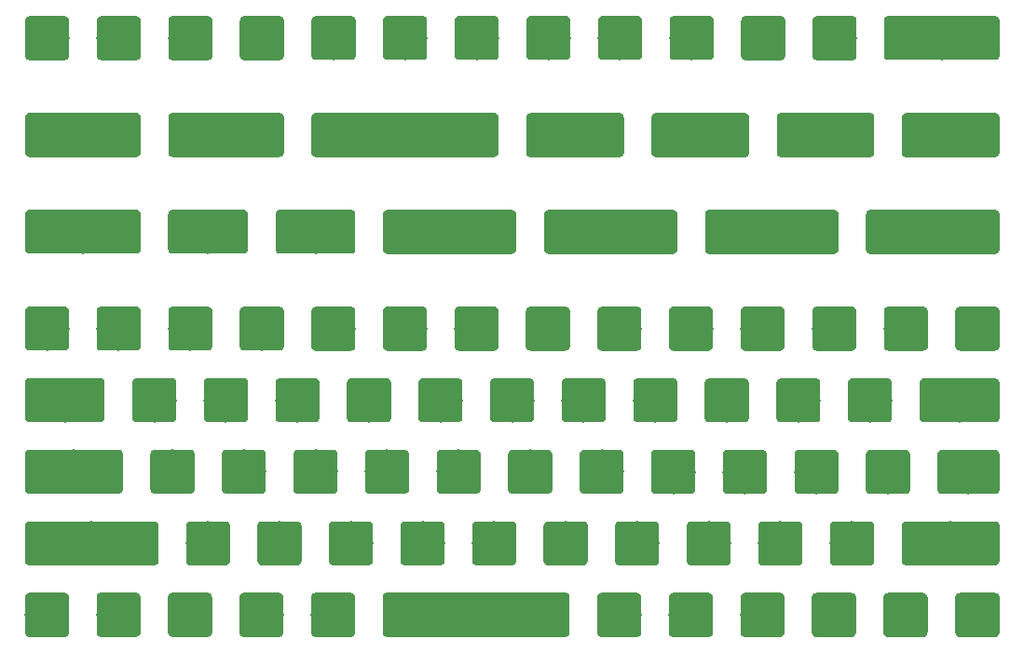
<source format=gbr>
G04 #@! TF.GenerationSoftware,KiCad,Pcbnew,(5.1.2-1)-1*
G04 #@! TF.CreationDate,2020-07-23T10:17:53-07:00*
G04 #@! TF.ProjectId,tiny-touch,74696e79-2d74-46f7-9563-682e6b696361,rev?*
G04 #@! TF.SameCoordinates,Original*
G04 #@! TF.FileFunction,Paste,Top*
G04 #@! TF.FilePolarity,Positive*
%FSLAX46Y46*%
G04 Gerber Fmt 4.6, Leading zero omitted, Abs format (unit mm)*
G04 Created by KiCad (PCBNEW (5.1.2-1)-1) date 2020-07-23 10:17:53*
%MOMM*%
%LPD*%
G04 APERTURE LIST*
%ADD10C,0.100000*%
%ADD11C,4.000000*%
G04 APERTURE END LIST*
D10*
G36*
X160489007Y-86581926D02*
G01*
X160527836Y-86587686D01*
X160565914Y-86597224D01*
X160602873Y-86610448D01*
X160638359Y-86627231D01*
X160672028Y-86647412D01*
X160703557Y-86670796D01*
X160732643Y-86697157D01*
X160759004Y-86726243D01*
X160782388Y-86757772D01*
X160802569Y-86791441D01*
X160819352Y-86826927D01*
X160832576Y-86863886D01*
X160842114Y-86901964D01*
X160847874Y-86940793D01*
X160849800Y-86980000D01*
X160849800Y-90180000D01*
X160847874Y-90219207D01*
X160842114Y-90258036D01*
X160832576Y-90296114D01*
X160819352Y-90333073D01*
X160802569Y-90368559D01*
X160782388Y-90402228D01*
X160759004Y-90433757D01*
X160732643Y-90462843D01*
X160703557Y-90489204D01*
X160672028Y-90512588D01*
X160638359Y-90532769D01*
X160602873Y-90549552D01*
X160565914Y-90562776D01*
X160527836Y-90572314D01*
X160489007Y-90578074D01*
X160449800Y-90580000D01*
X144249800Y-90580000D01*
X144210593Y-90578074D01*
X144171764Y-90572314D01*
X144133686Y-90562776D01*
X144096727Y-90549552D01*
X144061241Y-90532769D01*
X144027572Y-90512588D01*
X143996043Y-90489204D01*
X143966957Y-90462843D01*
X143940596Y-90433757D01*
X143917212Y-90402228D01*
X143897031Y-90368559D01*
X143880248Y-90333073D01*
X143867024Y-90296114D01*
X143857486Y-90258036D01*
X143851726Y-90219207D01*
X143849800Y-90180000D01*
X143849800Y-86980000D01*
X143851726Y-86940793D01*
X143857486Y-86901964D01*
X143867024Y-86863886D01*
X143880248Y-86826927D01*
X143897031Y-86791441D01*
X143917212Y-86757772D01*
X143940596Y-86726243D01*
X143966957Y-86697157D01*
X143996043Y-86670796D01*
X144027572Y-86647412D01*
X144061241Y-86627231D01*
X144096727Y-86610448D01*
X144133686Y-86597224D01*
X144171764Y-86587686D01*
X144210593Y-86581926D01*
X144249800Y-86580000D01*
X160449800Y-86580000D01*
X160489007Y-86581926D01*
X160489007Y-86581926D01*
G37*
D11*
X152349800Y-88580000D03*
D10*
G36*
X206009407Y-77771926D02*
G01*
X206048236Y-77777686D01*
X206086314Y-77787224D01*
X206123273Y-77800448D01*
X206158759Y-77817231D01*
X206192428Y-77837412D01*
X206223957Y-77860796D01*
X206253043Y-77887157D01*
X206279404Y-77916243D01*
X206302788Y-77947772D01*
X206322969Y-77981441D01*
X206339752Y-78016927D01*
X206352976Y-78053886D01*
X206362514Y-78091964D01*
X206368274Y-78130793D01*
X206370200Y-78170000D01*
X206370200Y-81370000D01*
X206368274Y-81409207D01*
X206362514Y-81448036D01*
X206352976Y-81486114D01*
X206339752Y-81523073D01*
X206322969Y-81558559D01*
X206302788Y-81592228D01*
X206279404Y-81623757D01*
X206253043Y-81652843D01*
X206223957Y-81679204D01*
X206192428Y-81702588D01*
X206158759Y-81722769D01*
X206123273Y-81739552D01*
X206086314Y-81752776D01*
X206048236Y-81762314D01*
X206009407Y-81768074D01*
X205970200Y-81770000D01*
X196270200Y-81770000D01*
X196230993Y-81768074D01*
X196192164Y-81762314D01*
X196154086Y-81752776D01*
X196117127Y-81739552D01*
X196081641Y-81722769D01*
X196047972Y-81702588D01*
X196016443Y-81679204D01*
X195987357Y-81652843D01*
X195960996Y-81623757D01*
X195937612Y-81592228D01*
X195917431Y-81558559D01*
X195900648Y-81523073D01*
X195887424Y-81486114D01*
X195877886Y-81448036D01*
X195872126Y-81409207D01*
X195870200Y-81370000D01*
X195870200Y-78170000D01*
X195872126Y-78130793D01*
X195877886Y-78091964D01*
X195887424Y-78053886D01*
X195900648Y-78016927D01*
X195917431Y-77981441D01*
X195937612Y-77947772D01*
X195960996Y-77916243D01*
X195987357Y-77887157D01*
X196016443Y-77860796D01*
X196047972Y-77837412D01*
X196081641Y-77817231D01*
X196117127Y-77800448D01*
X196154086Y-77787224D01*
X196192164Y-77777686D01*
X196230993Y-77771926D01*
X196270200Y-77770000D01*
X205970200Y-77770000D01*
X206009407Y-77771926D01*
X206009407Y-77771926D01*
G37*
D11*
X201120200Y-79770000D03*
D10*
G36*
X121469607Y-77781926D02*
G01*
X121508436Y-77787686D01*
X121546514Y-77797224D01*
X121583473Y-77810448D01*
X121618959Y-77827231D01*
X121652628Y-77847412D01*
X121684157Y-77870796D01*
X121713243Y-77897157D01*
X121739604Y-77926243D01*
X121762988Y-77957772D01*
X121783169Y-77991441D01*
X121799952Y-78026927D01*
X121813176Y-78063886D01*
X121822714Y-78101964D01*
X121828474Y-78140793D01*
X121830400Y-78180000D01*
X121830400Y-81380000D01*
X121828474Y-81419207D01*
X121822714Y-81458036D01*
X121813176Y-81496114D01*
X121799952Y-81533073D01*
X121783169Y-81568559D01*
X121762988Y-81602228D01*
X121739604Y-81633757D01*
X121713243Y-81662843D01*
X121684157Y-81689204D01*
X121652628Y-81712588D01*
X121618959Y-81732769D01*
X121583473Y-81749552D01*
X121546514Y-81762776D01*
X121508436Y-81772314D01*
X121469607Y-81778074D01*
X121430400Y-81780000D01*
X118230400Y-81780000D01*
X118191193Y-81778074D01*
X118152364Y-81772314D01*
X118114286Y-81762776D01*
X118077327Y-81749552D01*
X118041841Y-81732769D01*
X118008172Y-81712588D01*
X117976643Y-81689204D01*
X117947557Y-81662843D01*
X117921196Y-81633757D01*
X117897812Y-81602228D01*
X117877631Y-81568559D01*
X117860848Y-81533073D01*
X117847624Y-81496114D01*
X117838086Y-81458036D01*
X117832326Y-81419207D01*
X117830400Y-81380000D01*
X117830400Y-78180000D01*
X117832326Y-78140793D01*
X117838086Y-78101964D01*
X117847624Y-78063886D01*
X117860848Y-78026927D01*
X117877631Y-77991441D01*
X117897812Y-77957772D01*
X117921196Y-77926243D01*
X117947557Y-77897157D01*
X117976643Y-77870796D01*
X118008172Y-77847412D01*
X118041841Y-77827231D01*
X118077327Y-77810448D01*
X118114286Y-77797224D01*
X118152364Y-77787686D01*
X118191193Y-77781926D01*
X118230400Y-77780000D01*
X121430400Y-77780000D01*
X121469607Y-77781926D01*
X121469607Y-77781926D01*
G37*
D11*
X119830400Y-79780000D03*
D10*
G36*
X206011907Y-95391926D02*
G01*
X206050736Y-95397686D01*
X206088814Y-95407224D01*
X206125773Y-95420448D01*
X206161259Y-95437231D01*
X206194928Y-95457412D01*
X206226457Y-95480796D01*
X206255543Y-95507157D01*
X206281904Y-95536243D01*
X206305288Y-95567772D01*
X206325469Y-95601441D01*
X206342252Y-95636927D01*
X206355476Y-95673886D01*
X206365014Y-95711964D01*
X206370774Y-95750793D01*
X206372700Y-95790000D01*
X206372700Y-98990000D01*
X206370774Y-99029207D01*
X206365014Y-99068036D01*
X206355476Y-99106114D01*
X206342252Y-99143073D01*
X206325469Y-99178559D01*
X206305288Y-99212228D01*
X206281904Y-99243757D01*
X206255543Y-99272843D01*
X206226457Y-99299204D01*
X206194928Y-99322588D01*
X206161259Y-99342769D01*
X206125773Y-99359552D01*
X206088814Y-99372776D01*
X206050736Y-99382314D01*
X206011907Y-99388074D01*
X205972700Y-99390000D01*
X194647700Y-99390000D01*
X194608493Y-99388074D01*
X194569664Y-99382314D01*
X194531586Y-99372776D01*
X194494627Y-99359552D01*
X194459141Y-99342769D01*
X194425472Y-99322588D01*
X194393943Y-99299204D01*
X194364857Y-99272843D01*
X194338496Y-99243757D01*
X194315112Y-99212228D01*
X194294931Y-99178559D01*
X194278148Y-99143073D01*
X194264924Y-99106114D01*
X194255386Y-99068036D01*
X194249626Y-99029207D01*
X194247700Y-98990000D01*
X194247700Y-95790000D01*
X194249626Y-95750793D01*
X194255386Y-95711964D01*
X194264924Y-95673886D01*
X194278148Y-95636927D01*
X194294931Y-95601441D01*
X194315112Y-95567772D01*
X194338496Y-95536243D01*
X194364857Y-95507157D01*
X194393943Y-95480796D01*
X194425472Y-95457412D01*
X194459141Y-95437231D01*
X194494627Y-95420448D01*
X194531586Y-95407224D01*
X194569664Y-95397686D01*
X194608493Y-95391926D01*
X194647700Y-95390000D01*
X205972700Y-95390000D01*
X206011907Y-95391926D01*
X206011907Y-95391926D01*
G37*
D11*
X200310200Y-97390000D03*
D10*
G36*
X176751907Y-95391926D02*
G01*
X176790736Y-95397686D01*
X176828814Y-95407224D01*
X176865773Y-95420448D01*
X176901259Y-95437231D01*
X176934928Y-95457412D01*
X176966457Y-95480796D01*
X176995543Y-95507157D01*
X177021904Y-95536243D01*
X177045288Y-95567772D01*
X177065469Y-95601441D01*
X177082252Y-95636927D01*
X177095476Y-95673886D01*
X177105014Y-95711964D01*
X177110774Y-95750793D01*
X177112700Y-95790000D01*
X177112700Y-98990000D01*
X177110774Y-99029207D01*
X177105014Y-99068036D01*
X177095476Y-99106114D01*
X177082252Y-99143073D01*
X177065469Y-99178559D01*
X177045288Y-99212228D01*
X177021904Y-99243757D01*
X176995543Y-99272843D01*
X176966457Y-99299204D01*
X176934928Y-99322588D01*
X176901259Y-99342769D01*
X176865773Y-99359552D01*
X176828814Y-99372776D01*
X176790736Y-99382314D01*
X176751907Y-99388074D01*
X176712700Y-99390000D01*
X165387700Y-99390000D01*
X165348493Y-99388074D01*
X165309664Y-99382314D01*
X165271586Y-99372776D01*
X165234627Y-99359552D01*
X165199141Y-99342769D01*
X165165472Y-99322588D01*
X165133943Y-99299204D01*
X165104857Y-99272843D01*
X165078496Y-99243757D01*
X165055112Y-99212228D01*
X165034931Y-99178559D01*
X165018148Y-99143073D01*
X165004924Y-99106114D01*
X164995386Y-99068036D01*
X164989626Y-99029207D01*
X164987700Y-98990000D01*
X164987700Y-95790000D01*
X164989626Y-95750793D01*
X164995386Y-95711964D01*
X165004924Y-95673886D01*
X165018148Y-95636927D01*
X165034931Y-95601441D01*
X165055112Y-95567772D01*
X165078496Y-95536243D01*
X165104857Y-95507157D01*
X165133943Y-95480796D01*
X165165472Y-95457412D01*
X165199141Y-95437231D01*
X165234627Y-95420448D01*
X165271586Y-95407224D01*
X165309664Y-95397686D01*
X165348493Y-95391926D01*
X165387700Y-95390000D01*
X176712700Y-95390000D01*
X176751907Y-95391926D01*
X176751907Y-95391926D01*
G37*
D11*
X171050200Y-97390000D03*
D10*
G36*
X147484207Y-95371926D02*
G01*
X147523036Y-95377686D01*
X147561114Y-95387224D01*
X147598073Y-95400448D01*
X147633559Y-95417231D01*
X147667228Y-95437412D01*
X147698757Y-95460796D01*
X147727843Y-95487157D01*
X147754204Y-95516243D01*
X147777588Y-95547772D01*
X147797769Y-95581441D01*
X147814552Y-95616927D01*
X147827776Y-95653886D01*
X147837314Y-95691964D01*
X147843074Y-95730793D01*
X147845000Y-95770000D01*
X147845000Y-98970000D01*
X147843074Y-99009207D01*
X147837314Y-99048036D01*
X147827776Y-99086114D01*
X147814552Y-99123073D01*
X147797769Y-99158559D01*
X147777588Y-99192228D01*
X147754204Y-99223757D01*
X147727843Y-99252843D01*
X147698757Y-99279204D01*
X147667228Y-99302588D01*
X147633559Y-99322769D01*
X147598073Y-99339552D01*
X147561114Y-99352776D01*
X147523036Y-99362314D01*
X147484207Y-99368074D01*
X147445000Y-99370000D01*
X140995000Y-99370000D01*
X140955793Y-99368074D01*
X140916964Y-99362314D01*
X140878886Y-99352776D01*
X140841927Y-99339552D01*
X140806441Y-99322769D01*
X140772772Y-99302588D01*
X140741243Y-99279204D01*
X140712157Y-99252843D01*
X140685796Y-99223757D01*
X140662412Y-99192228D01*
X140642231Y-99158559D01*
X140625448Y-99123073D01*
X140612224Y-99086114D01*
X140602686Y-99048036D01*
X140596926Y-99009207D01*
X140595000Y-98970000D01*
X140595000Y-95770000D01*
X140596926Y-95730793D01*
X140602686Y-95691964D01*
X140612224Y-95653886D01*
X140625448Y-95616927D01*
X140642231Y-95581441D01*
X140662412Y-95547772D01*
X140685796Y-95516243D01*
X140712157Y-95487157D01*
X140741243Y-95460796D01*
X140772772Y-95437412D01*
X140806441Y-95417231D01*
X140841927Y-95400448D01*
X140878886Y-95387224D01*
X140916964Y-95377686D01*
X140955793Y-95371926D01*
X140995000Y-95370000D01*
X147445000Y-95370000D01*
X147484207Y-95371926D01*
X147484207Y-95371926D01*
G37*
D11*
X144220000Y-97370000D03*
D10*
G36*
X137724207Y-95381926D02*
G01*
X137763036Y-95387686D01*
X137801114Y-95397224D01*
X137838073Y-95410448D01*
X137873559Y-95427231D01*
X137907228Y-95447412D01*
X137938757Y-95470796D01*
X137967843Y-95497157D01*
X137994204Y-95526243D01*
X138017588Y-95557772D01*
X138037769Y-95591441D01*
X138054552Y-95626927D01*
X138067776Y-95663886D01*
X138077314Y-95701964D01*
X138083074Y-95740793D01*
X138085000Y-95780000D01*
X138085000Y-98980000D01*
X138083074Y-99019207D01*
X138077314Y-99058036D01*
X138067776Y-99096114D01*
X138054552Y-99133073D01*
X138037769Y-99168559D01*
X138017588Y-99202228D01*
X137994204Y-99233757D01*
X137967843Y-99262843D01*
X137938757Y-99289204D01*
X137907228Y-99312588D01*
X137873559Y-99332769D01*
X137838073Y-99349552D01*
X137801114Y-99362776D01*
X137763036Y-99372314D01*
X137724207Y-99378074D01*
X137685000Y-99380000D01*
X131235000Y-99380000D01*
X131195793Y-99378074D01*
X131156964Y-99372314D01*
X131118886Y-99362776D01*
X131081927Y-99349552D01*
X131046441Y-99332769D01*
X131012772Y-99312588D01*
X130981243Y-99289204D01*
X130952157Y-99262843D01*
X130925796Y-99233757D01*
X130902412Y-99202228D01*
X130882231Y-99168559D01*
X130865448Y-99133073D01*
X130852224Y-99096114D01*
X130842686Y-99058036D01*
X130836926Y-99019207D01*
X130835000Y-98980000D01*
X130835000Y-95780000D01*
X130836926Y-95740793D01*
X130842686Y-95701964D01*
X130852224Y-95663886D01*
X130865448Y-95626927D01*
X130882231Y-95591441D01*
X130902412Y-95557772D01*
X130925796Y-95526243D01*
X130952157Y-95497157D01*
X130981243Y-95470796D01*
X131012772Y-95447412D01*
X131046441Y-95427231D01*
X131081927Y-95410448D01*
X131118886Y-95397224D01*
X131156964Y-95387686D01*
X131195793Y-95381926D01*
X131235000Y-95380000D01*
X137685000Y-95380000D01*
X137724207Y-95381926D01*
X137724207Y-95381926D01*
G37*
D11*
X134460000Y-97380000D03*
D10*
G36*
X206006707Y-86591926D02*
G01*
X206045536Y-86597686D01*
X206083614Y-86607224D01*
X206120573Y-86620448D01*
X206156059Y-86637231D01*
X206189728Y-86657412D01*
X206221257Y-86680796D01*
X206250343Y-86707157D01*
X206276704Y-86736243D01*
X206300088Y-86767772D01*
X206320269Y-86801441D01*
X206337052Y-86836927D01*
X206350276Y-86873886D01*
X206359814Y-86911964D01*
X206365574Y-86950793D01*
X206367500Y-86990000D01*
X206367500Y-90190000D01*
X206365574Y-90229207D01*
X206359814Y-90268036D01*
X206350276Y-90306114D01*
X206337052Y-90343073D01*
X206320269Y-90378559D01*
X206300088Y-90412228D01*
X206276704Y-90443757D01*
X206250343Y-90472843D01*
X206221257Y-90499204D01*
X206189728Y-90522588D01*
X206156059Y-90542769D01*
X206120573Y-90559552D01*
X206083614Y-90572776D01*
X206045536Y-90582314D01*
X206006707Y-90588074D01*
X205967500Y-90590000D01*
X197892500Y-90590000D01*
X197853293Y-90588074D01*
X197814464Y-90582314D01*
X197776386Y-90572776D01*
X197739427Y-90559552D01*
X197703941Y-90542769D01*
X197670272Y-90522588D01*
X197638743Y-90499204D01*
X197609657Y-90472843D01*
X197583296Y-90443757D01*
X197559912Y-90412228D01*
X197539731Y-90378559D01*
X197522948Y-90343073D01*
X197509724Y-90306114D01*
X197500186Y-90268036D01*
X197494426Y-90229207D01*
X197492500Y-90190000D01*
X197492500Y-86990000D01*
X197494426Y-86950793D01*
X197500186Y-86911964D01*
X197509724Y-86873886D01*
X197522948Y-86836927D01*
X197539731Y-86801441D01*
X197559912Y-86767772D01*
X197583296Y-86736243D01*
X197609657Y-86707157D01*
X197638743Y-86680796D01*
X197670272Y-86657412D01*
X197703941Y-86637231D01*
X197739427Y-86620448D01*
X197776386Y-86607224D01*
X197814464Y-86597686D01*
X197853293Y-86591926D01*
X197892500Y-86590000D01*
X205967500Y-86590000D01*
X206006707Y-86591926D01*
X206006707Y-86591926D01*
G37*
D11*
X201930000Y-88590000D03*
D10*
G36*
X127969407Y-95381926D02*
G01*
X128008236Y-95387686D01*
X128046314Y-95397224D01*
X128083273Y-95410448D01*
X128118759Y-95427231D01*
X128152428Y-95447412D01*
X128183957Y-95470796D01*
X128213043Y-95497157D01*
X128239404Y-95526243D01*
X128262788Y-95557772D01*
X128282969Y-95591441D01*
X128299752Y-95626927D01*
X128312976Y-95663886D01*
X128322514Y-95701964D01*
X128328274Y-95740793D01*
X128330200Y-95780000D01*
X128330200Y-98980000D01*
X128328274Y-99019207D01*
X128322514Y-99058036D01*
X128312976Y-99096114D01*
X128299752Y-99133073D01*
X128282969Y-99168559D01*
X128262788Y-99202228D01*
X128239404Y-99233757D01*
X128213043Y-99262843D01*
X128183957Y-99289204D01*
X128152428Y-99312588D01*
X128118759Y-99332769D01*
X128083273Y-99349552D01*
X128046314Y-99362776D01*
X128008236Y-99372314D01*
X127969407Y-99378074D01*
X127930200Y-99380000D01*
X118230200Y-99380000D01*
X118190993Y-99378074D01*
X118152164Y-99372314D01*
X118114086Y-99362776D01*
X118077127Y-99349552D01*
X118041641Y-99332769D01*
X118007972Y-99312588D01*
X117976443Y-99289204D01*
X117947357Y-99262843D01*
X117920996Y-99233757D01*
X117897612Y-99202228D01*
X117877431Y-99168559D01*
X117860648Y-99133073D01*
X117847424Y-99096114D01*
X117837886Y-99058036D01*
X117832126Y-99019207D01*
X117830200Y-98980000D01*
X117830200Y-95780000D01*
X117832126Y-95740793D01*
X117837886Y-95701964D01*
X117847424Y-95663886D01*
X117860648Y-95626927D01*
X117877431Y-95591441D01*
X117897612Y-95557772D01*
X117920996Y-95526243D01*
X117947357Y-95497157D01*
X117976443Y-95470796D01*
X118007972Y-95447412D01*
X118041641Y-95427231D01*
X118077127Y-95410448D01*
X118114086Y-95397224D01*
X118152164Y-95387686D01*
X118190993Y-95381926D01*
X118230200Y-95380000D01*
X127930200Y-95380000D01*
X127969407Y-95381926D01*
X127969407Y-95381926D01*
G37*
D11*
X123080200Y-97380000D03*
D10*
G36*
X206009607Y-130202126D02*
G01*
X206048436Y-130207886D01*
X206086514Y-130217424D01*
X206123473Y-130230648D01*
X206158959Y-130247431D01*
X206192628Y-130267612D01*
X206224157Y-130290996D01*
X206253243Y-130317357D01*
X206279604Y-130346443D01*
X206302988Y-130377972D01*
X206323169Y-130411641D01*
X206339952Y-130447127D01*
X206353176Y-130484086D01*
X206362714Y-130522164D01*
X206368474Y-130560993D01*
X206370400Y-130600200D01*
X206370400Y-133800200D01*
X206368474Y-133839407D01*
X206362714Y-133878236D01*
X206353176Y-133916314D01*
X206339952Y-133953273D01*
X206323169Y-133988759D01*
X206302988Y-134022428D01*
X206279604Y-134053957D01*
X206253243Y-134083043D01*
X206224157Y-134109404D01*
X206192628Y-134132788D01*
X206158959Y-134152969D01*
X206123473Y-134169752D01*
X206086514Y-134182976D01*
X206048436Y-134192514D01*
X206009607Y-134198274D01*
X205970400Y-134200200D01*
X202770400Y-134200200D01*
X202731193Y-134198274D01*
X202692364Y-134192514D01*
X202654286Y-134182976D01*
X202617327Y-134169752D01*
X202581841Y-134152969D01*
X202548172Y-134132788D01*
X202516643Y-134109404D01*
X202487557Y-134083043D01*
X202461196Y-134053957D01*
X202437812Y-134022428D01*
X202417631Y-133988759D01*
X202400848Y-133953273D01*
X202387624Y-133916314D01*
X202378086Y-133878236D01*
X202372326Y-133839407D01*
X202370400Y-133800200D01*
X202370400Y-130600200D01*
X202372326Y-130560993D01*
X202378086Y-130522164D01*
X202387624Y-130484086D01*
X202400848Y-130447127D01*
X202417631Y-130411641D01*
X202437812Y-130377972D01*
X202461196Y-130346443D01*
X202487557Y-130317357D01*
X202516643Y-130290996D01*
X202548172Y-130267612D01*
X202581841Y-130247431D01*
X202617327Y-130230648D01*
X202654286Y-130217424D01*
X202692364Y-130207886D01*
X202731193Y-130202126D01*
X202770400Y-130200200D01*
X205970400Y-130200200D01*
X206009607Y-130202126D01*
X206009607Y-130202126D01*
G37*
D11*
X204370400Y-132200200D03*
D10*
G36*
X199479607Y-130202126D02*
G01*
X199518436Y-130207886D01*
X199556514Y-130217424D01*
X199593473Y-130230648D01*
X199628959Y-130247431D01*
X199662628Y-130267612D01*
X199694157Y-130290996D01*
X199723243Y-130317357D01*
X199749604Y-130346443D01*
X199772988Y-130377972D01*
X199793169Y-130411641D01*
X199809952Y-130447127D01*
X199823176Y-130484086D01*
X199832714Y-130522164D01*
X199838474Y-130560993D01*
X199840400Y-130600200D01*
X199840400Y-133800200D01*
X199838474Y-133839407D01*
X199832714Y-133878236D01*
X199823176Y-133916314D01*
X199809952Y-133953273D01*
X199793169Y-133988759D01*
X199772988Y-134022428D01*
X199749604Y-134053957D01*
X199723243Y-134083043D01*
X199694157Y-134109404D01*
X199662628Y-134132788D01*
X199628959Y-134152969D01*
X199593473Y-134169752D01*
X199556514Y-134182976D01*
X199518436Y-134192514D01*
X199479607Y-134198274D01*
X199440400Y-134200200D01*
X196240400Y-134200200D01*
X196201193Y-134198274D01*
X196162364Y-134192514D01*
X196124286Y-134182976D01*
X196087327Y-134169752D01*
X196051841Y-134152969D01*
X196018172Y-134132788D01*
X195986643Y-134109404D01*
X195957557Y-134083043D01*
X195931196Y-134053957D01*
X195907812Y-134022428D01*
X195887631Y-133988759D01*
X195870848Y-133953273D01*
X195857624Y-133916314D01*
X195848086Y-133878236D01*
X195842326Y-133839407D01*
X195840400Y-133800200D01*
X195840400Y-130600200D01*
X195842326Y-130560993D01*
X195848086Y-130522164D01*
X195857624Y-130484086D01*
X195870848Y-130447127D01*
X195887631Y-130411641D01*
X195907812Y-130377972D01*
X195931196Y-130346443D01*
X195957557Y-130317357D01*
X195986643Y-130290996D01*
X196018172Y-130267612D01*
X196051841Y-130247431D01*
X196087327Y-130230648D01*
X196124286Y-130217424D01*
X196162364Y-130207886D01*
X196201193Y-130202126D01*
X196240400Y-130200200D01*
X199440400Y-130200200D01*
X199479607Y-130202126D01*
X199479607Y-130202126D01*
G37*
D11*
X197840400Y-132200200D03*
D10*
G36*
X192969607Y-130202126D02*
G01*
X193008436Y-130207886D01*
X193046514Y-130217424D01*
X193083473Y-130230648D01*
X193118959Y-130247431D01*
X193152628Y-130267612D01*
X193184157Y-130290996D01*
X193213243Y-130317357D01*
X193239604Y-130346443D01*
X193262988Y-130377972D01*
X193283169Y-130411641D01*
X193299952Y-130447127D01*
X193313176Y-130484086D01*
X193322714Y-130522164D01*
X193328474Y-130560993D01*
X193330400Y-130600200D01*
X193330400Y-133800200D01*
X193328474Y-133839407D01*
X193322714Y-133878236D01*
X193313176Y-133916314D01*
X193299952Y-133953273D01*
X193283169Y-133988759D01*
X193262988Y-134022428D01*
X193239604Y-134053957D01*
X193213243Y-134083043D01*
X193184157Y-134109404D01*
X193152628Y-134132788D01*
X193118959Y-134152969D01*
X193083473Y-134169752D01*
X193046514Y-134182976D01*
X193008436Y-134192514D01*
X192969607Y-134198274D01*
X192930400Y-134200200D01*
X189730400Y-134200200D01*
X189691193Y-134198274D01*
X189652364Y-134192514D01*
X189614286Y-134182976D01*
X189577327Y-134169752D01*
X189541841Y-134152969D01*
X189508172Y-134132788D01*
X189476643Y-134109404D01*
X189447557Y-134083043D01*
X189421196Y-134053957D01*
X189397812Y-134022428D01*
X189377631Y-133988759D01*
X189360848Y-133953273D01*
X189347624Y-133916314D01*
X189338086Y-133878236D01*
X189332326Y-133839407D01*
X189330400Y-133800200D01*
X189330400Y-130600200D01*
X189332326Y-130560993D01*
X189338086Y-130522164D01*
X189347624Y-130484086D01*
X189360848Y-130447127D01*
X189377631Y-130411641D01*
X189397812Y-130377972D01*
X189421196Y-130346443D01*
X189447557Y-130317357D01*
X189476643Y-130290996D01*
X189508172Y-130267612D01*
X189541841Y-130247431D01*
X189577327Y-130230648D01*
X189614286Y-130217424D01*
X189652364Y-130207886D01*
X189691193Y-130202126D01*
X189730400Y-130200200D01*
X192930400Y-130200200D01*
X192969607Y-130202126D01*
X192969607Y-130202126D01*
G37*
D11*
X191330400Y-132200200D03*
D10*
G36*
X186469607Y-130202126D02*
G01*
X186508436Y-130207886D01*
X186546514Y-130217424D01*
X186583473Y-130230648D01*
X186618959Y-130247431D01*
X186652628Y-130267612D01*
X186684157Y-130290996D01*
X186713243Y-130317357D01*
X186739604Y-130346443D01*
X186762988Y-130377972D01*
X186783169Y-130411641D01*
X186799952Y-130447127D01*
X186813176Y-130484086D01*
X186822714Y-130522164D01*
X186828474Y-130560993D01*
X186830400Y-130600200D01*
X186830400Y-133800200D01*
X186828474Y-133839407D01*
X186822714Y-133878236D01*
X186813176Y-133916314D01*
X186799952Y-133953273D01*
X186783169Y-133988759D01*
X186762988Y-134022428D01*
X186739604Y-134053957D01*
X186713243Y-134083043D01*
X186684157Y-134109404D01*
X186652628Y-134132788D01*
X186618959Y-134152969D01*
X186583473Y-134169752D01*
X186546514Y-134182976D01*
X186508436Y-134192514D01*
X186469607Y-134198274D01*
X186430400Y-134200200D01*
X183230400Y-134200200D01*
X183191193Y-134198274D01*
X183152364Y-134192514D01*
X183114286Y-134182976D01*
X183077327Y-134169752D01*
X183041841Y-134152969D01*
X183008172Y-134132788D01*
X182976643Y-134109404D01*
X182947557Y-134083043D01*
X182921196Y-134053957D01*
X182897812Y-134022428D01*
X182877631Y-133988759D01*
X182860848Y-133953273D01*
X182847624Y-133916314D01*
X182838086Y-133878236D01*
X182832326Y-133839407D01*
X182830400Y-133800200D01*
X182830400Y-130600200D01*
X182832326Y-130560993D01*
X182838086Y-130522164D01*
X182847624Y-130484086D01*
X182860848Y-130447127D01*
X182877631Y-130411641D01*
X182897812Y-130377972D01*
X182921196Y-130346443D01*
X182947557Y-130317357D01*
X182976643Y-130290996D01*
X183008172Y-130267612D01*
X183041841Y-130247431D01*
X183077327Y-130230648D01*
X183114286Y-130217424D01*
X183152364Y-130207886D01*
X183191193Y-130202126D01*
X183230400Y-130200200D01*
X186430400Y-130200200D01*
X186469607Y-130202126D01*
X186469607Y-130202126D01*
G37*
D11*
X184830400Y-132200200D03*
D10*
G36*
X179969607Y-130202126D02*
G01*
X180008436Y-130207886D01*
X180046514Y-130217424D01*
X180083473Y-130230648D01*
X180118959Y-130247431D01*
X180152628Y-130267612D01*
X180184157Y-130290996D01*
X180213243Y-130317357D01*
X180239604Y-130346443D01*
X180262988Y-130377972D01*
X180283169Y-130411641D01*
X180299952Y-130447127D01*
X180313176Y-130484086D01*
X180322714Y-130522164D01*
X180328474Y-130560993D01*
X180330400Y-130600200D01*
X180330400Y-133800200D01*
X180328474Y-133839407D01*
X180322714Y-133878236D01*
X180313176Y-133916314D01*
X180299952Y-133953273D01*
X180283169Y-133988759D01*
X180262988Y-134022428D01*
X180239604Y-134053957D01*
X180213243Y-134083043D01*
X180184157Y-134109404D01*
X180152628Y-134132788D01*
X180118959Y-134152969D01*
X180083473Y-134169752D01*
X180046514Y-134182976D01*
X180008436Y-134192514D01*
X179969607Y-134198274D01*
X179930400Y-134200200D01*
X176730400Y-134200200D01*
X176691193Y-134198274D01*
X176652364Y-134192514D01*
X176614286Y-134182976D01*
X176577327Y-134169752D01*
X176541841Y-134152969D01*
X176508172Y-134132788D01*
X176476643Y-134109404D01*
X176447557Y-134083043D01*
X176421196Y-134053957D01*
X176397812Y-134022428D01*
X176377631Y-133988759D01*
X176360848Y-133953273D01*
X176347624Y-133916314D01*
X176338086Y-133878236D01*
X176332326Y-133839407D01*
X176330400Y-133800200D01*
X176330400Y-130600200D01*
X176332326Y-130560993D01*
X176338086Y-130522164D01*
X176347624Y-130484086D01*
X176360848Y-130447127D01*
X176377631Y-130411641D01*
X176397812Y-130377972D01*
X176421196Y-130346443D01*
X176447557Y-130317357D01*
X176476643Y-130290996D01*
X176508172Y-130267612D01*
X176541841Y-130247431D01*
X176577327Y-130230648D01*
X176614286Y-130217424D01*
X176652364Y-130207886D01*
X176691193Y-130202126D01*
X176730400Y-130200200D01*
X179930400Y-130200200D01*
X179969607Y-130202126D01*
X179969607Y-130202126D01*
G37*
D11*
X178330400Y-132200200D03*
D10*
G36*
X173459607Y-130202126D02*
G01*
X173498436Y-130207886D01*
X173536514Y-130217424D01*
X173573473Y-130230648D01*
X173608959Y-130247431D01*
X173642628Y-130267612D01*
X173674157Y-130290996D01*
X173703243Y-130317357D01*
X173729604Y-130346443D01*
X173752988Y-130377972D01*
X173773169Y-130411641D01*
X173789952Y-130447127D01*
X173803176Y-130484086D01*
X173812714Y-130522164D01*
X173818474Y-130560993D01*
X173820400Y-130600200D01*
X173820400Y-133800200D01*
X173818474Y-133839407D01*
X173812714Y-133878236D01*
X173803176Y-133916314D01*
X173789952Y-133953273D01*
X173773169Y-133988759D01*
X173752988Y-134022428D01*
X173729604Y-134053957D01*
X173703243Y-134083043D01*
X173674157Y-134109404D01*
X173642628Y-134132788D01*
X173608959Y-134152969D01*
X173573473Y-134169752D01*
X173536514Y-134182976D01*
X173498436Y-134192514D01*
X173459607Y-134198274D01*
X173420400Y-134200200D01*
X170220400Y-134200200D01*
X170181193Y-134198274D01*
X170142364Y-134192514D01*
X170104286Y-134182976D01*
X170067327Y-134169752D01*
X170031841Y-134152969D01*
X169998172Y-134132788D01*
X169966643Y-134109404D01*
X169937557Y-134083043D01*
X169911196Y-134053957D01*
X169887812Y-134022428D01*
X169867631Y-133988759D01*
X169850848Y-133953273D01*
X169837624Y-133916314D01*
X169828086Y-133878236D01*
X169822326Y-133839407D01*
X169820400Y-133800200D01*
X169820400Y-130600200D01*
X169822326Y-130560993D01*
X169828086Y-130522164D01*
X169837624Y-130484086D01*
X169850848Y-130447127D01*
X169867631Y-130411641D01*
X169887812Y-130377972D01*
X169911196Y-130346443D01*
X169937557Y-130317357D01*
X169966643Y-130290996D01*
X169998172Y-130267612D01*
X170031841Y-130247431D01*
X170067327Y-130230648D01*
X170104286Y-130217424D01*
X170142364Y-130207886D01*
X170181193Y-130202126D01*
X170220400Y-130200200D01*
X173420400Y-130200200D01*
X173459607Y-130202126D01*
X173459607Y-130202126D01*
G37*
D11*
X171820400Y-132200200D03*
D10*
G36*
X166959007Y-130191726D02*
G01*
X166997836Y-130197486D01*
X167035914Y-130207024D01*
X167072873Y-130220248D01*
X167108359Y-130237031D01*
X167142028Y-130257212D01*
X167173557Y-130280596D01*
X167202643Y-130306957D01*
X167229004Y-130336043D01*
X167252388Y-130367572D01*
X167272569Y-130401241D01*
X167289352Y-130436727D01*
X167302576Y-130473686D01*
X167312114Y-130511764D01*
X167317874Y-130550593D01*
X167319800Y-130589800D01*
X167319800Y-133789800D01*
X167317874Y-133829007D01*
X167312114Y-133867836D01*
X167302576Y-133905914D01*
X167289352Y-133942873D01*
X167272569Y-133978359D01*
X167252388Y-134012028D01*
X167229004Y-134043557D01*
X167202643Y-134072643D01*
X167173557Y-134099004D01*
X167142028Y-134122388D01*
X167108359Y-134142569D01*
X167072873Y-134159352D01*
X167035914Y-134172576D01*
X166997836Y-134182114D01*
X166959007Y-134187874D01*
X166919800Y-134189800D01*
X150719800Y-134189800D01*
X150680593Y-134187874D01*
X150641764Y-134182114D01*
X150603686Y-134172576D01*
X150566727Y-134159352D01*
X150531241Y-134142569D01*
X150497572Y-134122388D01*
X150466043Y-134099004D01*
X150436957Y-134072643D01*
X150410596Y-134043557D01*
X150387212Y-134012028D01*
X150367031Y-133978359D01*
X150350248Y-133942873D01*
X150337024Y-133905914D01*
X150327486Y-133867836D01*
X150321726Y-133829007D01*
X150319800Y-133789800D01*
X150319800Y-130589800D01*
X150321726Y-130550593D01*
X150327486Y-130511764D01*
X150337024Y-130473686D01*
X150350248Y-130436727D01*
X150367031Y-130401241D01*
X150387212Y-130367572D01*
X150410596Y-130336043D01*
X150436957Y-130306957D01*
X150466043Y-130280596D01*
X150497572Y-130257212D01*
X150531241Y-130237031D01*
X150566727Y-130220248D01*
X150603686Y-130207024D01*
X150641764Y-130197486D01*
X150680593Y-130191726D01*
X150719800Y-130189800D01*
X166919800Y-130189800D01*
X166959007Y-130191726D01*
X166959007Y-130191726D01*
G37*
D11*
X158819800Y-132189800D03*
D10*
G36*
X147449607Y-130192126D02*
G01*
X147488436Y-130197886D01*
X147526514Y-130207424D01*
X147563473Y-130220648D01*
X147598959Y-130237431D01*
X147632628Y-130257612D01*
X147664157Y-130280996D01*
X147693243Y-130307357D01*
X147719604Y-130336443D01*
X147742988Y-130367972D01*
X147763169Y-130401641D01*
X147779952Y-130437127D01*
X147793176Y-130474086D01*
X147802714Y-130512164D01*
X147808474Y-130550993D01*
X147810400Y-130590200D01*
X147810400Y-133790200D01*
X147808474Y-133829407D01*
X147802714Y-133868236D01*
X147793176Y-133906314D01*
X147779952Y-133943273D01*
X147763169Y-133978759D01*
X147742988Y-134012428D01*
X147719604Y-134043957D01*
X147693243Y-134073043D01*
X147664157Y-134099404D01*
X147632628Y-134122788D01*
X147598959Y-134142969D01*
X147563473Y-134159752D01*
X147526514Y-134172976D01*
X147488436Y-134182514D01*
X147449607Y-134188274D01*
X147410400Y-134190200D01*
X144210400Y-134190200D01*
X144171193Y-134188274D01*
X144132364Y-134182514D01*
X144094286Y-134172976D01*
X144057327Y-134159752D01*
X144021841Y-134142969D01*
X143988172Y-134122788D01*
X143956643Y-134099404D01*
X143927557Y-134073043D01*
X143901196Y-134043957D01*
X143877812Y-134012428D01*
X143857631Y-133978759D01*
X143840848Y-133943273D01*
X143827624Y-133906314D01*
X143818086Y-133868236D01*
X143812326Y-133829407D01*
X143810400Y-133790200D01*
X143810400Y-130590200D01*
X143812326Y-130550993D01*
X143818086Y-130512164D01*
X143827624Y-130474086D01*
X143840848Y-130437127D01*
X143857631Y-130401641D01*
X143877812Y-130367972D01*
X143901196Y-130336443D01*
X143927557Y-130307357D01*
X143956643Y-130280996D01*
X143988172Y-130257612D01*
X144021841Y-130237431D01*
X144057327Y-130220648D01*
X144094286Y-130207424D01*
X144132364Y-130197886D01*
X144171193Y-130192126D01*
X144210400Y-130190200D01*
X147410400Y-130190200D01*
X147449607Y-130192126D01*
X147449607Y-130192126D01*
G37*
D11*
X145810400Y-132190200D03*
D10*
G36*
X140949607Y-130192126D02*
G01*
X140988436Y-130197886D01*
X141026514Y-130207424D01*
X141063473Y-130220648D01*
X141098959Y-130237431D01*
X141132628Y-130257612D01*
X141164157Y-130280996D01*
X141193243Y-130307357D01*
X141219604Y-130336443D01*
X141242988Y-130367972D01*
X141263169Y-130401641D01*
X141279952Y-130437127D01*
X141293176Y-130474086D01*
X141302714Y-130512164D01*
X141308474Y-130550993D01*
X141310400Y-130590200D01*
X141310400Y-133790200D01*
X141308474Y-133829407D01*
X141302714Y-133868236D01*
X141293176Y-133906314D01*
X141279952Y-133943273D01*
X141263169Y-133978759D01*
X141242988Y-134012428D01*
X141219604Y-134043957D01*
X141193243Y-134073043D01*
X141164157Y-134099404D01*
X141132628Y-134122788D01*
X141098959Y-134142969D01*
X141063473Y-134159752D01*
X141026514Y-134172976D01*
X140988436Y-134182514D01*
X140949607Y-134188274D01*
X140910400Y-134190200D01*
X137710400Y-134190200D01*
X137671193Y-134188274D01*
X137632364Y-134182514D01*
X137594286Y-134172976D01*
X137557327Y-134159752D01*
X137521841Y-134142969D01*
X137488172Y-134122788D01*
X137456643Y-134099404D01*
X137427557Y-134073043D01*
X137401196Y-134043957D01*
X137377812Y-134012428D01*
X137357631Y-133978759D01*
X137340848Y-133943273D01*
X137327624Y-133906314D01*
X137318086Y-133868236D01*
X137312326Y-133829407D01*
X137310400Y-133790200D01*
X137310400Y-130590200D01*
X137312326Y-130550993D01*
X137318086Y-130512164D01*
X137327624Y-130474086D01*
X137340848Y-130437127D01*
X137357631Y-130401641D01*
X137377812Y-130367972D01*
X137401196Y-130336443D01*
X137427557Y-130307357D01*
X137456643Y-130280996D01*
X137488172Y-130257612D01*
X137521841Y-130237431D01*
X137557327Y-130220648D01*
X137594286Y-130207424D01*
X137632364Y-130197886D01*
X137671193Y-130192126D01*
X137710400Y-130190200D01*
X140910400Y-130190200D01*
X140949607Y-130192126D01*
X140949607Y-130192126D01*
G37*
D11*
X139310400Y-132190200D03*
D10*
G36*
X134459607Y-130192126D02*
G01*
X134498436Y-130197886D01*
X134536514Y-130207424D01*
X134573473Y-130220648D01*
X134608959Y-130237431D01*
X134642628Y-130257612D01*
X134674157Y-130280996D01*
X134703243Y-130307357D01*
X134729604Y-130336443D01*
X134752988Y-130367972D01*
X134773169Y-130401641D01*
X134789952Y-130437127D01*
X134803176Y-130474086D01*
X134812714Y-130512164D01*
X134818474Y-130550993D01*
X134820400Y-130590200D01*
X134820400Y-133790200D01*
X134818474Y-133829407D01*
X134812714Y-133868236D01*
X134803176Y-133906314D01*
X134789952Y-133943273D01*
X134773169Y-133978759D01*
X134752988Y-134012428D01*
X134729604Y-134043957D01*
X134703243Y-134073043D01*
X134674157Y-134099404D01*
X134642628Y-134122788D01*
X134608959Y-134142969D01*
X134573473Y-134159752D01*
X134536514Y-134172976D01*
X134498436Y-134182514D01*
X134459607Y-134188274D01*
X134420400Y-134190200D01*
X131220400Y-134190200D01*
X131181193Y-134188274D01*
X131142364Y-134182514D01*
X131104286Y-134172976D01*
X131067327Y-134159752D01*
X131031841Y-134142969D01*
X130998172Y-134122788D01*
X130966643Y-134099404D01*
X130937557Y-134073043D01*
X130911196Y-134043957D01*
X130887812Y-134012428D01*
X130867631Y-133978759D01*
X130850848Y-133943273D01*
X130837624Y-133906314D01*
X130828086Y-133868236D01*
X130822326Y-133829407D01*
X130820400Y-133790200D01*
X130820400Y-130590200D01*
X130822326Y-130550993D01*
X130828086Y-130512164D01*
X130837624Y-130474086D01*
X130850848Y-130437127D01*
X130867631Y-130401641D01*
X130887812Y-130367972D01*
X130911196Y-130336443D01*
X130937557Y-130307357D01*
X130966643Y-130280996D01*
X130998172Y-130257612D01*
X131031841Y-130237431D01*
X131067327Y-130220648D01*
X131104286Y-130207424D01*
X131142364Y-130197886D01*
X131181193Y-130192126D01*
X131220400Y-130190200D01*
X134420400Y-130190200D01*
X134459607Y-130192126D01*
X134459607Y-130192126D01*
G37*
D11*
X132820400Y-132190200D03*
D10*
G36*
X127959607Y-130192126D02*
G01*
X127998436Y-130197886D01*
X128036514Y-130207424D01*
X128073473Y-130220648D01*
X128108959Y-130237431D01*
X128142628Y-130257612D01*
X128174157Y-130280996D01*
X128203243Y-130307357D01*
X128229604Y-130336443D01*
X128252988Y-130367972D01*
X128273169Y-130401641D01*
X128289952Y-130437127D01*
X128303176Y-130474086D01*
X128312714Y-130512164D01*
X128318474Y-130550993D01*
X128320400Y-130590200D01*
X128320400Y-133790200D01*
X128318474Y-133829407D01*
X128312714Y-133868236D01*
X128303176Y-133906314D01*
X128289952Y-133943273D01*
X128273169Y-133978759D01*
X128252988Y-134012428D01*
X128229604Y-134043957D01*
X128203243Y-134073043D01*
X128174157Y-134099404D01*
X128142628Y-134122788D01*
X128108959Y-134142969D01*
X128073473Y-134159752D01*
X128036514Y-134172976D01*
X127998436Y-134182514D01*
X127959607Y-134188274D01*
X127920400Y-134190200D01*
X124720400Y-134190200D01*
X124681193Y-134188274D01*
X124642364Y-134182514D01*
X124604286Y-134172976D01*
X124567327Y-134159752D01*
X124531841Y-134142969D01*
X124498172Y-134122788D01*
X124466643Y-134099404D01*
X124437557Y-134073043D01*
X124411196Y-134043957D01*
X124387812Y-134012428D01*
X124367631Y-133978759D01*
X124350848Y-133943273D01*
X124337624Y-133906314D01*
X124328086Y-133868236D01*
X124322326Y-133829407D01*
X124320400Y-133790200D01*
X124320400Y-130590200D01*
X124322326Y-130550993D01*
X124328086Y-130512164D01*
X124337624Y-130474086D01*
X124350848Y-130437127D01*
X124367631Y-130401641D01*
X124387812Y-130367972D01*
X124411196Y-130336443D01*
X124437557Y-130307357D01*
X124466643Y-130280996D01*
X124498172Y-130257612D01*
X124531841Y-130237431D01*
X124567327Y-130220648D01*
X124604286Y-130207424D01*
X124642364Y-130197886D01*
X124681193Y-130192126D01*
X124720400Y-130190200D01*
X127920400Y-130190200D01*
X127959607Y-130192126D01*
X127959607Y-130192126D01*
G37*
D11*
X126320400Y-132190200D03*
D10*
G36*
X121459607Y-130192126D02*
G01*
X121498436Y-130197886D01*
X121536514Y-130207424D01*
X121573473Y-130220648D01*
X121608959Y-130237431D01*
X121642628Y-130257612D01*
X121674157Y-130280996D01*
X121703243Y-130307357D01*
X121729604Y-130336443D01*
X121752988Y-130367972D01*
X121773169Y-130401641D01*
X121789952Y-130437127D01*
X121803176Y-130474086D01*
X121812714Y-130512164D01*
X121818474Y-130550993D01*
X121820400Y-130590200D01*
X121820400Y-133790200D01*
X121818474Y-133829407D01*
X121812714Y-133868236D01*
X121803176Y-133906314D01*
X121789952Y-133943273D01*
X121773169Y-133978759D01*
X121752988Y-134012428D01*
X121729604Y-134043957D01*
X121703243Y-134073043D01*
X121674157Y-134099404D01*
X121642628Y-134122788D01*
X121608959Y-134142969D01*
X121573473Y-134159752D01*
X121536514Y-134172976D01*
X121498436Y-134182514D01*
X121459607Y-134188274D01*
X121420400Y-134190200D01*
X118220400Y-134190200D01*
X118181193Y-134188274D01*
X118142364Y-134182514D01*
X118104286Y-134172976D01*
X118067327Y-134159752D01*
X118031841Y-134142969D01*
X117998172Y-134122788D01*
X117966643Y-134099404D01*
X117937557Y-134073043D01*
X117911196Y-134043957D01*
X117887812Y-134012428D01*
X117867631Y-133978759D01*
X117850848Y-133943273D01*
X117837624Y-133906314D01*
X117828086Y-133868236D01*
X117822326Y-133829407D01*
X117820400Y-133790200D01*
X117820400Y-130590200D01*
X117822326Y-130550993D01*
X117828086Y-130512164D01*
X117837624Y-130474086D01*
X117850848Y-130437127D01*
X117867631Y-130401641D01*
X117887812Y-130367972D01*
X117911196Y-130336443D01*
X117937557Y-130307357D01*
X117966643Y-130280996D01*
X117998172Y-130257612D01*
X118031841Y-130237431D01*
X118067327Y-130220648D01*
X118104286Y-130207424D01*
X118142364Y-130197886D01*
X118181193Y-130192126D01*
X118220400Y-130190200D01*
X121420400Y-130190200D01*
X121459607Y-130192126D01*
X121459607Y-130192126D01*
G37*
D11*
X119820400Y-132190200D03*
D10*
G36*
X206006707Y-123691726D02*
G01*
X206045536Y-123697486D01*
X206083614Y-123707024D01*
X206120573Y-123720248D01*
X206156059Y-123737031D01*
X206189728Y-123757212D01*
X206221257Y-123780596D01*
X206250343Y-123806957D01*
X206276704Y-123836043D01*
X206300088Y-123867572D01*
X206320269Y-123901241D01*
X206337052Y-123936727D01*
X206350276Y-123973686D01*
X206359814Y-124011764D01*
X206365574Y-124050593D01*
X206367500Y-124089800D01*
X206367500Y-127289800D01*
X206365574Y-127329007D01*
X206359814Y-127367836D01*
X206350276Y-127405914D01*
X206337052Y-127442873D01*
X206320269Y-127478359D01*
X206300088Y-127512028D01*
X206276704Y-127543557D01*
X206250343Y-127572643D01*
X206221257Y-127599004D01*
X206189728Y-127622388D01*
X206156059Y-127642569D01*
X206120573Y-127659352D01*
X206083614Y-127672576D01*
X206045536Y-127682114D01*
X206006707Y-127687874D01*
X205967500Y-127689800D01*
X197892500Y-127689800D01*
X197853293Y-127687874D01*
X197814464Y-127682114D01*
X197776386Y-127672576D01*
X197739427Y-127659352D01*
X197703941Y-127642569D01*
X197670272Y-127622388D01*
X197638743Y-127599004D01*
X197609657Y-127572643D01*
X197583296Y-127543557D01*
X197559912Y-127512028D01*
X197539731Y-127478359D01*
X197522948Y-127442873D01*
X197509724Y-127405914D01*
X197500186Y-127367836D01*
X197494426Y-127329007D01*
X197492500Y-127289800D01*
X197492500Y-124089800D01*
X197494426Y-124050593D01*
X197500186Y-124011764D01*
X197509724Y-123973686D01*
X197522948Y-123936727D01*
X197539731Y-123901241D01*
X197559912Y-123867572D01*
X197583296Y-123836043D01*
X197609657Y-123806957D01*
X197638743Y-123780596D01*
X197670272Y-123757212D01*
X197703941Y-123737031D01*
X197739427Y-123720248D01*
X197776386Y-123707024D01*
X197814464Y-123697486D01*
X197853293Y-123691726D01*
X197892500Y-123689800D01*
X205967500Y-123689800D01*
X206006707Y-123691726D01*
X206006707Y-123691726D01*
G37*
D11*
X201930000Y-125689800D03*
D10*
G36*
X194619607Y-123700126D02*
G01*
X194658436Y-123705886D01*
X194696514Y-123715424D01*
X194733473Y-123728648D01*
X194768959Y-123745431D01*
X194802628Y-123765612D01*
X194834157Y-123788996D01*
X194863243Y-123815357D01*
X194889604Y-123844443D01*
X194912988Y-123875972D01*
X194933169Y-123909641D01*
X194949952Y-123945127D01*
X194963176Y-123982086D01*
X194972714Y-124020164D01*
X194978474Y-124058993D01*
X194980400Y-124098200D01*
X194980400Y-127298200D01*
X194978474Y-127337407D01*
X194972714Y-127376236D01*
X194963176Y-127414314D01*
X194949952Y-127451273D01*
X194933169Y-127486759D01*
X194912988Y-127520428D01*
X194889604Y-127551957D01*
X194863243Y-127581043D01*
X194834157Y-127607404D01*
X194802628Y-127630788D01*
X194768959Y-127650969D01*
X194733473Y-127667752D01*
X194696514Y-127680976D01*
X194658436Y-127690514D01*
X194619607Y-127696274D01*
X194580400Y-127698200D01*
X191380400Y-127698200D01*
X191341193Y-127696274D01*
X191302364Y-127690514D01*
X191264286Y-127680976D01*
X191227327Y-127667752D01*
X191191841Y-127650969D01*
X191158172Y-127630788D01*
X191126643Y-127607404D01*
X191097557Y-127581043D01*
X191071196Y-127551957D01*
X191047812Y-127520428D01*
X191027631Y-127486759D01*
X191010848Y-127451273D01*
X190997624Y-127414314D01*
X190988086Y-127376236D01*
X190982326Y-127337407D01*
X190980400Y-127298200D01*
X190980400Y-124098200D01*
X190982326Y-124058993D01*
X190988086Y-124020164D01*
X190997624Y-123982086D01*
X191010848Y-123945127D01*
X191027631Y-123909641D01*
X191047812Y-123875972D01*
X191071196Y-123844443D01*
X191097557Y-123815357D01*
X191126643Y-123788996D01*
X191158172Y-123765612D01*
X191191841Y-123745431D01*
X191227327Y-123728648D01*
X191264286Y-123715424D01*
X191302364Y-123705886D01*
X191341193Y-123700126D01*
X191380400Y-123698200D01*
X194580400Y-123698200D01*
X194619607Y-123700126D01*
X194619607Y-123700126D01*
G37*
D11*
X192980400Y-125698200D03*
D10*
G36*
X188099607Y-123702126D02*
G01*
X188138436Y-123707886D01*
X188176514Y-123717424D01*
X188213473Y-123730648D01*
X188248959Y-123747431D01*
X188282628Y-123767612D01*
X188314157Y-123790996D01*
X188343243Y-123817357D01*
X188369604Y-123846443D01*
X188392988Y-123877972D01*
X188413169Y-123911641D01*
X188429952Y-123947127D01*
X188443176Y-123984086D01*
X188452714Y-124022164D01*
X188458474Y-124060993D01*
X188460400Y-124100200D01*
X188460400Y-127300200D01*
X188458474Y-127339407D01*
X188452714Y-127378236D01*
X188443176Y-127416314D01*
X188429952Y-127453273D01*
X188413169Y-127488759D01*
X188392988Y-127522428D01*
X188369604Y-127553957D01*
X188343243Y-127583043D01*
X188314157Y-127609404D01*
X188282628Y-127632788D01*
X188248959Y-127652969D01*
X188213473Y-127669752D01*
X188176514Y-127682976D01*
X188138436Y-127692514D01*
X188099607Y-127698274D01*
X188060400Y-127700200D01*
X184860400Y-127700200D01*
X184821193Y-127698274D01*
X184782364Y-127692514D01*
X184744286Y-127682976D01*
X184707327Y-127669752D01*
X184671841Y-127652969D01*
X184638172Y-127632788D01*
X184606643Y-127609404D01*
X184577557Y-127583043D01*
X184551196Y-127553957D01*
X184527812Y-127522428D01*
X184507631Y-127488759D01*
X184490848Y-127453273D01*
X184477624Y-127416314D01*
X184468086Y-127378236D01*
X184462326Y-127339407D01*
X184460400Y-127300200D01*
X184460400Y-124100200D01*
X184462326Y-124060993D01*
X184468086Y-124022164D01*
X184477624Y-123984086D01*
X184490848Y-123947127D01*
X184507631Y-123911641D01*
X184527812Y-123877972D01*
X184551196Y-123846443D01*
X184577557Y-123817357D01*
X184606643Y-123790996D01*
X184638172Y-123767612D01*
X184671841Y-123747431D01*
X184707327Y-123730648D01*
X184744286Y-123717424D01*
X184782364Y-123707886D01*
X184821193Y-123702126D01*
X184860400Y-123700200D01*
X188060400Y-123700200D01*
X188099607Y-123702126D01*
X188099607Y-123702126D01*
G37*
D11*
X186460400Y-125700200D03*
D10*
G36*
X181599607Y-123702126D02*
G01*
X181638436Y-123707886D01*
X181676514Y-123717424D01*
X181713473Y-123730648D01*
X181748959Y-123747431D01*
X181782628Y-123767612D01*
X181814157Y-123790996D01*
X181843243Y-123817357D01*
X181869604Y-123846443D01*
X181892988Y-123877972D01*
X181913169Y-123911641D01*
X181929952Y-123947127D01*
X181943176Y-123984086D01*
X181952714Y-124022164D01*
X181958474Y-124060993D01*
X181960400Y-124100200D01*
X181960400Y-127300200D01*
X181958474Y-127339407D01*
X181952714Y-127378236D01*
X181943176Y-127416314D01*
X181929952Y-127453273D01*
X181913169Y-127488759D01*
X181892988Y-127522428D01*
X181869604Y-127553957D01*
X181843243Y-127583043D01*
X181814157Y-127609404D01*
X181782628Y-127632788D01*
X181748959Y-127652969D01*
X181713473Y-127669752D01*
X181676514Y-127682976D01*
X181638436Y-127692514D01*
X181599607Y-127698274D01*
X181560400Y-127700200D01*
X178360400Y-127700200D01*
X178321193Y-127698274D01*
X178282364Y-127692514D01*
X178244286Y-127682976D01*
X178207327Y-127669752D01*
X178171841Y-127652969D01*
X178138172Y-127632788D01*
X178106643Y-127609404D01*
X178077557Y-127583043D01*
X178051196Y-127553957D01*
X178027812Y-127522428D01*
X178007631Y-127488759D01*
X177990848Y-127453273D01*
X177977624Y-127416314D01*
X177968086Y-127378236D01*
X177962326Y-127339407D01*
X177960400Y-127300200D01*
X177960400Y-124100200D01*
X177962326Y-124060993D01*
X177968086Y-124022164D01*
X177977624Y-123984086D01*
X177990848Y-123947127D01*
X178007631Y-123911641D01*
X178027812Y-123877972D01*
X178051196Y-123846443D01*
X178077557Y-123817357D01*
X178106643Y-123790996D01*
X178138172Y-123767612D01*
X178171841Y-123747431D01*
X178207327Y-123730648D01*
X178244286Y-123717424D01*
X178282364Y-123707886D01*
X178321193Y-123702126D01*
X178360400Y-123700200D01*
X181560400Y-123700200D01*
X181599607Y-123702126D01*
X181599607Y-123702126D01*
G37*
D11*
X179960400Y-125700200D03*
D10*
G36*
X175089607Y-123702126D02*
G01*
X175128436Y-123707886D01*
X175166514Y-123717424D01*
X175203473Y-123730648D01*
X175238959Y-123747431D01*
X175272628Y-123767612D01*
X175304157Y-123790996D01*
X175333243Y-123817357D01*
X175359604Y-123846443D01*
X175382988Y-123877972D01*
X175403169Y-123911641D01*
X175419952Y-123947127D01*
X175433176Y-123984086D01*
X175442714Y-124022164D01*
X175448474Y-124060993D01*
X175450400Y-124100200D01*
X175450400Y-127300200D01*
X175448474Y-127339407D01*
X175442714Y-127378236D01*
X175433176Y-127416314D01*
X175419952Y-127453273D01*
X175403169Y-127488759D01*
X175382988Y-127522428D01*
X175359604Y-127553957D01*
X175333243Y-127583043D01*
X175304157Y-127609404D01*
X175272628Y-127632788D01*
X175238959Y-127652969D01*
X175203473Y-127669752D01*
X175166514Y-127682976D01*
X175128436Y-127692514D01*
X175089607Y-127698274D01*
X175050400Y-127700200D01*
X171850400Y-127700200D01*
X171811193Y-127698274D01*
X171772364Y-127692514D01*
X171734286Y-127682976D01*
X171697327Y-127669752D01*
X171661841Y-127652969D01*
X171628172Y-127632788D01*
X171596643Y-127609404D01*
X171567557Y-127583043D01*
X171541196Y-127553957D01*
X171517812Y-127522428D01*
X171497631Y-127488759D01*
X171480848Y-127453273D01*
X171467624Y-127416314D01*
X171458086Y-127378236D01*
X171452326Y-127339407D01*
X171450400Y-127300200D01*
X171450400Y-124100200D01*
X171452326Y-124060993D01*
X171458086Y-124022164D01*
X171467624Y-123984086D01*
X171480848Y-123947127D01*
X171497631Y-123911641D01*
X171517812Y-123877972D01*
X171541196Y-123846443D01*
X171567557Y-123817357D01*
X171596643Y-123790996D01*
X171628172Y-123767612D01*
X171661841Y-123747431D01*
X171697327Y-123730648D01*
X171734286Y-123717424D01*
X171772364Y-123707886D01*
X171811193Y-123702126D01*
X171850400Y-123700200D01*
X175050400Y-123700200D01*
X175089607Y-123702126D01*
X175089607Y-123702126D01*
G37*
D11*
X173450400Y-125700200D03*
D10*
G36*
X168589607Y-123692126D02*
G01*
X168628436Y-123697886D01*
X168666514Y-123707424D01*
X168703473Y-123720648D01*
X168738959Y-123737431D01*
X168772628Y-123757612D01*
X168804157Y-123780996D01*
X168833243Y-123807357D01*
X168859604Y-123836443D01*
X168882988Y-123867972D01*
X168903169Y-123901641D01*
X168919952Y-123937127D01*
X168933176Y-123974086D01*
X168942714Y-124012164D01*
X168948474Y-124050993D01*
X168950400Y-124090200D01*
X168950400Y-127290200D01*
X168948474Y-127329407D01*
X168942714Y-127368236D01*
X168933176Y-127406314D01*
X168919952Y-127443273D01*
X168903169Y-127478759D01*
X168882988Y-127512428D01*
X168859604Y-127543957D01*
X168833243Y-127573043D01*
X168804157Y-127599404D01*
X168772628Y-127622788D01*
X168738959Y-127642969D01*
X168703473Y-127659752D01*
X168666514Y-127672976D01*
X168628436Y-127682514D01*
X168589607Y-127688274D01*
X168550400Y-127690200D01*
X165350400Y-127690200D01*
X165311193Y-127688274D01*
X165272364Y-127682514D01*
X165234286Y-127672976D01*
X165197327Y-127659752D01*
X165161841Y-127642969D01*
X165128172Y-127622788D01*
X165096643Y-127599404D01*
X165067557Y-127573043D01*
X165041196Y-127543957D01*
X165017812Y-127512428D01*
X164997631Y-127478759D01*
X164980848Y-127443273D01*
X164967624Y-127406314D01*
X164958086Y-127368236D01*
X164952326Y-127329407D01*
X164950400Y-127290200D01*
X164950400Y-124090200D01*
X164952326Y-124050993D01*
X164958086Y-124012164D01*
X164967624Y-123974086D01*
X164980848Y-123937127D01*
X164997631Y-123901641D01*
X165017812Y-123867972D01*
X165041196Y-123836443D01*
X165067557Y-123807357D01*
X165096643Y-123780996D01*
X165128172Y-123757612D01*
X165161841Y-123737431D01*
X165197327Y-123720648D01*
X165234286Y-123707424D01*
X165272364Y-123697886D01*
X165311193Y-123692126D01*
X165350400Y-123690200D01*
X168550400Y-123690200D01*
X168589607Y-123692126D01*
X168589607Y-123692126D01*
G37*
D11*
X166950400Y-125690200D03*
D10*
G36*
X162089607Y-123692126D02*
G01*
X162128436Y-123697886D01*
X162166514Y-123707424D01*
X162203473Y-123720648D01*
X162238959Y-123737431D01*
X162272628Y-123757612D01*
X162304157Y-123780996D01*
X162333243Y-123807357D01*
X162359604Y-123836443D01*
X162382988Y-123867972D01*
X162403169Y-123901641D01*
X162419952Y-123937127D01*
X162433176Y-123974086D01*
X162442714Y-124012164D01*
X162448474Y-124050993D01*
X162450400Y-124090200D01*
X162450400Y-127290200D01*
X162448474Y-127329407D01*
X162442714Y-127368236D01*
X162433176Y-127406314D01*
X162419952Y-127443273D01*
X162403169Y-127478759D01*
X162382988Y-127512428D01*
X162359604Y-127543957D01*
X162333243Y-127573043D01*
X162304157Y-127599404D01*
X162272628Y-127622788D01*
X162238959Y-127642969D01*
X162203473Y-127659752D01*
X162166514Y-127672976D01*
X162128436Y-127682514D01*
X162089607Y-127688274D01*
X162050400Y-127690200D01*
X158850400Y-127690200D01*
X158811193Y-127688274D01*
X158772364Y-127682514D01*
X158734286Y-127672976D01*
X158697327Y-127659752D01*
X158661841Y-127642969D01*
X158628172Y-127622788D01*
X158596643Y-127599404D01*
X158567557Y-127573043D01*
X158541196Y-127543957D01*
X158517812Y-127512428D01*
X158497631Y-127478759D01*
X158480848Y-127443273D01*
X158467624Y-127406314D01*
X158458086Y-127368236D01*
X158452326Y-127329407D01*
X158450400Y-127290200D01*
X158450400Y-124090200D01*
X158452326Y-124050993D01*
X158458086Y-124012164D01*
X158467624Y-123974086D01*
X158480848Y-123937127D01*
X158497631Y-123901641D01*
X158517812Y-123867972D01*
X158541196Y-123836443D01*
X158567557Y-123807357D01*
X158596643Y-123780996D01*
X158628172Y-123757612D01*
X158661841Y-123737431D01*
X158697327Y-123720648D01*
X158734286Y-123707424D01*
X158772364Y-123697886D01*
X158811193Y-123692126D01*
X158850400Y-123690200D01*
X162050400Y-123690200D01*
X162089607Y-123692126D01*
X162089607Y-123692126D01*
G37*
D11*
X160450400Y-125690200D03*
D10*
G36*
X155589607Y-123692126D02*
G01*
X155628436Y-123697886D01*
X155666514Y-123707424D01*
X155703473Y-123720648D01*
X155738959Y-123737431D01*
X155772628Y-123757612D01*
X155804157Y-123780996D01*
X155833243Y-123807357D01*
X155859604Y-123836443D01*
X155882988Y-123867972D01*
X155903169Y-123901641D01*
X155919952Y-123937127D01*
X155933176Y-123974086D01*
X155942714Y-124012164D01*
X155948474Y-124050993D01*
X155950400Y-124090200D01*
X155950400Y-127290200D01*
X155948474Y-127329407D01*
X155942714Y-127368236D01*
X155933176Y-127406314D01*
X155919952Y-127443273D01*
X155903169Y-127478759D01*
X155882988Y-127512428D01*
X155859604Y-127543957D01*
X155833243Y-127573043D01*
X155804157Y-127599404D01*
X155772628Y-127622788D01*
X155738959Y-127642969D01*
X155703473Y-127659752D01*
X155666514Y-127672976D01*
X155628436Y-127682514D01*
X155589607Y-127688274D01*
X155550400Y-127690200D01*
X152350400Y-127690200D01*
X152311193Y-127688274D01*
X152272364Y-127682514D01*
X152234286Y-127672976D01*
X152197327Y-127659752D01*
X152161841Y-127642969D01*
X152128172Y-127622788D01*
X152096643Y-127599404D01*
X152067557Y-127573043D01*
X152041196Y-127543957D01*
X152017812Y-127512428D01*
X151997631Y-127478759D01*
X151980848Y-127443273D01*
X151967624Y-127406314D01*
X151958086Y-127368236D01*
X151952326Y-127329407D01*
X151950400Y-127290200D01*
X151950400Y-124090200D01*
X151952326Y-124050993D01*
X151958086Y-124012164D01*
X151967624Y-123974086D01*
X151980848Y-123937127D01*
X151997631Y-123901641D01*
X152017812Y-123867972D01*
X152041196Y-123836443D01*
X152067557Y-123807357D01*
X152096643Y-123780996D01*
X152128172Y-123757612D01*
X152161841Y-123737431D01*
X152197327Y-123720648D01*
X152234286Y-123707424D01*
X152272364Y-123697886D01*
X152311193Y-123692126D01*
X152350400Y-123690200D01*
X155550400Y-123690200D01*
X155589607Y-123692126D01*
X155589607Y-123692126D01*
G37*
D11*
X153950400Y-125690200D03*
D10*
G36*
X149089607Y-123692126D02*
G01*
X149128436Y-123697886D01*
X149166514Y-123707424D01*
X149203473Y-123720648D01*
X149238959Y-123737431D01*
X149272628Y-123757612D01*
X149304157Y-123780996D01*
X149333243Y-123807357D01*
X149359604Y-123836443D01*
X149382988Y-123867972D01*
X149403169Y-123901641D01*
X149419952Y-123937127D01*
X149433176Y-123974086D01*
X149442714Y-124012164D01*
X149448474Y-124050993D01*
X149450400Y-124090200D01*
X149450400Y-127290200D01*
X149448474Y-127329407D01*
X149442714Y-127368236D01*
X149433176Y-127406314D01*
X149419952Y-127443273D01*
X149403169Y-127478759D01*
X149382988Y-127512428D01*
X149359604Y-127543957D01*
X149333243Y-127573043D01*
X149304157Y-127599404D01*
X149272628Y-127622788D01*
X149238959Y-127642969D01*
X149203473Y-127659752D01*
X149166514Y-127672976D01*
X149128436Y-127682514D01*
X149089607Y-127688274D01*
X149050400Y-127690200D01*
X145850400Y-127690200D01*
X145811193Y-127688274D01*
X145772364Y-127682514D01*
X145734286Y-127672976D01*
X145697327Y-127659752D01*
X145661841Y-127642969D01*
X145628172Y-127622788D01*
X145596643Y-127599404D01*
X145567557Y-127573043D01*
X145541196Y-127543957D01*
X145517812Y-127512428D01*
X145497631Y-127478759D01*
X145480848Y-127443273D01*
X145467624Y-127406314D01*
X145458086Y-127368236D01*
X145452326Y-127329407D01*
X145450400Y-127290200D01*
X145450400Y-124090200D01*
X145452326Y-124050993D01*
X145458086Y-124012164D01*
X145467624Y-123974086D01*
X145480848Y-123937127D01*
X145497631Y-123901641D01*
X145517812Y-123867972D01*
X145541196Y-123836443D01*
X145567557Y-123807357D01*
X145596643Y-123780996D01*
X145628172Y-123757612D01*
X145661841Y-123737431D01*
X145697327Y-123720648D01*
X145734286Y-123707424D01*
X145772364Y-123697886D01*
X145811193Y-123692126D01*
X145850400Y-123690200D01*
X149050400Y-123690200D01*
X149089607Y-123692126D01*
X149089607Y-123692126D01*
G37*
D11*
X147450400Y-125690200D03*
D10*
G36*
X142589607Y-123692126D02*
G01*
X142628436Y-123697886D01*
X142666514Y-123707424D01*
X142703473Y-123720648D01*
X142738959Y-123737431D01*
X142772628Y-123757612D01*
X142804157Y-123780996D01*
X142833243Y-123807357D01*
X142859604Y-123836443D01*
X142882988Y-123867972D01*
X142903169Y-123901641D01*
X142919952Y-123937127D01*
X142933176Y-123974086D01*
X142942714Y-124012164D01*
X142948474Y-124050993D01*
X142950400Y-124090200D01*
X142950400Y-127290200D01*
X142948474Y-127329407D01*
X142942714Y-127368236D01*
X142933176Y-127406314D01*
X142919952Y-127443273D01*
X142903169Y-127478759D01*
X142882988Y-127512428D01*
X142859604Y-127543957D01*
X142833243Y-127573043D01*
X142804157Y-127599404D01*
X142772628Y-127622788D01*
X142738959Y-127642969D01*
X142703473Y-127659752D01*
X142666514Y-127672976D01*
X142628436Y-127682514D01*
X142589607Y-127688274D01*
X142550400Y-127690200D01*
X139350400Y-127690200D01*
X139311193Y-127688274D01*
X139272364Y-127682514D01*
X139234286Y-127672976D01*
X139197327Y-127659752D01*
X139161841Y-127642969D01*
X139128172Y-127622788D01*
X139096643Y-127599404D01*
X139067557Y-127573043D01*
X139041196Y-127543957D01*
X139017812Y-127512428D01*
X138997631Y-127478759D01*
X138980848Y-127443273D01*
X138967624Y-127406314D01*
X138958086Y-127368236D01*
X138952326Y-127329407D01*
X138950400Y-127290200D01*
X138950400Y-124090200D01*
X138952326Y-124050993D01*
X138958086Y-124012164D01*
X138967624Y-123974086D01*
X138980848Y-123937127D01*
X138997631Y-123901641D01*
X139017812Y-123867972D01*
X139041196Y-123836443D01*
X139067557Y-123807357D01*
X139096643Y-123780996D01*
X139128172Y-123757612D01*
X139161841Y-123737431D01*
X139197327Y-123720648D01*
X139234286Y-123707424D01*
X139272364Y-123697886D01*
X139311193Y-123692126D01*
X139350400Y-123690200D01*
X142550400Y-123690200D01*
X142589607Y-123692126D01*
X142589607Y-123692126D01*
G37*
D11*
X140950400Y-125690200D03*
D10*
G36*
X136089607Y-123692126D02*
G01*
X136128436Y-123697886D01*
X136166514Y-123707424D01*
X136203473Y-123720648D01*
X136238959Y-123737431D01*
X136272628Y-123757612D01*
X136304157Y-123780996D01*
X136333243Y-123807357D01*
X136359604Y-123836443D01*
X136382988Y-123867972D01*
X136403169Y-123901641D01*
X136419952Y-123937127D01*
X136433176Y-123974086D01*
X136442714Y-124012164D01*
X136448474Y-124050993D01*
X136450400Y-124090200D01*
X136450400Y-127290200D01*
X136448474Y-127329407D01*
X136442714Y-127368236D01*
X136433176Y-127406314D01*
X136419952Y-127443273D01*
X136403169Y-127478759D01*
X136382988Y-127512428D01*
X136359604Y-127543957D01*
X136333243Y-127573043D01*
X136304157Y-127599404D01*
X136272628Y-127622788D01*
X136238959Y-127642969D01*
X136203473Y-127659752D01*
X136166514Y-127672976D01*
X136128436Y-127682514D01*
X136089607Y-127688274D01*
X136050400Y-127690200D01*
X132850400Y-127690200D01*
X132811193Y-127688274D01*
X132772364Y-127682514D01*
X132734286Y-127672976D01*
X132697327Y-127659752D01*
X132661841Y-127642969D01*
X132628172Y-127622788D01*
X132596643Y-127599404D01*
X132567557Y-127573043D01*
X132541196Y-127543957D01*
X132517812Y-127512428D01*
X132497631Y-127478759D01*
X132480848Y-127443273D01*
X132467624Y-127406314D01*
X132458086Y-127368236D01*
X132452326Y-127329407D01*
X132450400Y-127290200D01*
X132450400Y-124090200D01*
X132452326Y-124050993D01*
X132458086Y-124012164D01*
X132467624Y-123974086D01*
X132480848Y-123937127D01*
X132497631Y-123901641D01*
X132517812Y-123867972D01*
X132541196Y-123836443D01*
X132567557Y-123807357D01*
X132596643Y-123780996D01*
X132628172Y-123757612D01*
X132661841Y-123737431D01*
X132697327Y-123720648D01*
X132734286Y-123707424D01*
X132772364Y-123697886D01*
X132811193Y-123692126D01*
X132850400Y-123690200D01*
X136050400Y-123690200D01*
X136089607Y-123692126D01*
X136089607Y-123692126D01*
G37*
D11*
X134450400Y-125690200D03*
D10*
G36*
X129591907Y-123692126D02*
G01*
X129630736Y-123697886D01*
X129668814Y-123707424D01*
X129705773Y-123720648D01*
X129741259Y-123737431D01*
X129774928Y-123757612D01*
X129806457Y-123780996D01*
X129835543Y-123807357D01*
X129861904Y-123836443D01*
X129885288Y-123867972D01*
X129905469Y-123901641D01*
X129922252Y-123937127D01*
X129935476Y-123974086D01*
X129945014Y-124012164D01*
X129950774Y-124050993D01*
X129952700Y-124090200D01*
X129952700Y-127290200D01*
X129950774Y-127329407D01*
X129945014Y-127368236D01*
X129935476Y-127406314D01*
X129922252Y-127443273D01*
X129905469Y-127478759D01*
X129885288Y-127512428D01*
X129861904Y-127543957D01*
X129835543Y-127573043D01*
X129806457Y-127599404D01*
X129774928Y-127622788D01*
X129741259Y-127642969D01*
X129705773Y-127659752D01*
X129668814Y-127672976D01*
X129630736Y-127682514D01*
X129591907Y-127688274D01*
X129552700Y-127690200D01*
X118227700Y-127690200D01*
X118188493Y-127688274D01*
X118149664Y-127682514D01*
X118111586Y-127672976D01*
X118074627Y-127659752D01*
X118039141Y-127642969D01*
X118005472Y-127622788D01*
X117973943Y-127599404D01*
X117944857Y-127573043D01*
X117918496Y-127543957D01*
X117895112Y-127512428D01*
X117874931Y-127478759D01*
X117858148Y-127443273D01*
X117844924Y-127406314D01*
X117835386Y-127368236D01*
X117829626Y-127329407D01*
X117827700Y-127290200D01*
X117827700Y-124090200D01*
X117829626Y-124050993D01*
X117835386Y-124012164D01*
X117844924Y-123974086D01*
X117858148Y-123937127D01*
X117874931Y-123901641D01*
X117895112Y-123867972D01*
X117918496Y-123836443D01*
X117944857Y-123807357D01*
X117973943Y-123780996D01*
X118005472Y-123757612D01*
X118039141Y-123737431D01*
X118074627Y-123720648D01*
X118111586Y-123707424D01*
X118149664Y-123697886D01*
X118188493Y-123692126D01*
X118227700Y-123690200D01*
X129552700Y-123690200D01*
X129591907Y-123692126D01*
X129591907Y-123692126D01*
G37*
D11*
X123890200Y-125690200D03*
D10*
G36*
X206011907Y-117201526D02*
G01*
X206050736Y-117207286D01*
X206088814Y-117216824D01*
X206125773Y-117230048D01*
X206161259Y-117246831D01*
X206194928Y-117267012D01*
X206226457Y-117290396D01*
X206255543Y-117316757D01*
X206281904Y-117345843D01*
X206305288Y-117377372D01*
X206325469Y-117411041D01*
X206342252Y-117446527D01*
X206355476Y-117483486D01*
X206365014Y-117521564D01*
X206370774Y-117560393D01*
X206372700Y-117599600D01*
X206372700Y-120799600D01*
X206370774Y-120838807D01*
X206365014Y-120877636D01*
X206355476Y-120915714D01*
X206342252Y-120952673D01*
X206325469Y-120988159D01*
X206305288Y-121021828D01*
X206281904Y-121053357D01*
X206255543Y-121082443D01*
X206226457Y-121108804D01*
X206194928Y-121132188D01*
X206161259Y-121152369D01*
X206125773Y-121169152D01*
X206088814Y-121182376D01*
X206050736Y-121191914D01*
X206011907Y-121197674D01*
X205972700Y-121199600D01*
X201147700Y-121199600D01*
X201108493Y-121197674D01*
X201069664Y-121191914D01*
X201031586Y-121182376D01*
X200994627Y-121169152D01*
X200959141Y-121152369D01*
X200925472Y-121132188D01*
X200893943Y-121108804D01*
X200864857Y-121082443D01*
X200838496Y-121053357D01*
X200815112Y-121021828D01*
X200794931Y-120988159D01*
X200778148Y-120952673D01*
X200764924Y-120915714D01*
X200755386Y-120877636D01*
X200749626Y-120838807D01*
X200747700Y-120799600D01*
X200747700Y-117599600D01*
X200749626Y-117560393D01*
X200755386Y-117521564D01*
X200764924Y-117483486D01*
X200778148Y-117446527D01*
X200794931Y-117411041D01*
X200815112Y-117377372D01*
X200838496Y-117345843D01*
X200864857Y-117316757D01*
X200893943Y-117290396D01*
X200925472Y-117267012D01*
X200959141Y-117246831D01*
X200994627Y-117230048D01*
X201031586Y-117216824D01*
X201069664Y-117207286D01*
X201108493Y-117201526D01*
X201147700Y-117199600D01*
X205972700Y-117199600D01*
X206011907Y-117201526D01*
X206011907Y-117201526D01*
G37*
D11*
X203560200Y-119199600D03*
D10*
G36*
X197879607Y-117202126D02*
G01*
X197918436Y-117207886D01*
X197956514Y-117217424D01*
X197993473Y-117230648D01*
X198028959Y-117247431D01*
X198062628Y-117267612D01*
X198094157Y-117290996D01*
X198123243Y-117317357D01*
X198149604Y-117346443D01*
X198172988Y-117377972D01*
X198193169Y-117411641D01*
X198209952Y-117447127D01*
X198223176Y-117484086D01*
X198232714Y-117522164D01*
X198238474Y-117560993D01*
X198240400Y-117600200D01*
X198240400Y-120800200D01*
X198238474Y-120839407D01*
X198232714Y-120878236D01*
X198223176Y-120916314D01*
X198209952Y-120953273D01*
X198193169Y-120988759D01*
X198172988Y-121022428D01*
X198149604Y-121053957D01*
X198123243Y-121083043D01*
X198094157Y-121109404D01*
X198062628Y-121132788D01*
X198028959Y-121152969D01*
X197993473Y-121169752D01*
X197956514Y-121182976D01*
X197918436Y-121192514D01*
X197879607Y-121198274D01*
X197840400Y-121200200D01*
X194640400Y-121200200D01*
X194601193Y-121198274D01*
X194562364Y-121192514D01*
X194524286Y-121182976D01*
X194487327Y-121169752D01*
X194451841Y-121152969D01*
X194418172Y-121132788D01*
X194386643Y-121109404D01*
X194357557Y-121083043D01*
X194331196Y-121053957D01*
X194307812Y-121022428D01*
X194287631Y-120988759D01*
X194270848Y-120953273D01*
X194257624Y-120916314D01*
X194248086Y-120878236D01*
X194242326Y-120839407D01*
X194240400Y-120800200D01*
X194240400Y-117600200D01*
X194242326Y-117560993D01*
X194248086Y-117522164D01*
X194257624Y-117484086D01*
X194270848Y-117447127D01*
X194287631Y-117411641D01*
X194307812Y-117377972D01*
X194331196Y-117346443D01*
X194357557Y-117317357D01*
X194386643Y-117290996D01*
X194418172Y-117267612D01*
X194451841Y-117247431D01*
X194487327Y-117230648D01*
X194524286Y-117217424D01*
X194562364Y-117207886D01*
X194601193Y-117202126D01*
X194640400Y-117200200D01*
X197840400Y-117200200D01*
X197879607Y-117202126D01*
X197879607Y-117202126D01*
G37*
D11*
X196240400Y-119200200D03*
D10*
G36*
X191379607Y-117202126D02*
G01*
X191418436Y-117207886D01*
X191456514Y-117217424D01*
X191493473Y-117230648D01*
X191528959Y-117247431D01*
X191562628Y-117267612D01*
X191594157Y-117290996D01*
X191623243Y-117317357D01*
X191649604Y-117346443D01*
X191672988Y-117377972D01*
X191693169Y-117411641D01*
X191709952Y-117447127D01*
X191723176Y-117484086D01*
X191732714Y-117522164D01*
X191738474Y-117560993D01*
X191740400Y-117600200D01*
X191740400Y-120800200D01*
X191738474Y-120839407D01*
X191732714Y-120878236D01*
X191723176Y-120916314D01*
X191709952Y-120953273D01*
X191693169Y-120988759D01*
X191672988Y-121022428D01*
X191649604Y-121053957D01*
X191623243Y-121083043D01*
X191594157Y-121109404D01*
X191562628Y-121132788D01*
X191528959Y-121152969D01*
X191493473Y-121169752D01*
X191456514Y-121182976D01*
X191418436Y-121192514D01*
X191379607Y-121198274D01*
X191340400Y-121200200D01*
X188140400Y-121200200D01*
X188101193Y-121198274D01*
X188062364Y-121192514D01*
X188024286Y-121182976D01*
X187987327Y-121169752D01*
X187951841Y-121152969D01*
X187918172Y-121132788D01*
X187886643Y-121109404D01*
X187857557Y-121083043D01*
X187831196Y-121053957D01*
X187807812Y-121022428D01*
X187787631Y-120988759D01*
X187770848Y-120953273D01*
X187757624Y-120916314D01*
X187748086Y-120878236D01*
X187742326Y-120839407D01*
X187740400Y-120800200D01*
X187740400Y-117600200D01*
X187742326Y-117560993D01*
X187748086Y-117522164D01*
X187757624Y-117484086D01*
X187770848Y-117447127D01*
X187787631Y-117411641D01*
X187807812Y-117377972D01*
X187831196Y-117346443D01*
X187857557Y-117317357D01*
X187886643Y-117290996D01*
X187918172Y-117267612D01*
X187951841Y-117247431D01*
X187987327Y-117230648D01*
X188024286Y-117217424D01*
X188062364Y-117207886D01*
X188101193Y-117202126D01*
X188140400Y-117200200D01*
X191340400Y-117200200D01*
X191379607Y-117202126D01*
X191379607Y-117202126D01*
G37*
D11*
X189740400Y-119200200D03*
D10*
G36*
X184869607Y-117202126D02*
G01*
X184908436Y-117207886D01*
X184946514Y-117217424D01*
X184983473Y-117230648D01*
X185018959Y-117247431D01*
X185052628Y-117267612D01*
X185084157Y-117290996D01*
X185113243Y-117317357D01*
X185139604Y-117346443D01*
X185162988Y-117377972D01*
X185183169Y-117411641D01*
X185199952Y-117447127D01*
X185213176Y-117484086D01*
X185222714Y-117522164D01*
X185228474Y-117560993D01*
X185230400Y-117600200D01*
X185230400Y-120800200D01*
X185228474Y-120839407D01*
X185222714Y-120878236D01*
X185213176Y-120916314D01*
X185199952Y-120953273D01*
X185183169Y-120988759D01*
X185162988Y-121022428D01*
X185139604Y-121053957D01*
X185113243Y-121083043D01*
X185084157Y-121109404D01*
X185052628Y-121132788D01*
X185018959Y-121152969D01*
X184983473Y-121169752D01*
X184946514Y-121182976D01*
X184908436Y-121192514D01*
X184869607Y-121198274D01*
X184830400Y-121200200D01*
X181630400Y-121200200D01*
X181591193Y-121198274D01*
X181552364Y-121192514D01*
X181514286Y-121182976D01*
X181477327Y-121169752D01*
X181441841Y-121152969D01*
X181408172Y-121132788D01*
X181376643Y-121109404D01*
X181347557Y-121083043D01*
X181321196Y-121053957D01*
X181297812Y-121022428D01*
X181277631Y-120988759D01*
X181260848Y-120953273D01*
X181247624Y-120916314D01*
X181238086Y-120878236D01*
X181232326Y-120839407D01*
X181230400Y-120800200D01*
X181230400Y-117600200D01*
X181232326Y-117560993D01*
X181238086Y-117522164D01*
X181247624Y-117484086D01*
X181260848Y-117447127D01*
X181277631Y-117411641D01*
X181297812Y-117377972D01*
X181321196Y-117346443D01*
X181347557Y-117317357D01*
X181376643Y-117290996D01*
X181408172Y-117267612D01*
X181441841Y-117247431D01*
X181477327Y-117230648D01*
X181514286Y-117217424D01*
X181552364Y-117207886D01*
X181591193Y-117202126D01*
X181630400Y-117200200D01*
X184830400Y-117200200D01*
X184869607Y-117202126D01*
X184869607Y-117202126D01*
G37*
D11*
X183230400Y-119200200D03*
D10*
G36*
X178369607Y-117202126D02*
G01*
X178408436Y-117207886D01*
X178446514Y-117217424D01*
X178483473Y-117230648D01*
X178518959Y-117247431D01*
X178552628Y-117267612D01*
X178584157Y-117290996D01*
X178613243Y-117317357D01*
X178639604Y-117346443D01*
X178662988Y-117377972D01*
X178683169Y-117411641D01*
X178699952Y-117447127D01*
X178713176Y-117484086D01*
X178722714Y-117522164D01*
X178728474Y-117560993D01*
X178730400Y-117600200D01*
X178730400Y-120800200D01*
X178728474Y-120839407D01*
X178722714Y-120878236D01*
X178713176Y-120916314D01*
X178699952Y-120953273D01*
X178683169Y-120988759D01*
X178662988Y-121022428D01*
X178639604Y-121053957D01*
X178613243Y-121083043D01*
X178584157Y-121109404D01*
X178552628Y-121132788D01*
X178518959Y-121152969D01*
X178483473Y-121169752D01*
X178446514Y-121182976D01*
X178408436Y-121192514D01*
X178369607Y-121198274D01*
X178330400Y-121200200D01*
X175130400Y-121200200D01*
X175091193Y-121198274D01*
X175052364Y-121192514D01*
X175014286Y-121182976D01*
X174977327Y-121169752D01*
X174941841Y-121152969D01*
X174908172Y-121132788D01*
X174876643Y-121109404D01*
X174847557Y-121083043D01*
X174821196Y-121053957D01*
X174797812Y-121022428D01*
X174777631Y-120988759D01*
X174760848Y-120953273D01*
X174747624Y-120916314D01*
X174738086Y-120878236D01*
X174732326Y-120839407D01*
X174730400Y-120800200D01*
X174730400Y-117600200D01*
X174732326Y-117560993D01*
X174738086Y-117522164D01*
X174747624Y-117484086D01*
X174760848Y-117447127D01*
X174777631Y-117411641D01*
X174797812Y-117377972D01*
X174821196Y-117346443D01*
X174847557Y-117317357D01*
X174876643Y-117290996D01*
X174908172Y-117267612D01*
X174941841Y-117247431D01*
X174977327Y-117230648D01*
X175014286Y-117217424D01*
X175052364Y-117207886D01*
X175091193Y-117202126D01*
X175130400Y-117200200D01*
X178330400Y-117200200D01*
X178369607Y-117202126D01*
X178369607Y-117202126D01*
G37*
D11*
X176730400Y-119200200D03*
D10*
G36*
X171869607Y-117192126D02*
G01*
X171908436Y-117197886D01*
X171946514Y-117207424D01*
X171983473Y-117220648D01*
X172018959Y-117237431D01*
X172052628Y-117257612D01*
X172084157Y-117280996D01*
X172113243Y-117307357D01*
X172139604Y-117336443D01*
X172162988Y-117367972D01*
X172183169Y-117401641D01*
X172199952Y-117437127D01*
X172213176Y-117474086D01*
X172222714Y-117512164D01*
X172228474Y-117550993D01*
X172230400Y-117590200D01*
X172230400Y-120790200D01*
X172228474Y-120829407D01*
X172222714Y-120868236D01*
X172213176Y-120906314D01*
X172199952Y-120943273D01*
X172183169Y-120978759D01*
X172162988Y-121012428D01*
X172139604Y-121043957D01*
X172113243Y-121073043D01*
X172084157Y-121099404D01*
X172052628Y-121122788D01*
X172018959Y-121142969D01*
X171983473Y-121159752D01*
X171946514Y-121172976D01*
X171908436Y-121182514D01*
X171869607Y-121188274D01*
X171830400Y-121190200D01*
X168630400Y-121190200D01*
X168591193Y-121188274D01*
X168552364Y-121182514D01*
X168514286Y-121172976D01*
X168477327Y-121159752D01*
X168441841Y-121142969D01*
X168408172Y-121122788D01*
X168376643Y-121099404D01*
X168347557Y-121073043D01*
X168321196Y-121043957D01*
X168297812Y-121012428D01*
X168277631Y-120978759D01*
X168260848Y-120943273D01*
X168247624Y-120906314D01*
X168238086Y-120868236D01*
X168232326Y-120829407D01*
X168230400Y-120790200D01*
X168230400Y-117590200D01*
X168232326Y-117550993D01*
X168238086Y-117512164D01*
X168247624Y-117474086D01*
X168260848Y-117437127D01*
X168277631Y-117401641D01*
X168297812Y-117367972D01*
X168321196Y-117336443D01*
X168347557Y-117307357D01*
X168376643Y-117280996D01*
X168408172Y-117257612D01*
X168441841Y-117237431D01*
X168477327Y-117220648D01*
X168514286Y-117207424D01*
X168552364Y-117197886D01*
X168591193Y-117192126D01*
X168630400Y-117190200D01*
X171830400Y-117190200D01*
X171869607Y-117192126D01*
X171869607Y-117192126D01*
G37*
D11*
X170230400Y-119190200D03*
D10*
G36*
X165369607Y-117192126D02*
G01*
X165408436Y-117197886D01*
X165446514Y-117207424D01*
X165483473Y-117220648D01*
X165518959Y-117237431D01*
X165552628Y-117257612D01*
X165584157Y-117280996D01*
X165613243Y-117307357D01*
X165639604Y-117336443D01*
X165662988Y-117367972D01*
X165683169Y-117401641D01*
X165699952Y-117437127D01*
X165713176Y-117474086D01*
X165722714Y-117512164D01*
X165728474Y-117550993D01*
X165730400Y-117590200D01*
X165730400Y-120790200D01*
X165728474Y-120829407D01*
X165722714Y-120868236D01*
X165713176Y-120906314D01*
X165699952Y-120943273D01*
X165683169Y-120978759D01*
X165662988Y-121012428D01*
X165639604Y-121043957D01*
X165613243Y-121073043D01*
X165584157Y-121099404D01*
X165552628Y-121122788D01*
X165518959Y-121142969D01*
X165483473Y-121159752D01*
X165446514Y-121172976D01*
X165408436Y-121182514D01*
X165369607Y-121188274D01*
X165330400Y-121190200D01*
X162130400Y-121190200D01*
X162091193Y-121188274D01*
X162052364Y-121182514D01*
X162014286Y-121172976D01*
X161977327Y-121159752D01*
X161941841Y-121142969D01*
X161908172Y-121122788D01*
X161876643Y-121099404D01*
X161847557Y-121073043D01*
X161821196Y-121043957D01*
X161797812Y-121012428D01*
X161777631Y-120978759D01*
X161760848Y-120943273D01*
X161747624Y-120906314D01*
X161738086Y-120868236D01*
X161732326Y-120829407D01*
X161730400Y-120790200D01*
X161730400Y-117590200D01*
X161732326Y-117550993D01*
X161738086Y-117512164D01*
X161747624Y-117474086D01*
X161760848Y-117437127D01*
X161777631Y-117401641D01*
X161797812Y-117367972D01*
X161821196Y-117336443D01*
X161847557Y-117307357D01*
X161876643Y-117280996D01*
X161908172Y-117257612D01*
X161941841Y-117237431D01*
X161977327Y-117220648D01*
X162014286Y-117207424D01*
X162052364Y-117197886D01*
X162091193Y-117192126D01*
X162130400Y-117190200D01*
X165330400Y-117190200D01*
X165369607Y-117192126D01*
X165369607Y-117192126D01*
G37*
D11*
X163730400Y-119190200D03*
D10*
G36*
X158859607Y-117192126D02*
G01*
X158898436Y-117197886D01*
X158936514Y-117207424D01*
X158973473Y-117220648D01*
X159008959Y-117237431D01*
X159042628Y-117257612D01*
X159074157Y-117280996D01*
X159103243Y-117307357D01*
X159129604Y-117336443D01*
X159152988Y-117367972D01*
X159173169Y-117401641D01*
X159189952Y-117437127D01*
X159203176Y-117474086D01*
X159212714Y-117512164D01*
X159218474Y-117550993D01*
X159220400Y-117590200D01*
X159220400Y-120790200D01*
X159218474Y-120829407D01*
X159212714Y-120868236D01*
X159203176Y-120906314D01*
X159189952Y-120943273D01*
X159173169Y-120978759D01*
X159152988Y-121012428D01*
X159129604Y-121043957D01*
X159103243Y-121073043D01*
X159074157Y-121099404D01*
X159042628Y-121122788D01*
X159008959Y-121142969D01*
X158973473Y-121159752D01*
X158936514Y-121172976D01*
X158898436Y-121182514D01*
X158859607Y-121188274D01*
X158820400Y-121190200D01*
X155620400Y-121190200D01*
X155581193Y-121188274D01*
X155542364Y-121182514D01*
X155504286Y-121172976D01*
X155467327Y-121159752D01*
X155431841Y-121142969D01*
X155398172Y-121122788D01*
X155366643Y-121099404D01*
X155337557Y-121073043D01*
X155311196Y-121043957D01*
X155287812Y-121012428D01*
X155267631Y-120978759D01*
X155250848Y-120943273D01*
X155237624Y-120906314D01*
X155228086Y-120868236D01*
X155222326Y-120829407D01*
X155220400Y-120790200D01*
X155220400Y-117590200D01*
X155222326Y-117550993D01*
X155228086Y-117512164D01*
X155237624Y-117474086D01*
X155250848Y-117437127D01*
X155267631Y-117401641D01*
X155287812Y-117367972D01*
X155311196Y-117336443D01*
X155337557Y-117307357D01*
X155366643Y-117280996D01*
X155398172Y-117257612D01*
X155431841Y-117237431D01*
X155467327Y-117220648D01*
X155504286Y-117207424D01*
X155542364Y-117197886D01*
X155581193Y-117192126D01*
X155620400Y-117190200D01*
X158820400Y-117190200D01*
X158859607Y-117192126D01*
X158859607Y-117192126D01*
G37*
D11*
X157220400Y-119190200D03*
D10*
G36*
X152359607Y-117192126D02*
G01*
X152398436Y-117197886D01*
X152436514Y-117207424D01*
X152473473Y-117220648D01*
X152508959Y-117237431D01*
X152542628Y-117257612D01*
X152574157Y-117280996D01*
X152603243Y-117307357D01*
X152629604Y-117336443D01*
X152652988Y-117367972D01*
X152673169Y-117401641D01*
X152689952Y-117437127D01*
X152703176Y-117474086D01*
X152712714Y-117512164D01*
X152718474Y-117550993D01*
X152720400Y-117590200D01*
X152720400Y-120790200D01*
X152718474Y-120829407D01*
X152712714Y-120868236D01*
X152703176Y-120906314D01*
X152689952Y-120943273D01*
X152673169Y-120978759D01*
X152652988Y-121012428D01*
X152629604Y-121043957D01*
X152603243Y-121073043D01*
X152574157Y-121099404D01*
X152542628Y-121122788D01*
X152508959Y-121142969D01*
X152473473Y-121159752D01*
X152436514Y-121172976D01*
X152398436Y-121182514D01*
X152359607Y-121188274D01*
X152320400Y-121190200D01*
X149120400Y-121190200D01*
X149081193Y-121188274D01*
X149042364Y-121182514D01*
X149004286Y-121172976D01*
X148967327Y-121159752D01*
X148931841Y-121142969D01*
X148898172Y-121122788D01*
X148866643Y-121099404D01*
X148837557Y-121073043D01*
X148811196Y-121043957D01*
X148787812Y-121012428D01*
X148767631Y-120978759D01*
X148750848Y-120943273D01*
X148737624Y-120906314D01*
X148728086Y-120868236D01*
X148722326Y-120829407D01*
X148720400Y-120790200D01*
X148720400Y-117590200D01*
X148722326Y-117550993D01*
X148728086Y-117512164D01*
X148737624Y-117474086D01*
X148750848Y-117437127D01*
X148767631Y-117401641D01*
X148787812Y-117367972D01*
X148811196Y-117336443D01*
X148837557Y-117307357D01*
X148866643Y-117280996D01*
X148898172Y-117257612D01*
X148931841Y-117237431D01*
X148967327Y-117220648D01*
X149004286Y-117207424D01*
X149042364Y-117197886D01*
X149081193Y-117192126D01*
X149120400Y-117190200D01*
X152320400Y-117190200D01*
X152359607Y-117192126D01*
X152359607Y-117192126D01*
G37*
D11*
X150720400Y-119190200D03*
D10*
G36*
X145859607Y-117192126D02*
G01*
X145898436Y-117197886D01*
X145936514Y-117207424D01*
X145973473Y-117220648D01*
X146008959Y-117237431D01*
X146042628Y-117257612D01*
X146074157Y-117280996D01*
X146103243Y-117307357D01*
X146129604Y-117336443D01*
X146152988Y-117367972D01*
X146173169Y-117401641D01*
X146189952Y-117437127D01*
X146203176Y-117474086D01*
X146212714Y-117512164D01*
X146218474Y-117550993D01*
X146220400Y-117590200D01*
X146220400Y-120790200D01*
X146218474Y-120829407D01*
X146212714Y-120868236D01*
X146203176Y-120906314D01*
X146189952Y-120943273D01*
X146173169Y-120978759D01*
X146152988Y-121012428D01*
X146129604Y-121043957D01*
X146103243Y-121073043D01*
X146074157Y-121099404D01*
X146042628Y-121122788D01*
X146008959Y-121142969D01*
X145973473Y-121159752D01*
X145936514Y-121172976D01*
X145898436Y-121182514D01*
X145859607Y-121188274D01*
X145820400Y-121190200D01*
X142620400Y-121190200D01*
X142581193Y-121188274D01*
X142542364Y-121182514D01*
X142504286Y-121172976D01*
X142467327Y-121159752D01*
X142431841Y-121142969D01*
X142398172Y-121122788D01*
X142366643Y-121099404D01*
X142337557Y-121073043D01*
X142311196Y-121043957D01*
X142287812Y-121012428D01*
X142267631Y-120978759D01*
X142250848Y-120943273D01*
X142237624Y-120906314D01*
X142228086Y-120868236D01*
X142222326Y-120829407D01*
X142220400Y-120790200D01*
X142220400Y-117590200D01*
X142222326Y-117550993D01*
X142228086Y-117512164D01*
X142237624Y-117474086D01*
X142250848Y-117437127D01*
X142267631Y-117401641D01*
X142287812Y-117367972D01*
X142311196Y-117336443D01*
X142337557Y-117307357D01*
X142366643Y-117280996D01*
X142398172Y-117257612D01*
X142431841Y-117237431D01*
X142467327Y-117220648D01*
X142504286Y-117207424D01*
X142542364Y-117197886D01*
X142581193Y-117192126D01*
X142620400Y-117190200D01*
X145820400Y-117190200D01*
X145859607Y-117192126D01*
X145859607Y-117192126D01*
G37*
D11*
X144220400Y-119190200D03*
D10*
G36*
X139359607Y-117182126D02*
G01*
X139398436Y-117187886D01*
X139436514Y-117197424D01*
X139473473Y-117210648D01*
X139508959Y-117227431D01*
X139542628Y-117247612D01*
X139574157Y-117270996D01*
X139603243Y-117297357D01*
X139629604Y-117326443D01*
X139652988Y-117357972D01*
X139673169Y-117391641D01*
X139689952Y-117427127D01*
X139703176Y-117464086D01*
X139712714Y-117502164D01*
X139718474Y-117540993D01*
X139720400Y-117580200D01*
X139720400Y-120780200D01*
X139718474Y-120819407D01*
X139712714Y-120858236D01*
X139703176Y-120896314D01*
X139689952Y-120933273D01*
X139673169Y-120968759D01*
X139652988Y-121002428D01*
X139629604Y-121033957D01*
X139603243Y-121063043D01*
X139574157Y-121089404D01*
X139542628Y-121112788D01*
X139508959Y-121132969D01*
X139473473Y-121149752D01*
X139436514Y-121162976D01*
X139398436Y-121172514D01*
X139359607Y-121178274D01*
X139320400Y-121180200D01*
X136120400Y-121180200D01*
X136081193Y-121178274D01*
X136042364Y-121172514D01*
X136004286Y-121162976D01*
X135967327Y-121149752D01*
X135931841Y-121132969D01*
X135898172Y-121112788D01*
X135866643Y-121089404D01*
X135837557Y-121063043D01*
X135811196Y-121033957D01*
X135787812Y-121002428D01*
X135767631Y-120968759D01*
X135750848Y-120933273D01*
X135737624Y-120896314D01*
X135728086Y-120858236D01*
X135722326Y-120819407D01*
X135720400Y-120780200D01*
X135720400Y-117580200D01*
X135722326Y-117540993D01*
X135728086Y-117502164D01*
X135737624Y-117464086D01*
X135750848Y-117427127D01*
X135767631Y-117391641D01*
X135787812Y-117357972D01*
X135811196Y-117326443D01*
X135837557Y-117297357D01*
X135866643Y-117270996D01*
X135898172Y-117247612D01*
X135931841Y-117227431D01*
X135967327Y-117210648D01*
X136004286Y-117197424D01*
X136042364Y-117187886D01*
X136081193Y-117182126D01*
X136120400Y-117180200D01*
X139320400Y-117180200D01*
X139359607Y-117182126D01*
X139359607Y-117182126D01*
G37*
D11*
X137720400Y-119180200D03*
D10*
G36*
X132859607Y-117182126D02*
G01*
X132898436Y-117187886D01*
X132936514Y-117197424D01*
X132973473Y-117210648D01*
X133008959Y-117227431D01*
X133042628Y-117247612D01*
X133074157Y-117270996D01*
X133103243Y-117297357D01*
X133129604Y-117326443D01*
X133152988Y-117357972D01*
X133173169Y-117391641D01*
X133189952Y-117427127D01*
X133203176Y-117464086D01*
X133212714Y-117502164D01*
X133218474Y-117540993D01*
X133220400Y-117580200D01*
X133220400Y-120780200D01*
X133218474Y-120819407D01*
X133212714Y-120858236D01*
X133203176Y-120896314D01*
X133189952Y-120933273D01*
X133173169Y-120968759D01*
X133152988Y-121002428D01*
X133129604Y-121033957D01*
X133103243Y-121063043D01*
X133074157Y-121089404D01*
X133042628Y-121112788D01*
X133008959Y-121132969D01*
X132973473Y-121149752D01*
X132936514Y-121162976D01*
X132898436Y-121172514D01*
X132859607Y-121178274D01*
X132820400Y-121180200D01*
X129620400Y-121180200D01*
X129581193Y-121178274D01*
X129542364Y-121172514D01*
X129504286Y-121162976D01*
X129467327Y-121149752D01*
X129431841Y-121132969D01*
X129398172Y-121112788D01*
X129366643Y-121089404D01*
X129337557Y-121063043D01*
X129311196Y-121033957D01*
X129287812Y-121002428D01*
X129267631Y-120968759D01*
X129250848Y-120933273D01*
X129237624Y-120896314D01*
X129228086Y-120858236D01*
X129222326Y-120819407D01*
X129220400Y-120780200D01*
X129220400Y-117580200D01*
X129222326Y-117540993D01*
X129228086Y-117502164D01*
X129237624Y-117464086D01*
X129250848Y-117427127D01*
X129267631Y-117391641D01*
X129287812Y-117357972D01*
X129311196Y-117326443D01*
X129337557Y-117297357D01*
X129366643Y-117270996D01*
X129398172Y-117247612D01*
X129431841Y-117227431D01*
X129467327Y-117210648D01*
X129504286Y-117197424D01*
X129542364Y-117187886D01*
X129581193Y-117182126D01*
X129620400Y-117180200D01*
X132820400Y-117180200D01*
X132859607Y-117182126D01*
X132859607Y-117182126D01*
G37*
D11*
X131220400Y-119180200D03*
D10*
G36*
X126346707Y-117181726D02*
G01*
X126385536Y-117187486D01*
X126423614Y-117197024D01*
X126460573Y-117210248D01*
X126496059Y-117227031D01*
X126529728Y-117247212D01*
X126561257Y-117270596D01*
X126590343Y-117296957D01*
X126616704Y-117326043D01*
X126640088Y-117357572D01*
X126660269Y-117391241D01*
X126677052Y-117426727D01*
X126690276Y-117463686D01*
X126699814Y-117501764D01*
X126705574Y-117540593D01*
X126707500Y-117579800D01*
X126707500Y-120779800D01*
X126705574Y-120819007D01*
X126699814Y-120857836D01*
X126690276Y-120895914D01*
X126677052Y-120932873D01*
X126660269Y-120968359D01*
X126640088Y-121002028D01*
X126616704Y-121033557D01*
X126590343Y-121062643D01*
X126561257Y-121089004D01*
X126529728Y-121112388D01*
X126496059Y-121132569D01*
X126460573Y-121149352D01*
X126423614Y-121162576D01*
X126385536Y-121172114D01*
X126346707Y-121177874D01*
X126307500Y-121179800D01*
X118232500Y-121179800D01*
X118193293Y-121177874D01*
X118154464Y-121172114D01*
X118116386Y-121162576D01*
X118079427Y-121149352D01*
X118043941Y-121132569D01*
X118010272Y-121112388D01*
X117978743Y-121089004D01*
X117949657Y-121062643D01*
X117923296Y-121033557D01*
X117899912Y-121002028D01*
X117879731Y-120968359D01*
X117862948Y-120932873D01*
X117849724Y-120895914D01*
X117840186Y-120857836D01*
X117834426Y-120819007D01*
X117832500Y-120779800D01*
X117832500Y-117579800D01*
X117834426Y-117540593D01*
X117840186Y-117501764D01*
X117849724Y-117463686D01*
X117862948Y-117426727D01*
X117879731Y-117391241D01*
X117899912Y-117357572D01*
X117923296Y-117326043D01*
X117949657Y-117296957D01*
X117978743Y-117270596D01*
X118010272Y-117247212D01*
X118043941Y-117227031D01*
X118079427Y-117210248D01*
X118116386Y-117197024D01*
X118154464Y-117187486D01*
X118193293Y-117181726D01*
X118232500Y-117179800D01*
X126307500Y-117179800D01*
X126346707Y-117181726D01*
X126346707Y-117181726D01*
G37*
D11*
X122270000Y-119179800D03*
D10*
G36*
X206014207Y-110701526D02*
G01*
X206053036Y-110707286D01*
X206091114Y-110716824D01*
X206128073Y-110730048D01*
X206163559Y-110746831D01*
X206197228Y-110767012D01*
X206228757Y-110790396D01*
X206257843Y-110816757D01*
X206284204Y-110845843D01*
X206307588Y-110877372D01*
X206327769Y-110911041D01*
X206344552Y-110946527D01*
X206357776Y-110983486D01*
X206367314Y-111021564D01*
X206373074Y-111060393D01*
X206375000Y-111099600D01*
X206375000Y-114299600D01*
X206373074Y-114338807D01*
X206367314Y-114377636D01*
X206357776Y-114415714D01*
X206344552Y-114452673D01*
X206327769Y-114488159D01*
X206307588Y-114521828D01*
X206284204Y-114553357D01*
X206257843Y-114582443D01*
X206228757Y-114608804D01*
X206197228Y-114632188D01*
X206163559Y-114652369D01*
X206128073Y-114669152D01*
X206091114Y-114682376D01*
X206053036Y-114691914D01*
X206014207Y-114697674D01*
X205975000Y-114699600D01*
X199525000Y-114699600D01*
X199485793Y-114697674D01*
X199446964Y-114691914D01*
X199408886Y-114682376D01*
X199371927Y-114669152D01*
X199336441Y-114652369D01*
X199302772Y-114632188D01*
X199271243Y-114608804D01*
X199242157Y-114582443D01*
X199215796Y-114553357D01*
X199192412Y-114521828D01*
X199172231Y-114488159D01*
X199155448Y-114452673D01*
X199142224Y-114415714D01*
X199132686Y-114377636D01*
X199126926Y-114338807D01*
X199125000Y-114299600D01*
X199125000Y-111099600D01*
X199126926Y-111060393D01*
X199132686Y-111021564D01*
X199142224Y-110983486D01*
X199155448Y-110946527D01*
X199172231Y-110911041D01*
X199192412Y-110877372D01*
X199215796Y-110845843D01*
X199242157Y-110816757D01*
X199271243Y-110790396D01*
X199302772Y-110767012D01*
X199336441Y-110746831D01*
X199371927Y-110730048D01*
X199408886Y-110716824D01*
X199446964Y-110707286D01*
X199485793Y-110701526D01*
X199525000Y-110699600D01*
X205975000Y-110699600D01*
X206014207Y-110701526D01*
X206014207Y-110701526D01*
G37*
D11*
X202750000Y-112699600D03*
D10*
G36*
X196239607Y-110702126D02*
G01*
X196278436Y-110707886D01*
X196316514Y-110717424D01*
X196353473Y-110730648D01*
X196388959Y-110747431D01*
X196422628Y-110767612D01*
X196454157Y-110790996D01*
X196483243Y-110817357D01*
X196509604Y-110846443D01*
X196532988Y-110877972D01*
X196553169Y-110911641D01*
X196569952Y-110947127D01*
X196583176Y-110984086D01*
X196592714Y-111022164D01*
X196598474Y-111060993D01*
X196600400Y-111100200D01*
X196600400Y-114300200D01*
X196598474Y-114339407D01*
X196592714Y-114378236D01*
X196583176Y-114416314D01*
X196569952Y-114453273D01*
X196553169Y-114488759D01*
X196532988Y-114522428D01*
X196509604Y-114553957D01*
X196483243Y-114583043D01*
X196454157Y-114609404D01*
X196422628Y-114632788D01*
X196388959Y-114652969D01*
X196353473Y-114669752D01*
X196316514Y-114682976D01*
X196278436Y-114692514D01*
X196239607Y-114698274D01*
X196200400Y-114700200D01*
X193000400Y-114700200D01*
X192961193Y-114698274D01*
X192922364Y-114692514D01*
X192884286Y-114682976D01*
X192847327Y-114669752D01*
X192811841Y-114652969D01*
X192778172Y-114632788D01*
X192746643Y-114609404D01*
X192717557Y-114583043D01*
X192691196Y-114553957D01*
X192667812Y-114522428D01*
X192647631Y-114488759D01*
X192630848Y-114453273D01*
X192617624Y-114416314D01*
X192608086Y-114378236D01*
X192602326Y-114339407D01*
X192600400Y-114300200D01*
X192600400Y-111100200D01*
X192602326Y-111060993D01*
X192608086Y-111022164D01*
X192617624Y-110984086D01*
X192630848Y-110947127D01*
X192647631Y-110911641D01*
X192667812Y-110877972D01*
X192691196Y-110846443D01*
X192717557Y-110817357D01*
X192746643Y-110790996D01*
X192778172Y-110767612D01*
X192811841Y-110747431D01*
X192847327Y-110730648D01*
X192884286Y-110717424D01*
X192922364Y-110707886D01*
X192961193Y-110702126D01*
X193000400Y-110700200D01*
X196200400Y-110700200D01*
X196239607Y-110702126D01*
X196239607Y-110702126D01*
G37*
D11*
X194600400Y-112700200D03*
D10*
G36*
X189739607Y-110702126D02*
G01*
X189778436Y-110707886D01*
X189816514Y-110717424D01*
X189853473Y-110730648D01*
X189888959Y-110747431D01*
X189922628Y-110767612D01*
X189954157Y-110790996D01*
X189983243Y-110817357D01*
X190009604Y-110846443D01*
X190032988Y-110877972D01*
X190053169Y-110911641D01*
X190069952Y-110947127D01*
X190083176Y-110984086D01*
X190092714Y-111022164D01*
X190098474Y-111060993D01*
X190100400Y-111100200D01*
X190100400Y-114300200D01*
X190098474Y-114339407D01*
X190092714Y-114378236D01*
X190083176Y-114416314D01*
X190069952Y-114453273D01*
X190053169Y-114488759D01*
X190032988Y-114522428D01*
X190009604Y-114553957D01*
X189983243Y-114583043D01*
X189954157Y-114609404D01*
X189922628Y-114632788D01*
X189888959Y-114652969D01*
X189853473Y-114669752D01*
X189816514Y-114682976D01*
X189778436Y-114692514D01*
X189739607Y-114698274D01*
X189700400Y-114700200D01*
X186500400Y-114700200D01*
X186461193Y-114698274D01*
X186422364Y-114692514D01*
X186384286Y-114682976D01*
X186347327Y-114669752D01*
X186311841Y-114652969D01*
X186278172Y-114632788D01*
X186246643Y-114609404D01*
X186217557Y-114583043D01*
X186191196Y-114553957D01*
X186167812Y-114522428D01*
X186147631Y-114488759D01*
X186130848Y-114453273D01*
X186117624Y-114416314D01*
X186108086Y-114378236D01*
X186102326Y-114339407D01*
X186100400Y-114300200D01*
X186100400Y-111100200D01*
X186102326Y-111060993D01*
X186108086Y-111022164D01*
X186117624Y-110984086D01*
X186130848Y-110947127D01*
X186147631Y-110911641D01*
X186167812Y-110877972D01*
X186191196Y-110846443D01*
X186217557Y-110817357D01*
X186246643Y-110790996D01*
X186278172Y-110767612D01*
X186311841Y-110747431D01*
X186347327Y-110730648D01*
X186384286Y-110717424D01*
X186422364Y-110707886D01*
X186461193Y-110702126D01*
X186500400Y-110700200D01*
X189700400Y-110700200D01*
X189739607Y-110702126D01*
X189739607Y-110702126D01*
G37*
D11*
X188100400Y-112700200D03*
D10*
G36*
X183239607Y-110702126D02*
G01*
X183278436Y-110707886D01*
X183316514Y-110717424D01*
X183353473Y-110730648D01*
X183388959Y-110747431D01*
X183422628Y-110767612D01*
X183454157Y-110790996D01*
X183483243Y-110817357D01*
X183509604Y-110846443D01*
X183532988Y-110877972D01*
X183553169Y-110911641D01*
X183569952Y-110947127D01*
X183583176Y-110984086D01*
X183592714Y-111022164D01*
X183598474Y-111060993D01*
X183600400Y-111100200D01*
X183600400Y-114300200D01*
X183598474Y-114339407D01*
X183592714Y-114378236D01*
X183583176Y-114416314D01*
X183569952Y-114453273D01*
X183553169Y-114488759D01*
X183532988Y-114522428D01*
X183509604Y-114553957D01*
X183483243Y-114583043D01*
X183454157Y-114609404D01*
X183422628Y-114632788D01*
X183388959Y-114652969D01*
X183353473Y-114669752D01*
X183316514Y-114682976D01*
X183278436Y-114692514D01*
X183239607Y-114698274D01*
X183200400Y-114700200D01*
X180000400Y-114700200D01*
X179961193Y-114698274D01*
X179922364Y-114692514D01*
X179884286Y-114682976D01*
X179847327Y-114669752D01*
X179811841Y-114652969D01*
X179778172Y-114632788D01*
X179746643Y-114609404D01*
X179717557Y-114583043D01*
X179691196Y-114553957D01*
X179667812Y-114522428D01*
X179647631Y-114488759D01*
X179630848Y-114453273D01*
X179617624Y-114416314D01*
X179608086Y-114378236D01*
X179602326Y-114339407D01*
X179600400Y-114300200D01*
X179600400Y-111100200D01*
X179602326Y-111060993D01*
X179608086Y-111022164D01*
X179617624Y-110984086D01*
X179630848Y-110947127D01*
X179647631Y-110911641D01*
X179667812Y-110877972D01*
X179691196Y-110846443D01*
X179717557Y-110817357D01*
X179746643Y-110790996D01*
X179778172Y-110767612D01*
X179811841Y-110747431D01*
X179847327Y-110730648D01*
X179884286Y-110717424D01*
X179922364Y-110707886D01*
X179961193Y-110702126D01*
X180000400Y-110700200D01*
X183200400Y-110700200D01*
X183239607Y-110702126D01*
X183239607Y-110702126D01*
G37*
D11*
X181600400Y-112700200D03*
D10*
G36*
X176739607Y-110692126D02*
G01*
X176778436Y-110697886D01*
X176816514Y-110707424D01*
X176853473Y-110720648D01*
X176888959Y-110737431D01*
X176922628Y-110757612D01*
X176954157Y-110780996D01*
X176983243Y-110807357D01*
X177009604Y-110836443D01*
X177032988Y-110867972D01*
X177053169Y-110901641D01*
X177069952Y-110937127D01*
X177083176Y-110974086D01*
X177092714Y-111012164D01*
X177098474Y-111050993D01*
X177100400Y-111090200D01*
X177100400Y-114290200D01*
X177098474Y-114329407D01*
X177092714Y-114368236D01*
X177083176Y-114406314D01*
X177069952Y-114443273D01*
X177053169Y-114478759D01*
X177032988Y-114512428D01*
X177009604Y-114543957D01*
X176983243Y-114573043D01*
X176954157Y-114599404D01*
X176922628Y-114622788D01*
X176888959Y-114642969D01*
X176853473Y-114659752D01*
X176816514Y-114672976D01*
X176778436Y-114682514D01*
X176739607Y-114688274D01*
X176700400Y-114690200D01*
X173500400Y-114690200D01*
X173461193Y-114688274D01*
X173422364Y-114682514D01*
X173384286Y-114672976D01*
X173347327Y-114659752D01*
X173311841Y-114642969D01*
X173278172Y-114622788D01*
X173246643Y-114599404D01*
X173217557Y-114573043D01*
X173191196Y-114543957D01*
X173167812Y-114512428D01*
X173147631Y-114478759D01*
X173130848Y-114443273D01*
X173117624Y-114406314D01*
X173108086Y-114368236D01*
X173102326Y-114329407D01*
X173100400Y-114290200D01*
X173100400Y-111090200D01*
X173102326Y-111050993D01*
X173108086Y-111012164D01*
X173117624Y-110974086D01*
X173130848Y-110937127D01*
X173147631Y-110901641D01*
X173167812Y-110867972D01*
X173191196Y-110836443D01*
X173217557Y-110807357D01*
X173246643Y-110780996D01*
X173278172Y-110757612D01*
X173311841Y-110737431D01*
X173347327Y-110720648D01*
X173384286Y-110707424D01*
X173422364Y-110697886D01*
X173461193Y-110692126D01*
X173500400Y-110690200D01*
X176700400Y-110690200D01*
X176739607Y-110692126D01*
X176739607Y-110692126D01*
G37*
D11*
X175100400Y-112690200D03*
D10*
G36*
X170229607Y-110692126D02*
G01*
X170268436Y-110697886D01*
X170306514Y-110707424D01*
X170343473Y-110720648D01*
X170378959Y-110737431D01*
X170412628Y-110757612D01*
X170444157Y-110780996D01*
X170473243Y-110807357D01*
X170499604Y-110836443D01*
X170522988Y-110867972D01*
X170543169Y-110901641D01*
X170559952Y-110937127D01*
X170573176Y-110974086D01*
X170582714Y-111012164D01*
X170588474Y-111050993D01*
X170590400Y-111090200D01*
X170590400Y-114290200D01*
X170588474Y-114329407D01*
X170582714Y-114368236D01*
X170573176Y-114406314D01*
X170559952Y-114443273D01*
X170543169Y-114478759D01*
X170522988Y-114512428D01*
X170499604Y-114543957D01*
X170473243Y-114573043D01*
X170444157Y-114599404D01*
X170412628Y-114622788D01*
X170378959Y-114642969D01*
X170343473Y-114659752D01*
X170306514Y-114672976D01*
X170268436Y-114682514D01*
X170229607Y-114688274D01*
X170190400Y-114690200D01*
X166990400Y-114690200D01*
X166951193Y-114688274D01*
X166912364Y-114682514D01*
X166874286Y-114672976D01*
X166837327Y-114659752D01*
X166801841Y-114642969D01*
X166768172Y-114622788D01*
X166736643Y-114599404D01*
X166707557Y-114573043D01*
X166681196Y-114543957D01*
X166657812Y-114512428D01*
X166637631Y-114478759D01*
X166620848Y-114443273D01*
X166607624Y-114406314D01*
X166598086Y-114368236D01*
X166592326Y-114329407D01*
X166590400Y-114290200D01*
X166590400Y-111090200D01*
X166592326Y-111050993D01*
X166598086Y-111012164D01*
X166607624Y-110974086D01*
X166620848Y-110937127D01*
X166637631Y-110901641D01*
X166657812Y-110867972D01*
X166681196Y-110836443D01*
X166707557Y-110807357D01*
X166736643Y-110780996D01*
X166768172Y-110757612D01*
X166801841Y-110737431D01*
X166837327Y-110720648D01*
X166874286Y-110707424D01*
X166912364Y-110697886D01*
X166951193Y-110692126D01*
X166990400Y-110690200D01*
X170190400Y-110690200D01*
X170229607Y-110692126D01*
X170229607Y-110692126D01*
G37*
D11*
X168590400Y-112690200D03*
D10*
G36*
X163729607Y-110692126D02*
G01*
X163768436Y-110697886D01*
X163806514Y-110707424D01*
X163843473Y-110720648D01*
X163878959Y-110737431D01*
X163912628Y-110757612D01*
X163944157Y-110780996D01*
X163973243Y-110807357D01*
X163999604Y-110836443D01*
X164022988Y-110867972D01*
X164043169Y-110901641D01*
X164059952Y-110937127D01*
X164073176Y-110974086D01*
X164082714Y-111012164D01*
X164088474Y-111050993D01*
X164090400Y-111090200D01*
X164090400Y-114290200D01*
X164088474Y-114329407D01*
X164082714Y-114368236D01*
X164073176Y-114406314D01*
X164059952Y-114443273D01*
X164043169Y-114478759D01*
X164022988Y-114512428D01*
X163999604Y-114543957D01*
X163973243Y-114573043D01*
X163944157Y-114599404D01*
X163912628Y-114622788D01*
X163878959Y-114642969D01*
X163843473Y-114659752D01*
X163806514Y-114672976D01*
X163768436Y-114682514D01*
X163729607Y-114688274D01*
X163690400Y-114690200D01*
X160490400Y-114690200D01*
X160451193Y-114688274D01*
X160412364Y-114682514D01*
X160374286Y-114672976D01*
X160337327Y-114659752D01*
X160301841Y-114642969D01*
X160268172Y-114622788D01*
X160236643Y-114599404D01*
X160207557Y-114573043D01*
X160181196Y-114543957D01*
X160157812Y-114512428D01*
X160137631Y-114478759D01*
X160120848Y-114443273D01*
X160107624Y-114406314D01*
X160098086Y-114368236D01*
X160092326Y-114329407D01*
X160090400Y-114290200D01*
X160090400Y-111090200D01*
X160092326Y-111050993D01*
X160098086Y-111012164D01*
X160107624Y-110974086D01*
X160120848Y-110937127D01*
X160137631Y-110901641D01*
X160157812Y-110867972D01*
X160181196Y-110836443D01*
X160207557Y-110807357D01*
X160236643Y-110780996D01*
X160268172Y-110757612D01*
X160301841Y-110737431D01*
X160337327Y-110720648D01*
X160374286Y-110707424D01*
X160412364Y-110697886D01*
X160451193Y-110692126D01*
X160490400Y-110690200D01*
X163690400Y-110690200D01*
X163729607Y-110692126D01*
X163729607Y-110692126D01*
G37*
D11*
X162090400Y-112690200D03*
D10*
G36*
X157219607Y-110692126D02*
G01*
X157258436Y-110697886D01*
X157296514Y-110707424D01*
X157333473Y-110720648D01*
X157368959Y-110737431D01*
X157402628Y-110757612D01*
X157434157Y-110780996D01*
X157463243Y-110807357D01*
X157489604Y-110836443D01*
X157512988Y-110867972D01*
X157533169Y-110901641D01*
X157549952Y-110937127D01*
X157563176Y-110974086D01*
X157572714Y-111012164D01*
X157578474Y-111050993D01*
X157580400Y-111090200D01*
X157580400Y-114290200D01*
X157578474Y-114329407D01*
X157572714Y-114368236D01*
X157563176Y-114406314D01*
X157549952Y-114443273D01*
X157533169Y-114478759D01*
X157512988Y-114512428D01*
X157489604Y-114543957D01*
X157463243Y-114573043D01*
X157434157Y-114599404D01*
X157402628Y-114622788D01*
X157368959Y-114642969D01*
X157333473Y-114659752D01*
X157296514Y-114672976D01*
X157258436Y-114682514D01*
X157219607Y-114688274D01*
X157180400Y-114690200D01*
X153980400Y-114690200D01*
X153941193Y-114688274D01*
X153902364Y-114682514D01*
X153864286Y-114672976D01*
X153827327Y-114659752D01*
X153791841Y-114642969D01*
X153758172Y-114622788D01*
X153726643Y-114599404D01*
X153697557Y-114573043D01*
X153671196Y-114543957D01*
X153647812Y-114512428D01*
X153627631Y-114478759D01*
X153610848Y-114443273D01*
X153597624Y-114406314D01*
X153588086Y-114368236D01*
X153582326Y-114329407D01*
X153580400Y-114290200D01*
X153580400Y-111090200D01*
X153582326Y-111050993D01*
X153588086Y-111012164D01*
X153597624Y-110974086D01*
X153610848Y-110937127D01*
X153627631Y-110901641D01*
X153647812Y-110867972D01*
X153671196Y-110836443D01*
X153697557Y-110807357D01*
X153726643Y-110780996D01*
X153758172Y-110757612D01*
X153791841Y-110737431D01*
X153827327Y-110720648D01*
X153864286Y-110707424D01*
X153902364Y-110697886D01*
X153941193Y-110692126D01*
X153980400Y-110690200D01*
X157180400Y-110690200D01*
X157219607Y-110692126D01*
X157219607Y-110692126D01*
G37*
D11*
X155580400Y-112690200D03*
D10*
G36*
X150719607Y-110692126D02*
G01*
X150758436Y-110697886D01*
X150796514Y-110707424D01*
X150833473Y-110720648D01*
X150868959Y-110737431D01*
X150902628Y-110757612D01*
X150934157Y-110780996D01*
X150963243Y-110807357D01*
X150989604Y-110836443D01*
X151012988Y-110867972D01*
X151033169Y-110901641D01*
X151049952Y-110937127D01*
X151063176Y-110974086D01*
X151072714Y-111012164D01*
X151078474Y-111050993D01*
X151080400Y-111090200D01*
X151080400Y-114290200D01*
X151078474Y-114329407D01*
X151072714Y-114368236D01*
X151063176Y-114406314D01*
X151049952Y-114443273D01*
X151033169Y-114478759D01*
X151012988Y-114512428D01*
X150989604Y-114543957D01*
X150963243Y-114573043D01*
X150934157Y-114599404D01*
X150902628Y-114622788D01*
X150868959Y-114642969D01*
X150833473Y-114659752D01*
X150796514Y-114672976D01*
X150758436Y-114682514D01*
X150719607Y-114688274D01*
X150680400Y-114690200D01*
X147480400Y-114690200D01*
X147441193Y-114688274D01*
X147402364Y-114682514D01*
X147364286Y-114672976D01*
X147327327Y-114659752D01*
X147291841Y-114642969D01*
X147258172Y-114622788D01*
X147226643Y-114599404D01*
X147197557Y-114573043D01*
X147171196Y-114543957D01*
X147147812Y-114512428D01*
X147127631Y-114478759D01*
X147110848Y-114443273D01*
X147097624Y-114406314D01*
X147088086Y-114368236D01*
X147082326Y-114329407D01*
X147080400Y-114290200D01*
X147080400Y-111090200D01*
X147082326Y-111050993D01*
X147088086Y-111012164D01*
X147097624Y-110974086D01*
X147110848Y-110937127D01*
X147127631Y-110901641D01*
X147147812Y-110867972D01*
X147171196Y-110836443D01*
X147197557Y-110807357D01*
X147226643Y-110780996D01*
X147258172Y-110757612D01*
X147291841Y-110737431D01*
X147327327Y-110720648D01*
X147364286Y-110707424D01*
X147402364Y-110697886D01*
X147441193Y-110692126D01*
X147480400Y-110690200D01*
X150680400Y-110690200D01*
X150719607Y-110692126D01*
X150719607Y-110692126D01*
G37*
D11*
X149080400Y-112690200D03*
D10*
G36*
X144219607Y-110692126D02*
G01*
X144258436Y-110697886D01*
X144296514Y-110707424D01*
X144333473Y-110720648D01*
X144368959Y-110737431D01*
X144402628Y-110757612D01*
X144434157Y-110780996D01*
X144463243Y-110807357D01*
X144489604Y-110836443D01*
X144512988Y-110867972D01*
X144533169Y-110901641D01*
X144549952Y-110937127D01*
X144563176Y-110974086D01*
X144572714Y-111012164D01*
X144578474Y-111050993D01*
X144580400Y-111090200D01*
X144580400Y-114290200D01*
X144578474Y-114329407D01*
X144572714Y-114368236D01*
X144563176Y-114406314D01*
X144549952Y-114443273D01*
X144533169Y-114478759D01*
X144512988Y-114512428D01*
X144489604Y-114543957D01*
X144463243Y-114573043D01*
X144434157Y-114599404D01*
X144402628Y-114622788D01*
X144368959Y-114642969D01*
X144333473Y-114659752D01*
X144296514Y-114672976D01*
X144258436Y-114682514D01*
X144219607Y-114688274D01*
X144180400Y-114690200D01*
X140980400Y-114690200D01*
X140941193Y-114688274D01*
X140902364Y-114682514D01*
X140864286Y-114672976D01*
X140827327Y-114659752D01*
X140791841Y-114642969D01*
X140758172Y-114622788D01*
X140726643Y-114599404D01*
X140697557Y-114573043D01*
X140671196Y-114543957D01*
X140647812Y-114512428D01*
X140627631Y-114478759D01*
X140610848Y-114443273D01*
X140597624Y-114406314D01*
X140588086Y-114368236D01*
X140582326Y-114329407D01*
X140580400Y-114290200D01*
X140580400Y-111090200D01*
X140582326Y-111050993D01*
X140588086Y-111012164D01*
X140597624Y-110974086D01*
X140610848Y-110937127D01*
X140627631Y-110901641D01*
X140647812Y-110867972D01*
X140671196Y-110836443D01*
X140697557Y-110807357D01*
X140726643Y-110780996D01*
X140758172Y-110757612D01*
X140791841Y-110737431D01*
X140827327Y-110720648D01*
X140864286Y-110707424D01*
X140902364Y-110697886D01*
X140941193Y-110692126D01*
X140980400Y-110690200D01*
X144180400Y-110690200D01*
X144219607Y-110692126D01*
X144219607Y-110692126D01*
G37*
D11*
X142580400Y-112690200D03*
D10*
G36*
X137719607Y-110682126D02*
G01*
X137758436Y-110687886D01*
X137796514Y-110697424D01*
X137833473Y-110710648D01*
X137868959Y-110727431D01*
X137902628Y-110747612D01*
X137934157Y-110770996D01*
X137963243Y-110797357D01*
X137989604Y-110826443D01*
X138012988Y-110857972D01*
X138033169Y-110891641D01*
X138049952Y-110927127D01*
X138063176Y-110964086D01*
X138072714Y-111002164D01*
X138078474Y-111040993D01*
X138080400Y-111080200D01*
X138080400Y-114280200D01*
X138078474Y-114319407D01*
X138072714Y-114358236D01*
X138063176Y-114396314D01*
X138049952Y-114433273D01*
X138033169Y-114468759D01*
X138012988Y-114502428D01*
X137989604Y-114533957D01*
X137963243Y-114563043D01*
X137934157Y-114589404D01*
X137902628Y-114612788D01*
X137868959Y-114632969D01*
X137833473Y-114649752D01*
X137796514Y-114662976D01*
X137758436Y-114672514D01*
X137719607Y-114678274D01*
X137680400Y-114680200D01*
X134480400Y-114680200D01*
X134441193Y-114678274D01*
X134402364Y-114672514D01*
X134364286Y-114662976D01*
X134327327Y-114649752D01*
X134291841Y-114632969D01*
X134258172Y-114612788D01*
X134226643Y-114589404D01*
X134197557Y-114563043D01*
X134171196Y-114533957D01*
X134147812Y-114502428D01*
X134127631Y-114468759D01*
X134110848Y-114433273D01*
X134097624Y-114396314D01*
X134088086Y-114358236D01*
X134082326Y-114319407D01*
X134080400Y-114280200D01*
X134080400Y-111080200D01*
X134082326Y-111040993D01*
X134088086Y-111002164D01*
X134097624Y-110964086D01*
X134110848Y-110927127D01*
X134127631Y-110891641D01*
X134147812Y-110857972D01*
X134171196Y-110826443D01*
X134197557Y-110797357D01*
X134226643Y-110770996D01*
X134258172Y-110747612D01*
X134291841Y-110727431D01*
X134327327Y-110710648D01*
X134364286Y-110697424D01*
X134402364Y-110687886D01*
X134441193Y-110682126D01*
X134480400Y-110680200D01*
X137680400Y-110680200D01*
X137719607Y-110682126D01*
X137719607Y-110682126D01*
G37*
D11*
X136080400Y-112680200D03*
D10*
G36*
X131219607Y-110682126D02*
G01*
X131258436Y-110687886D01*
X131296514Y-110697424D01*
X131333473Y-110710648D01*
X131368959Y-110727431D01*
X131402628Y-110747612D01*
X131434157Y-110770996D01*
X131463243Y-110797357D01*
X131489604Y-110826443D01*
X131512988Y-110857972D01*
X131533169Y-110891641D01*
X131549952Y-110927127D01*
X131563176Y-110964086D01*
X131572714Y-111002164D01*
X131578474Y-111040993D01*
X131580400Y-111080200D01*
X131580400Y-114280200D01*
X131578474Y-114319407D01*
X131572714Y-114358236D01*
X131563176Y-114396314D01*
X131549952Y-114433273D01*
X131533169Y-114468759D01*
X131512988Y-114502428D01*
X131489604Y-114533957D01*
X131463243Y-114563043D01*
X131434157Y-114589404D01*
X131402628Y-114612788D01*
X131368959Y-114632969D01*
X131333473Y-114649752D01*
X131296514Y-114662976D01*
X131258436Y-114672514D01*
X131219607Y-114678274D01*
X131180400Y-114680200D01*
X127980400Y-114680200D01*
X127941193Y-114678274D01*
X127902364Y-114672514D01*
X127864286Y-114662976D01*
X127827327Y-114649752D01*
X127791841Y-114632969D01*
X127758172Y-114612788D01*
X127726643Y-114589404D01*
X127697557Y-114563043D01*
X127671196Y-114533957D01*
X127647812Y-114502428D01*
X127627631Y-114468759D01*
X127610848Y-114433273D01*
X127597624Y-114396314D01*
X127588086Y-114358236D01*
X127582326Y-114319407D01*
X127580400Y-114280200D01*
X127580400Y-111080200D01*
X127582326Y-111040993D01*
X127588086Y-111002164D01*
X127597624Y-110964086D01*
X127610848Y-110927127D01*
X127627631Y-110891641D01*
X127647812Y-110857972D01*
X127671196Y-110826443D01*
X127697557Y-110797357D01*
X127726643Y-110770996D01*
X127758172Y-110747612D01*
X127791841Y-110727431D01*
X127827327Y-110710648D01*
X127864286Y-110697424D01*
X127902364Y-110687886D01*
X127941193Y-110682126D01*
X127980400Y-110680200D01*
X131180400Y-110680200D01*
X131219607Y-110682126D01*
X131219607Y-110682126D01*
G37*
D11*
X129580400Y-112680200D03*
D10*
G36*
X124715207Y-110681526D02*
G01*
X124754036Y-110687286D01*
X124792114Y-110696824D01*
X124829073Y-110710048D01*
X124864559Y-110726831D01*
X124898228Y-110747012D01*
X124929757Y-110770396D01*
X124958843Y-110796757D01*
X124985204Y-110825843D01*
X125008588Y-110857372D01*
X125028769Y-110891041D01*
X125045552Y-110926527D01*
X125058776Y-110963486D01*
X125068314Y-111001564D01*
X125074074Y-111040393D01*
X125076000Y-111079600D01*
X125076000Y-114279600D01*
X125074074Y-114318807D01*
X125068314Y-114357636D01*
X125058776Y-114395714D01*
X125045552Y-114432673D01*
X125028769Y-114468159D01*
X125008588Y-114501828D01*
X124985204Y-114533357D01*
X124958843Y-114562443D01*
X124929757Y-114588804D01*
X124898228Y-114612188D01*
X124864559Y-114632369D01*
X124829073Y-114649152D01*
X124792114Y-114662376D01*
X124754036Y-114671914D01*
X124715207Y-114677674D01*
X124676000Y-114679600D01*
X118226000Y-114679600D01*
X118186793Y-114677674D01*
X118147964Y-114671914D01*
X118109886Y-114662376D01*
X118072927Y-114649152D01*
X118037441Y-114632369D01*
X118003772Y-114612188D01*
X117972243Y-114588804D01*
X117943157Y-114562443D01*
X117916796Y-114533357D01*
X117893412Y-114501828D01*
X117873231Y-114468159D01*
X117856448Y-114432673D01*
X117843224Y-114395714D01*
X117833686Y-114357636D01*
X117827926Y-114318807D01*
X117826000Y-114279600D01*
X117826000Y-111079600D01*
X117827926Y-111040393D01*
X117833686Y-111001564D01*
X117843224Y-110963486D01*
X117856448Y-110926527D01*
X117873231Y-110891041D01*
X117893412Y-110857372D01*
X117916796Y-110825843D01*
X117943157Y-110796757D01*
X117972243Y-110770396D01*
X118003772Y-110747012D01*
X118037441Y-110726831D01*
X118072927Y-110710048D01*
X118109886Y-110696824D01*
X118147964Y-110687286D01*
X118186793Y-110681526D01*
X118226000Y-110679600D01*
X124676000Y-110679600D01*
X124715207Y-110681526D01*
X124715207Y-110681526D01*
G37*
D11*
X121451000Y-112679600D03*
D10*
G36*
X206009607Y-104192126D02*
G01*
X206048436Y-104197886D01*
X206086514Y-104207424D01*
X206123473Y-104220648D01*
X206158959Y-104237431D01*
X206192628Y-104257612D01*
X206224157Y-104280996D01*
X206253243Y-104307357D01*
X206279604Y-104336443D01*
X206302988Y-104367972D01*
X206323169Y-104401641D01*
X206339952Y-104437127D01*
X206353176Y-104474086D01*
X206362714Y-104512164D01*
X206368474Y-104550993D01*
X206370400Y-104590200D01*
X206370400Y-107790200D01*
X206368474Y-107829407D01*
X206362714Y-107868236D01*
X206353176Y-107906314D01*
X206339952Y-107943273D01*
X206323169Y-107978759D01*
X206302988Y-108012428D01*
X206279604Y-108043957D01*
X206253243Y-108073043D01*
X206224157Y-108099404D01*
X206192628Y-108122788D01*
X206158959Y-108142969D01*
X206123473Y-108159752D01*
X206086514Y-108172976D01*
X206048436Y-108182514D01*
X206009607Y-108188274D01*
X205970400Y-108190200D01*
X202770400Y-108190200D01*
X202731193Y-108188274D01*
X202692364Y-108182514D01*
X202654286Y-108172976D01*
X202617327Y-108159752D01*
X202581841Y-108142969D01*
X202548172Y-108122788D01*
X202516643Y-108099404D01*
X202487557Y-108073043D01*
X202461196Y-108043957D01*
X202437812Y-108012428D01*
X202417631Y-107978759D01*
X202400848Y-107943273D01*
X202387624Y-107906314D01*
X202378086Y-107868236D01*
X202372326Y-107829407D01*
X202370400Y-107790200D01*
X202370400Y-104590200D01*
X202372326Y-104550993D01*
X202378086Y-104512164D01*
X202387624Y-104474086D01*
X202400848Y-104437127D01*
X202417631Y-104401641D01*
X202437812Y-104367972D01*
X202461196Y-104336443D01*
X202487557Y-104307357D01*
X202516643Y-104280996D01*
X202548172Y-104257612D01*
X202581841Y-104237431D01*
X202617327Y-104220648D01*
X202654286Y-104207424D01*
X202692364Y-104197886D01*
X202731193Y-104192126D01*
X202770400Y-104190200D01*
X205970400Y-104190200D01*
X206009607Y-104192126D01*
X206009607Y-104192126D01*
G37*
D11*
X204370400Y-106190200D03*
D10*
G36*
X199499607Y-104192126D02*
G01*
X199538436Y-104197886D01*
X199576514Y-104207424D01*
X199613473Y-104220648D01*
X199648959Y-104237431D01*
X199682628Y-104257612D01*
X199714157Y-104280996D01*
X199743243Y-104307357D01*
X199769604Y-104336443D01*
X199792988Y-104367972D01*
X199813169Y-104401641D01*
X199829952Y-104437127D01*
X199843176Y-104474086D01*
X199852714Y-104512164D01*
X199858474Y-104550993D01*
X199860400Y-104590200D01*
X199860400Y-107790200D01*
X199858474Y-107829407D01*
X199852714Y-107868236D01*
X199843176Y-107906314D01*
X199829952Y-107943273D01*
X199813169Y-107978759D01*
X199792988Y-108012428D01*
X199769604Y-108043957D01*
X199743243Y-108073043D01*
X199714157Y-108099404D01*
X199682628Y-108122788D01*
X199648959Y-108142969D01*
X199613473Y-108159752D01*
X199576514Y-108172976D01*
X199538436Y-108182514D01*
X199499607Y-108188274D01*
X199460400Y-108190200D01*
X196260400Y-108190200D01*
X196221193Y-108188274D01*
X196182364Y-108182514D01*
X196144286Y-108172976D01*
X196107327Y-108159752D01*
X196071841Y-108142969D01*
X196038172Y-108122788D01*
X196006643Y-108099404D01*
X195977557Y-108073043D01*
X195951196Y-108043957D01*
X195927812Y-108012428D01*
X195907631Y-107978759D01*
X195890848Y-107943273D01*
X195877624Y-107906314D01*
X195868086Y-107868236D01*
X195862326Y-107829407D01*
X195860400Y-107790200D01*
X195860400Y-104590200D01*
X195862326Y-104550993D01*
X195868086Y-104512164D01*
X195877624Y-104474086D01*
X195890848Y-104437127D01*
X195907631Y-104401641D01*
X195927812Y-104367972D01*
X195951196Y-104336443D01*
X195977557Y-104307357D01*
X196006643Y-104280996D01*
X196038172Y-104257612D01*
X196071841Y-104237431D01*
X196107327Y-104220648D01*
X196144286Y-104207424D01*
X196182364Y-104197886D01*
X196221193Y-104192126D01*
X196260400Y-104190200D01*
X199460400Y-104190200D01*
X199499607Y-104192126D01*
X199499607Y-104192126D01*
G37*
D11*
X197860400Y-106190200D03*
D10*
G36*
X192999607Y-104192126D02*
G01*
X193038436Y-104197886D01*
X193076514Y-104207424D01*
X193113473Y-104220648D01*
X193148959Y-104237431D01*
X193182628Y-104257612D01*
X193214157Y-104280996D01*
X193243243Y-104307357D01*
X193269604Y-104336443D01*
X193292988Y-104367972D01*
X193313169Y-104401641D01*
X193329952Y-104437127D01*
X193343176Y-104474086D01*
X193352714Y-104512164D01*
X193358474Y-104550993D01*
X193360400Y-104590200D01*
X193360400Y-107790200D01*
X193358474Y-107829407D01*
X193352714Y-107868236D01*
X193343176Y-107906314D01*
X193329952Y-107943273D01*
X193313169Y-107978759D01*
X193292988Y-108012428D01*
X193269604Y-108043957D01*
X193243243Y-108073043D01*
X193214157Y-108099404D01*
X193182628Y-108122788D01*
X193148959Y-108142969D01*
X193113473Y-108159752D01*
X193076514Y-108172976D01*
X193038436Y-108182514D01*
X192999607Y-108188274D01*
X192960400Y-108190200D01*
X189760400Y-108190200D01*
X189721193Y-108188274D01*
X189682364Y-108182514D01*
X189644286Y-108172976D01*
X189607327Y-108159752D01*
X189571841Y-108142969D01*
X189538172Y-108122788D01*
X189506643Y-108099404D01*
X189477557Y-108073043D01*
X189451196Y-108043957D01*
X189427812Y-108012428D01*
X189407631Y-107978759D01*
X189390848Y-107943273D01*
X189377624Y-107906314D01*
X189368086Y-107868236D01*
X189362326Y-107829407D01*
X189360400Y-107790200D01*
X189360400Y-104590200D01*
X189362326Y-104550993D01*
X189368086Y-104512164D01*
X189377624Y-104474086D01*
X189390848Y-104437127D01*
X189407631Y-104401641D01*
X189427812Y-104367972D01*
X189451196Y-104336443D01*
X189477557Y-104307357D01*
X189506643Y-104280996D01*
X189538172Y-104257612D01*
X189571841Y-104237431D01*
X189607327Y-104220648D01*
X189644286Y-104207424D01*
X189682364Y-104197886D01*
X189721193Y-104192126D01*
X189760400Y-104190200D01*
X192960400Y-104190200D01*
X192999607Y-104192126D01*
X192999607Y-104192126D01*
G37*
D11*
X191360400Y-106190200D03*
D10*
G36*
X186489607Y-104192126D02*
G01*
X186528436Y-104197886D01*
X186566514Y-104207424D01*
X186603473Y-104220648D01*
X186638959Y-104237431D01*
X186672628Y-104257612D01*
X186704157Y-104280996D01*
X186733243Y-104307357D01*
X186759604Y-104336443D01*
X186782988Y-104367972D01*
X186803169Y-104401641D01*
X186819952Y-104437127D01*
X186833176Y-104474086D01*
X186842714Y-104512164D01*
X186848474Y-104550993D01*
X186850400Y-104590200D01*
X186850400Y-107790200D01*
X186848474Y-107829407D01*
X186842714Y-107868236D01*
X186833176Y-107906314D01*
X186819952Y-107943273D01*
X186803169Y-107978759D01*
X186782988Y-108012428D01*
X186759604Y-108043957D01*
X186733243Y-108073043D01*
X186704157Y-108099404D01*
X186672628Y-108122788D01*
X186638959Y-108142969D01*
X186603473Y-108159752D01*
X186566514Y-108172976D01*
X186528436Y-108182514D01*
X186489607Y-108188274D01*
X186450400Y-108190200D01*
X183250400Y-108190200D01*
X183211193Y-108188274D01*
X183172364Y-108182514D01*
X183134286Y-108172976D01*
X183097327Y-108159752D01*
X183061841Y-108142969D01*
X183028172Y-108122788D01*
X182996643Y-108099404D01*
X182967557Y-108073043D01*
X182941196Y-108043957D01*
X182917812Y-108012428D01*
X182897631Y-107978759D01*
X182880848Y-107943273D01*
X182867624Y-107906314D01*
X182858086Y-107868236D01*
X182852326Y-107829407D01*
X182850400Y-107790200D01*
X182850400Y-104590200D01*
X182852326Y-104550993D01*
X182858086Y-104512164D01*
X182867624Y-104474086D01*
X182880848Y-104437127D01*
X182897631Y-104401641D01*
X182917812Y-104367972D01*
X182941196Y-104336443D01*
X182967557Y-104307357D01*
X182996643Y-104280996D01*
X183028172Y-104257612D01*
X183061841Y-104237431D01*
X183097327Y-104220648D01*
X183134286Y-104207424D01*
X183172364Y-104197886D01*
X183211193Y-104192126D01*
X183250400Y-104190200D01*
X186450400Y-104190200D01*
X186489607Y-104192126D01*
X186489607Y-104192126D01*
G37*
D11*
X184850400Y-106190200D03*
D10*
G36*
X179979607Y-104192126D02*
G01*
X180018436Y-104197886D01*
X180056514Y-104207424D01*
X180093473Y-104220648D01*
X180128959Y-104237431D01*
X180162628Y-104257612D01*
X180194157Y-104280996D01*
X180223243Y-104307357D01*
X180249604Y-104336443D01*
X180272988Y-104367972D01*
X180293169Y-104401641D01*
X180309952Y-104437127D01*
X180323176Y-104474086D01*
X180332714Y-104512164D01*
X180338474Y-104550993D01*
X180340400Y-104590200D01*
X180340400Y-107790200D01*
X180338474Y-107829407D01*
X180332714Y-107868236D01*
X180323176Y-107906314D01*
X180309952Y-107943273D01*
X180293169Y-107978759D01*
X180272988Y-108012428D01*
X180249604Y-108043957D01*
X180223243Y-108073043D01*
X180194157Y-108099404D01*
X180162628Y-108122788D01*
X180128959Y-108142969D01*
X180093473Y-108159752D01*
X180056514Y-108172976D01*
X180018436Y-108182514D01*
X179979607Y-108188274D01*
X179940400Y-108190200D01*
X176740400Y-108190200D01*
X176701193Y-108188274D01*
X176662364Y-108182514D01*
X176624286Y-108172976D01*
X176587327Y-108159752D01*
X176551841Y-108142969D01*
X176518172Y-108122788D01*
X176486643Y-108099404D01*
X176457557Y-108073043D01*
X176431196Y-108043957D01*
X176407812Y-108012428D01*
X176387631Y-107978759D01*
X176370848Y-107943273D01*
X176357624Y-107906314D01*
X176348086Y-107868236D01*
X176342326Y-107829407D01*
X176340400Y-107790200D01*
X176340400Y-104590200D01*
X176342326Y-104550993D01*
X176348086Y-104512164D01*
X176357624Y-104474086D01*
X176370848Y-104437127D01*
X176387631Y-104401641D01*
X176407812Y-104367972D01*
X176431196Y-104336443D01*
X176457557Y-104307357D01*
X176486643Y-104280996D01*
X176518172Y-104257612D01*
X176551841Y-104237431D01*
X176587327Y-104220648D01*
X176624286Y-104207424D01*
X176662364Y-104197886D01*
X176701193Y-104192126D01*
X176740400Y-104190200D01*
X179940400Y-104190200D01*
X179979607Y-104192126D01*
X179979607Y-104192126D01*
G37*
D11*
X178340400Y-106190200D03*
D10*
G36*
X173479607Y-104192126D02*
G01*
X173518436Y-104197886D01*
X173556514Y-104207424D01*
X173593473Y-104220648D01*
X173628959Y-104237431D01*
X173662628Y-104257612D01*
X173694157Y-104280996D01*
X173723243Y-104307357D01*
X173749604Y-104336443D01*
X173772988Y-104367972D01*
X173793169Y-104401641D01*
X173809952Y-104437127D01*
X173823176Y-104474086D01*
X173832714Y-104512164D01*
X173838474Y-104550993D01*
X173840400Y-104590200D01*
X173840400Y-107790200D01*
X173838474Y-107829407D01*
X173832714Y-107868236D01*
X173823176Y-107906314D01*
X173809952Y-107943273D01*
X173793169Y-107978759D01*
X173772988Y-108012428D01*
X173749604Y-108043957D01*
X173723243Y-108073043D01*
X173694157Y-108099404D01*
X173662628Y-108122788D01*
X173628959Y-108142969D01*
X173593473Y-108159752D01*
X173556514Y-108172976D01*
X173518436Y-108182514D01*
X173479607Y-108188274D01*
X173440400Y-108190200D01*
X170240400Y-108190200D01*
X170201193Y-108188274D01*
X170162364Y-108182514D01*
X170124286Y-108172976D01*
X170087327Y-108159752D01*
X170051841Y-108142969D01*
X170018172Y-108122788D01*
X169986643Y-108099404D01*
X169957557Y-108073043D01*
X169931196Y-108043957D01*
X169907812Y-108012428D01*
X169887631Y-107978759D01*
X169870848Y-107943273D01*
X169857624Y-107906314D01*
X169848086Y-107868236D01*
X169842326Y-107829407D01*
X169840400Y-107790200D01*
X169840400Y-104590200D01*
X169842326Y-104550993D01*
X169848086Y-104512164D01*
X169857624Y-104474086D01*
X169870848Y-104437127D01*
X169887631Y-104401641D01*
X169907812Y-104367972D01*
X169931196Y-104336443D01*
X169957557Y-104307357D01*
X169986643Y-104280996D01*
X170018172Y-104257612D01*
X170051841Y-104237431D01*
X170087327Y-104220648D01*
X170124286Y-104207424D01*
X170162364Y-104197886D01*
X170201193Y-104192126D01*
X170240400Y-104190200D01*
X173440400Y-104190200D01*
X173479607Y-104192126D01*
X173479607Y-104192126D01*
G37*
D11*
X171840400Y-106190200D03*
D10*
G36*
X166979607Y-104192126D02*
G01*
X167018436Y-104197886D01*
X167056514Y-104207424D01*
X167093473Y-104220648D01*
X167128959Y-104237431D01*
X167162628Y-104257612D01*
X167194157Y-104280996D01*
X167223243Y-104307357D01*
X167249604Y-104336443D01*
X167272988Y-104367972D01*
X167293169Y-104401641D01*
X167309952Y-104437127D01*
X167323176Y-104474086D01*
X167332714Y-104512164D01*
X167338474Y-104550993D01*
X167340400Y-104590200D01*
X167340400Y-107790200D01*
X167338474Y-107829407D01*
X167332714Y-107868236D01*
X167323176Y-107906314D01*
X167309952Y-107943273D01*
X167293169Y-107978759D01*
X167272988Y-108012428D01*
X167249604Y-108043957D01*
X167223243Y-108073043D01*
X167194157Y-108099404D01*
X167162628Y-108122788D01*
X167128959Y-108142969D01*
X167093473Y-108159752D01*
X167056514Y-108172976D01*
X167018436Y-108182514D01*
X166979607Y-108188274D01*
X166940400Y-108190200D01*
X163740400Y-108190200D01*
X163701193Y-108188274D01*
X163662364Y-108182514D01*
X163624286Y-108172976D01*
X163587327Y-108159752D01*
X163551841Y-108142969D01*
X163518172Y-108122788D01*
X163486643Y-108099404D01*
X163457557Y-108073043D01*
X163431196Y-108043957D01*
X163407812Y-108012428D01*
X163387631Y-107978759D01*
X163370848Y-107943273D01*
X163357624Y-107906314D01*
X163348086Y-107868236D01*
X163342326Y-107829407D01*
X163340400Y-107790200D01*
X163340400Y-104590200D01*
X163342326Y-104550993D01*
X163348086Y-104512164D01*
X163357624Y-104474086D01*
X163370848Y-104437127D01*
X163387631Y-104401641D01*
X163407812Y-104367972D01*
X163431196Y-104336443D01*
X163457557Y-104307357D01*
X163486643Y-104280996D01*
X163518172Y-104257612D01*
X163551841Y-104237431D01*
X163587327Y-104220648D01*
X163624286Y-104207424D01*
X163662364Y-104197886D01*
X163701193Y-104192126D01*
X163740400Y-104190200D01*
X166940400Y-104190200D01*
X166979607Y-104192126D01*
X166979607Y-104192126D01*
G37*
D11*
X165340400Y-106190200D03*
D10*
G36*
X160489607Y-104192126D02*
G01*
X160528436Y-104197886D01*
X160566514Y-104207424D01*
X160603473Y-104220648D01*
X160638959Y-104237431D01*
X160672628Y-104257612D01*
X160704157Y-104280996D01*
X160733243Y-104307357D01*
X160759604Y-104336443D01*
X160782988Y-104367972D01*
X160803169Y-104401641D01*
X160819952Y-104437127D01*
X160833176Y-104474086D01*
X160842714Y-104512164D01*
X160848474Y-104550993D01*
X160850400Y-104590200D01*
X160850400Y-107790200D01*
X160848474Y-107829407D01*
X160842714Y-107868236D01*
X160833176Y-107906314D01*
X160819952Y-107943273D01*
X160803169Y-107978759D01*
X160782988Y-108012428D01*
X160759604Y-108043957D01*
X160733243Y-108073043D01*
X160704157Y-108099404D01*
X160672628Y-108122788D01*
X160638959Y-108142969D01*
X160603473Y-108159752D01*
X160566514Y-108172976D01*
X160528436Y-108182514D01*
X160489607Y-108188274D01*
X160450400Y-108190200D01*
X157250400Y-108190200D01*
X157211193Y-108188274D01*
X157172364Y-108182514D01*
X157134286Y-108172976D01*
X157097327Y-108159752D01*
X157061841Y-108142969D01*
X157028172Y-108122788D01*
X156996643Y-108099404D01*
X156967557Y-108073043D01*
X156941196Y-108043957D01*
X156917812Y-108012428D01*
X156897631Y-107978759D01*
X156880848Y-107943273D01*
X156867624Y-107906314D01*
X156858086Y-107868236D01*
X156852326Y-107829407D01*
X156850400Y-107790200D01*
X156850400Y-104590200D01*
X156852326Y-104550993D01*
X156858086Y-104512164D01*
X156867624Y-104474086D01*
X156880848Y-104437127D01*
X156897631Y-104401641D01*
X156917812Y-104367972D01*
X156941196Y-104336443D01*
X156967557Y-104307357D01*
X156996643Y-104280996D01*
X157028172Y-104257612D01*
X157061841Y-104237431D01*
X157097327Y-104220648D01*
X157134286Y-104207424D01*
X157172364Y-104197886D01*
X157211193Y-104192126D01*
X157250400Y-104190200D01*
X160450400Y-104190200D01*
X160489607Y-104192126D01*
X160489607Y-104192126D01*
G37*
D11*
X158850400Y-106190200D03*
D10*
G36*
X153989607Y-104192126D02*
G01*
X154028436Y-104197886D01*
X154066514Y-104207424D01*
X154103473Y-104220648D01*
X154138959Y-104237431D01*
X154172628Y-104257612D01*
X154204157Y-104280996D01*
X154233243Y-104307357D01*
X154259604Y-104336443D01*
X154282988Y-104367972D01*
X154303169Y-104401641D01*
X154319952Y-104437127D01*
X154333176Y-104474086D01*
X154342714Y-104512164D01*
X154348474Y-104550993D01*
X154350400Y-104590200D01*
X154350400Y-107790200D01*
X154348474Y-107829407D01*
X154342714Y-107868236D01*
X154333176Y-107906314D01*
X154319952Y-107943273D01*
X154303169Y-107978759D01*
X154282988Y-108012428D01*
X154259604Y-108043957D01*
X154233243Y-108073043D01*
X154204157Y-108099404D01*
X154172628Y-108122788D01*
X154138959Y-108142969D01*
X154103473Y-108159752D01*
X154066514Y-108172976D01*
X154028436Y-108182514D01*
X153989607Y-108188274D01*
X153950400Y-108190200D01*
X150750400Y-108190200D01*
X150711193Y-108188274D01*
X150672364Y-108182514D01*
X150634286Y-108172976D01*
X150597327Y-108159752D01*
X150561841Y-108142969D01*
X150528172Y-108122788D01*
X150496643Y-108099404D01*
X150467557Y-108073043D01*
X150441196Y-108043957D01*
X150417812Y-108012428D01*
X150397631Y-107978759D01*
X150380848Y-107943273D01*
X150367624Y-107906314D01*
X150358086Y-107868236D01*
X150352326Y-107829407D01*
X150350400Y-107790200D01*
X150350400Y-104590200D01*
X150352326Y-104550993D01*
X150358086Y-104512164D01*
X150367624Y-104474086D01*
X150380848Y-104437127D01*
X150397631Y-104401641D01*
X150417812Y-104367972D01*
X150441196Y-104336443D01*
X150467557Y-104307357D01*
X150496643Y-104280996D01*
X150528172Y-104257612D01*
X150561841Y-104237431D01*
X150597327Y-104220648D01*
X150634286Y-104207424D01*
X150672364Y-104197886D01*
X150711193Y-104192126D01*
X150750400Y-104190200D01*
X153950400Y-104190200D01*
X153989607Y-104192126D01*
X153989607Y-104192126D01*
G37*
D11*
X152350400Y-106190200D03*
D10*
G36*
X147489607Y-104192126D02*
G01*
X147528436Y-104197886D01*
X147566514Y-104207424D01*
X147603473Y-104220648D01*
X147638959Y-104237431D01*
X147672628Y-104257612D01*
X147704157Y-104280996D01*
X147733243Y-104307357D01*
X147759604Y-104336443D01*
X147782988Y-104367972D01*
X147803169Y-104401641D01*
X147819952Y-104437127D01*
X147833176Y-104474086D01*
X147842714Y-104512164D01*
X147848474Y-104550993D01*
X147850400Y-104590200D01*
X147850400Y-107790200D01*
X147848474Y-107829407D01*
X147842714Y-107868236D01*
X147833176Y-107906314D01*
X147819952Y-107943273D01*
X147803169Y-107978759D01*
X147782988Y-108012428D01*
X147759604Y-108043957D01*
X147733243Y-108073043D01*
X147704157Y-108099404D01*
X147672628Y-108122788D01*
X147638959Y-108142969D01*
X147603473Y-108159752D01*
X147566514Y-108172976D01*
X147528436Y-108182514D01*
X147489607Y-108188274D01*
X147450400Y-108190200D01*
X144250400Y-108190200D01*
X144211193Y-108188274D01*
X144172364Y-108182514D01*
X144134286Y-108172976D01*
X144097327Y-108159752D01*
X144061841Y-108142969D01*
X144028172Y-108122788D01*
X143996643Y-108099404D01*
X143967557Y-108073043D01*
X143941196Y-108043957D01*
X143917812Y-108012428D01*
X143897631Y-107978759D01*
X143880848Y-107943273D01*
X143867624Y-107906314D01*
X143858086Y-107868236D01*
X143852326Y-107829407D01*
X143850400Y-107790200D01*
X143850400Y-104590200D01*
X143852326Y-104550993D01*
X143858086Y-104512164D01*
X143867624Y-104474086D01*
X143880848Y-104437127D01*
X143897631Y-104401641D01*
X143917812Y-104367972D01*
X143941196Y-104336443D01*
X143967557Y-104307357D01*
X143996643Y-104280996D01*
X144028172Y-104257612D01*
X144061841Y-104237431D01*
X144097327Y-104220648D01*
X144134286Y-104207424D01*
X144172364Y-104197886D01*
X144211193Y-104192126D01*
X144250400Y-104190200D01*
X147450400Y-104190200D01*
X147489607Y-104192126D01*
X147489607Y-104192126D01*
G37*
D11*
X145850400Y-106190200D03*
D10*
G36*
X140989607Y-104182126D02*
G01*
X141028436Y-104187886D01*
X141066514Y-104197424D01*
X141103473Y-104210648D01*
X141138959Y-104227431D01*
X141172628Y-104247612D01*
X141204157Y-104270996D01*
X141233243Y-104297357D01*
X141259604Y-104326443D01*
X141282988Y-104357972D01*
X141303169Y-104391641D01*
X141319952Y-104427127D01*
X141333176Y-104464086D01*
X141342714Y-104502164D01*
X141348474Y-104540993D01*
X141350400Y-104580200D01*
X141350400Y-107780200D01*
X141348474Y-107819407D01*
X141342714Y-107858236D01*
X141333176Y-107896314D01*
X141319952Y-107933273D01*
X141303169Y-107968759D01*
X141282988Y-108002428D01*
X141259604Y-108033957D01*
X141233243Y-108063043D01*
X141204157Y-108089404D01*
X141172628Y-108112788D01*
X141138959Y-108132969D01*
X141103473Y-108149752D01*
X141066514Y-108162976D01*
X141028436Y-108172514D01*
X140989607Y-108178274D01*
X140950400Y-108180200D01*
X137750400Y-108180200D01*
X137711193Y-108178274D01*
X137672364Y-108172514D01*
X137634286Y-108162976D01*
X137597327Y-108149752D01*
X137561841Y-108132969D01*
X137528172Y-108112788D01*
X137496643Y-108089404D01*
X137467557Y-108063043D01*
X137441196Y-108033957D01*
X137417812Y-108002428D01*
X137397631Y-107968759D01*
X137380848Y-107933273D01*
X137367624Y-107896314D01*
X137358086Y-107858236D01*
X137352326Y-107819407D01*
X137350400Y-107780200D01*
X137350400Y-104580200D01*
X137352326Y-104540993D01*
X137358086Y-104502164D01*
X137367624Y-104464086D01*
X137380848Y-104427127D01*
X137397631Y-104391641D01*
X137417812Y-104357972D01*
X137441196Y-104326443D01*
X137467557Y-104297357D01*
X137496643Y-104270996D01*
X137528172Y-104247612D01*
X137561841Y-104227431D01*
X137597327Y-104210648D01*
X137634286Y-104197424D01*
X137672364Y-104187886D01*
X137711193Y-104182126D01*
X137750400Y-104180200D01*
X140950400Y-104180200D01*
X140989607Y-104182126D01*
X140989607Y-104182126D01*
G37*
D11*
X139350400Y-106180200D03*
D10*
G36*
X134479607Y-104182126D02*
G01*
X134518436Y-104187886D01*
X134556514Y-104197424D01*
X134593473Y-104210648D01*
X134628959Y-104227431D01*
X134662628Y-104247612D01*
X134694157Y-104270996D01*
X134723243Y-104297357D01*
X134749604Y-104326443D01*
X134772988Y-104357972D01*
X134793169Y-104391641D01*
X134809952Y-104427127D01*
X134823176Y-104464086D01*
X134832714Y-104502164D01*
X134838474Y-104540993D01*
X134840400Y-104580200D01*
X134840400Y-107780200D01*
X134838474Y-107819407D01*
X134832714Y-107858236D01*
X134823176Y-107896314D01*
X134809952Y-107933273D01*
X134793169Y-107968759D01*
X134772988Y-108002428D01*
X134749604Y-108033957D01*
X134723243Y-108063043D01*
X134694157Y-108089404D01*
X134662628Y-108112788D01*
X134628959Y-108132969D01*
X134593473Y-108149752D01*
X134556514Y-108162976D01*
X134518436Y-108172514D01*
X134479607Y-108178274D01*
X134440400Y-108180200D01*
X131240400Y-108180200D01*
X131201193Y-108178274D01*
X131162364Y-108172514D01*
X131124286Y-108162976D01*
X131087327Y-108149752D01*
X131051841Y-108132969D01*
X131018172Y-108112788D01*
X130986643Y-108089404D01*
X130957557Y-108063043D01*
X130931196Y-108033957D01*
X130907812Y-108002428D01*
X130887631Y-107968759D01*
X130870848Y-107933273D01*
X130857624Y-107896314D01*
X130848086Y-107858236D01*
X130842326Y-107819407D01*
X130840400Y-107780200D01*
X130840400Y-104580200D01*
X130842326Y-104540993D01*
X130848086Y-104502164D01*
X130857624Y-104464086D01*
X130870848Y-104427127D01*
X130887631Y-104391641D01*
X130907812Y-104357972D01*
X130931196Y-104326443D01*
X130957557Y-104297357D01*
X130986643Y-104270996D01*
X131018172Y-104247612D01*
X131051841Y-104227431D01*
X131087327Y-104210648D01*
X131124286Y-104197424D01*
X131162364Y-104187886D01*
X131201193Y-104182126D01*
X131240400Y-104180200D01*
X134440400Y-104180200D01*
X134479607Y-104182126D01*
X134479607Y-104182126D01*
G37*
D11*
X132840400Y-106180200D03*
D10*
G36*
X127969607Y-104180126D02*
G01*
X128008436Y-104185886D01*
X128046514Y-104195424D01*
X128083473Y-104208648D01*
X128118959Y-104225431D01*
X128152628Y-104245612D01*
X128184157Y-104268996D01*
X128213243Y-104295357D01*
X128239604Y-104324443D01*
X128262988Y-104355972D01*
X128283169Y-104389641D01*
X128299952Y-104425127D01*
X128313176Y-104462086D01*
X128322714Y-104500164D01*
X128328474Y-104538993D01*
X128330400Y-104578200D01*
X128330400Y-107778200D01*
X128328474Y-107817407D01*
X128322714Y-107856236D01*
X128313176Y-107894314D01*
X128299952Y-107931273D01*
X128283169Y-107966759D01*
X128262988Y-108000428D01*
X128239604Y-108031957D01*
X128213243Y-108061043D01*
X128184157Y-108087404D01*
X128152628Y-108110788D01*
X128118959Y-108130969D01*
X128083473Y-108147752D01*
X128046514Y-108160976D01*
X128008436Y-108170514D01*
X127969607Y-108176274D01*
X127930400Y-108178200D01*
X124730400Y-108178200D01*
X124691193Y-108176274D01*
X124652364Y-108170514D01*
X124614286Y-108160976D01*
X124577327Y-108147752D01*
X124541841Y-108130969D01*
X124508172Y-108110788D01*
X124476643Y-108087404D01*
X124447557Y-108061043D01*
X124421196Y-108031957D01*
X124397812Y-108000428D01*
X124377631Y-107966759D01*
X124360848Y-107931273D01*
X124347624Y-107894314D01*
X124338086Y-107856236D01*
X124332326Y-107817407D01*
X124330400Y-107778200D01*
X124330400Y-104578200D01*
X124332326Y-104538993D01*
X124338086Y-104500164D01*
X124347624Y-104462086D01*
X124360848Y-104425127D01*
X124377631Y-104389641D01*
X124397812Y-104355972D01*
X124421196Y-104324443D01*
X124447557Y-104295357D01*
X124476643Y-104268996D01*
X124508172Y-104245612D01*
X124541841Y-104225431D01*
X124577327Y-104208648D01*
X124614286Y-104195424D01*
X124652364Y-104185886D01*
X124691193Y-104180126D01*
X124730400Y-104178200D01*
X127930400Y-104178200D01*
X127969607Y-104180126D01*
X127969607Y-104180126D01*
G37*
D11*
X126330400Y-106178200D03*
D10*
G36*
X121469607Y-104182126D02*
G01*
X121508436Y-104187886D01*
X121546514Y-104197424D01*
X121583473Y-104210648D01*
X121618959Y-104227431D01*
X121652628Y-104247612D01*
X121684157Y-104270996D01*
X121713243Y-104297357D01*
X121739604Y-104326443D01*
X121762988Y-104357972D01*
X121783169Y-104391641D01*
X121799952Y-104427127D01*
X121813176Y-104464086D01*
X121822714Y-104502164D01*
X121828474Y-104540993D01*
X121830400Y-104580200D01*
X121830400Y-107780200D01*
X121828474Y-107819407D01*
X121822714Y-107858236D01*
X121813176Y-107896314D01*
X121799952Y-107933273D01*
X121783169Y-107968759D01*
X121762988Y-108002428D01*
X121739604Y-108033957D01*
X121713243Y-108063043D01*
X121684157Y-108089404D01*
X121652628Y-108112788D01*
X121618959Y-108132969D01*
X121583473Y-108149752D01*
X121546514Y-108162976D01*
X121508436Y-108172514D01*
X121469607Y-108178274D01*
X121430400Y-108180200D01*
X118230400Y-108180200D01*
X118191193Y-108178274D01*
X118152364Y-108172514D01*
X118114286Y-108162976D01*
X118077327Y-108149752D01*
X118041841Y-108132969D01*
X118008172Y-108112788D01*
X117976643Y-108089404D01*
X117947557Y-108063043D01*
X117921196Y-108033957D01*
X117897812Y-108002428D01*
X117877631Y-107968759D01*
X117860848Y-107933273D01*
X117847624Y-107896314D01*
X117838086Y-107858236D01*
X117832326Y-107819407D01*
X117830400Y-107780200D01*
X117830400Y-104580200D01*
X117832326Y-104540993D01*
X117838086Y-104502164D01*
X117847624Y-104464086D01*
X117860848Y-104427127D01*
X117877631Y-104391641D01*
X117897812Y-104357972D01*
X117921196Y-104326443D01*
X117947557Y-104297357D01*
X117976643Y-104270996D01*
X118008172Y-104247612D01*
X118041841Y-104227431D01*
X118077327Y-104210648D01*
X118114286Y-104197424D01*
X118152364Y-104187886D01*
X118191193Y-104182126D01*
X118230400Y-104180200D01*
X121430400Y-104180200D01*
X121469607Y-104182126D01*
X121469607Y-104182126D01*
G37*
D11*
X119830400Y-106180200D03*
D10*
G36*
X191381907Y-95391926D02*
G01*
X191420736Y-95397686D01*
X191458814Y-95407224D01*
X191495773Y-95420448D01*
X191531259Y-95437231D01*
X191564928Y-95457412D01*
X191596457Y-95480796D01*
X191625543Y-95507157D01*
X191651904Y-95536243D01*
X191675288Y-95567772D01*
X191695469Y-95601441D01*
X191712252Y-95636927D01*
X191725476Y-95673886D01*
X191735014Y-95711964D01*
X191740774Y-95750793D01*
X191742700Y-95790000D01*
X191742700Y-98990000D01*
X191740774Y-99029207D01*
X191735014Y-99068036D01*
X191725476Y-99106114D01*
X191712252Y-99143073D01*
X191695469Y-99178559D01*
X191675288Y-99212228D01*
X191651904Y-99243757D01*
X191625543Y-99272843D01*
X191596457Y-99299204D01*
X191564928Y-99322588D01*
X191531259Y-99342769D01*
X191495773Y-99359552D01*
X191458814Y-99372776D01*
X191420736Y-99382314D01*
X191381907Y-99388074D01*
X191342700Y-99390000D01*
X180017700Y-99390000D01*
X179978493Y-99388074D01*
X179939664Y-99382314D01*
X179901586Y-99372776D01*
X179864627Y-99359552D01*
X179829141Y-99342769D01*
X179795472Y-99322588D01*
X179763943Y-99299204D01*
X179734857Y-99272843D01*
X179708496Y-99243757D01*
X179685112Y-99212228D01*
X179664931Y-99178559D01*
X179648148Y-99143073D01*
X179634924Y-99106114D01*
X179625386Y-99068036D01*
X179619626Y-99029207D01*
X179617700Y-98990000D01*
X179617700Y-95790000D01*
X179619626Y-95750793D01*
X179625386Y-95711964D01*
X179634924Y-95673886D01*
X179648148Y-95636927D01*
X179664931Y-95601441D01*
X179685112Y-95567772D01*
X179708496Y-95536243D01*
X179734857Y-95507157D01*
X179763943Y-95480796D01*
X179795472Y-95457412D01*
X179829141Y-95437231D01*
X179864627Y-95420448D01*
X179901586Y-95407224D01*
X179939664Y-95397686D01*
X179978493Y-95391926D01*
X180017700Y-95390000D01*
X191342700Y-95390000D01*
X191381907Y-95391926D01*
X191381907Y-95391926D01*
G37*
D11*
X185680200Y-97390000D03*
D10*
G36*
X162108907Y-95391926D02*
G01*
X162147736Y-95397686D01*
X162185814Y-95407224D01*
X162222773Y-95420448D01*
X162258259Y-95437231D01*
X162291928Y-95457412D01*
X162323457Y-95480796D01*
X162352543Y-95507157D01*
X162378904Y-95536243D01*
X162402288Y-95567772D01*
X162422469Y-95601441D01*
X162439252Y-95636927D01*
X162452476Y-95673886D01*
X162462014Y-95711964D01*
X162467774Y-95750793D01*
X162469700Y-95790000D01*
X162469700Y-98990000D01*
X162467774Y-99029207D01*
X162462014Y-99068036D01*
X162452476Y-99106114D01*
X162439252Y-99143073D01*
X162422469Y-99178559D01*
X162402288Y-99212228D01*
X162378904Y-99243757D01*
X162352543Y-99272843D01*
X162323457Y-99299204D01*
X162291928Y-99322588D01*
X162258259Y-99342769D01*
X162222773Y-99359552D01*
X162185814Y-99372776D01*
X162147736Y-99382314D01*
X162108907Y-99388074D01*
X162069700Y-99390000D01*
X150744700Y-99390000D01*
X150705493Y-99388074D01*
X150666664Y-99382314D01*
X150628586Y-99372776D01*
X150591627Y-99359552D01*
X150556141Y-99342769D01*
X150522472Y-99322588D01*
X150490943Y-99299204D01*
X150461857Y-99272843D01*
X150435496Y-99243757D01*
X150412112Y-99212228D01*
X150391931Y-99178559D01*
X150375148Y-99143073D01*
X150361924Y-99106114D01*
X150352386Y-99068036D01*
X150346626Y-99029207D01*
X150344700Y-98990000D01*
X150344700Y-95790000D01*
X150346626Y-95750793D01*
X150352386Y-95711964D01*
X150361924Y-95673886D01*
X150375148Y-95636927D01*
X150391931Y-95601441D01*
X150412112Y-95567772D01*
X150435496Y-95536243D01*
X150461857Y-95507157D01*
X150490943Y-95480796D01*
X150522472Y-95457412D01*
X150556141Y-95437231D01*
X150591627Y-95420448D01*
X150628586Y-95407224D01*
X150666664Y-95397686D01*
X150705493Y-95391926D01*
X150744700Y-95390000D01*
X162069700Y-95390000D01*
X162108907Y-95391926D01*
X162108907Y-95391926D01*
G37*
D11*
X156407200Y-97390000D03*
D10*
G36*
X194646707Y-86591926D02*
G01*
X194685536Y-86597686D01*
X194723614Y-86607224D01*
X194760573Y-86620448D01*
X194796059Y-86637231D01*
X194829728Y-86657412D01*
X194861257Y-86680796D01*
X194890343Y-86707157D01*
X194916704Y-86736243D01*
X194940088Y-86767772D01*
X194960269Y-86801441D01*
X194977052Y-86836927D01*
X194990276Y-86873886D01*
X194999814Y-86911964D01*
X195005574Y-86950793D01*
X195007500Y-86990000D01*
X195007500Y-90190000D01*
X195005574Y-90229207D01*
X194999814Y-90268036D01*
X194990276Y-90306114D01*
X194977052Y-90343073D01*
X194960269Y-90378559D01*
X194940088Y-90412228D01*
X194916704Y-90443757D01*
X194890343Y-90472843D01*
X194861257Y-90499204D01*
X194829728Y-90522588D01*
X194796059Y-90542769D01*
X194760573Y-90559552D01*
X194723614Y-90572776D01*
X194685536Y-90582314D01*
X194646707Y-90588074D01*
X194607500Y-90590000D01*
X186532500Y-90590000D01*
X186493293Y-90588074D01*
X186454464Y-90582314D01*
X186416386Y-90572776D01*
X186379427Y-90559552D01*
X186343941Y-90542769D01*
X186310272Y-90522588D01*
X186278743Y-90499204D01*
X186249657Y-90472843D01*
X186223296Y-90443757D01*
X186199912Y-90412228D01*
X186179731Y-90378559D01*
X186162948Y-90343073D01*
X186149724Y-90306114D01*
X186140186Y-90268036D01*
X186134426Y-90229207D01*
X186132500Y-90190000D01*
X186132500Y-86990000D01*
X186134426Y-86950793D01*
X186140186Y-86911964D01*
X186149724Y-86873886D01*
X186162948Y-86836927D01*
X186179731Y-86801441D01*
X186199912Y-86767772D01*
X186223296Y-86736243D01*
X186249657Y-86707157D01*
X186278743Y-86680796D01*
X186310272Y-86657412D01*
X186343941Y-86637231D01*
X186379427Y-86620448D01*
X186416386Y-86607224D01*
X186454464Y-86597686D01*
X186493293Y-86591926D01*
X186532500Y-86590000D01*
X194607500Y-86590000D01*
X194646707Y-86591926D01*
X194646707Y-86591926D01*
G37*
D11*
X190570000Y-88590000D03*
D10*
G36*
X183266707Y-86591926D02*
G01*
X183305536Y-86597686D01*
X183343614Y-86607224D01*
X183380573Y-86620448D01*
X183416059Y-86637231D01*
X183449728Y-86657412D01*
X183481257Y-86680796D01*
X183510343Y-86707157D01*
X183536704Y-86736243D01*
X183560088Y-86767772D01*
X183580269Y-86801441D01*
X183597052Y-86836927D01*
X183610276Y-86873886D01*
X183619814Y-86911964D01*
X183625574Y-86950793D01*
X183627500Y-86990000D01*
X183627500Y-90190000D01*
X183625574Y-90229207D01*
X183619814Y-90268036D01*
X183610276Y-90306114D01*
X183597052Y-90343073D01*
X183580269Y-90378559D01*
X183560088Y-90412228D01*
X183536704Y-90443757D01*
X183510343Y-90472843D01*
X183481257Y-90499204D01*
X183449728Y-90522588D01*
X183416059Y-90542769D01*
X183380573Y-90559552D01*
X183343614Y-90572776D01*
X183305536Y-90582314D01*
X183266707Y-90588074D01*
X183227500Y-90590000D01*
X175152500Y-90590000D01*
X175113293Y-90588074D01*
X175074464Y-90582314D01*
X175036386Y-90572776D01*
X174999427Y-90559552D01*
X174963941Y-90542769D01*
X174930272Y-90522588D01*
X174898743Y-90499204D01*
X174869657Y-90472843D01*
X174843296Y-90443757D01*
X174819912Y-90412228D01*
X174799731Y-90378559D01*
X174782948Y-90343073D01*
X174769724Y-90306114D01*
X174760186Y-90268036D01*
X174754426Y-90229207D01*
X174752500Y-90190000D01*
X174752500Y-86990000D01*
X174754426Y-86950793D01*
X174760186Y-86911964D01*
X174769724Y-86873886D01*
X174782948Y-86836927D01*
X174799731Y-86801441D01*
X174819912Y-86767772D01*
X174843296Y-86736243D01*
X174869657Y-86707157D01*
X174898743Y-86680796D01*
X174930272Y-86657412D01*
X174963941Y-86637231D01*
X174999427Y-86620448D01*
X175036386Y-86607224D01*
X175074464Y-86597686D01*
X175113293Y-86591926D01*
X175152500Y-86590000D01*
X183227500Y-86590000D01*
X183266707Y-86591926D01*
X183266707Y-86591926D01*
G37*
D11*
X179190000Y-88590000D03*
D10*
G36*
X171881707Y-86590726D02*
G01*
X171920536Y-86596486D01*
X171958614Y-86606024D01*
X171995573Y-86619248D01*
X172031059Y-86636031D01*
X172064728Y-86656212D01*
X172096257Y-86679596D01*
X172125343Y-86705957D01*
X172151704Y-86735043D01*
X172175088Y-86766572D01*
X172195269Y-86800241D01*
X172212052Y-86835727D01*
X172225276Y-86872686D01*
X172234814Y-86910764D01*
X172240574Y-86949593D01*
X172242500Y-86988800D01*
X172242500Y-90188800D01*
X172240574Y-90228007D01*
X172234814Y-90266836D01*
X172225276Y-90304914D01*
X172212052Y-90341873D01*
X172195269Y-90377359D01*
X172175088Y-90411028D01*
X172151704Y-90442557D01*
X172125343Y-90471643D01*
X172096257Y-90498004D01*
X172064728Y-90521388D01*
X172031059Y-90541569D01*
X171995573Y-90558352D01*
X171958614Y-90571576D01*
X171920536Y-90581114D01*
X171881707Y-90586874D01*
X171842500Y-90588800D01*
X163767500Y-90588800D01*
X163728293Y-90586874D01*
X163689464Y-90581114D01*
X163651386Y-90571576D01*
X163614427Y-90558352D01*
X163578941Y-90541569D01*
X163545272Y-90521388D01*
X163513743Y-90498004D01*
X163484657Y-90471643D01*
X163458296Y-90442557D01*
X163434912Y-90411028D01*
X163414731Y-90377359D01*
X163397948Y-90341873D01*
X163384724Y-90304914D01*
X163375186Y-90266836D01*
X163369426Y-90228007D01*
X163367500Y-90188800D01*
X163367500Y-86988800D01*
X163369426Y-86949593D01*
X163375186Y-86910764D01*
X163384724Y-86872686D01*
X163397948Y-86835727D01*
X163414731Y-86800241D01*
X163434912Y-86766572D01*
X163458296Y-86735043D01*
X163484657Y-86705957D01*
X163513743Y-86679596D01*
X163545272Y-86656212D01*
X163578941Y-86636031D01*
X163614427Y-86619248D01*
X163651386Y-86606024D01*
X163689464Y-86596486D01*
X163728293Y-86590726D01*
X163767500Y-86588800D01*
X171842500Y-86588800D01*
X171881707Y-86590726D01*
X171881707Y-86590726D01*
G37*
D11*
X167805000Y-88588800D03*
D10*
G36*
X140989407Y-86581926D02*
G01*
X141028236Y-86587686D01*
X141066314Y-86597224D01*
X141103273Y-86610448D01*
X141138759Y-86627231D01*
X141172428Y-86647412D01*
X141203957Y-86670796D01*
X141233043Y-86697157D01*
X141259404Y-86726243D01*
X141282788Y-86757772D01*
X141302969Y-86791441D01*
X141319752Y-86826927D01*
X141332976Y-86863886D01*
X141342514Y-86901964D01*
X141348274Y-86940793D01*
X141350200Y-86980000D01*
X141350200Y-90180000D01*
X141348274Y-90219207D01*
X141342514Y-90258036D01*
X141332976Y-90296114D01*
X141319752Y-90333073D01*
X141302969Y-90368559D01*
X141282788Y-90402228D01*
X141259404Y-90433757D01*
X141233043Y-90462843D01*
X141203957Y-90489204D01*
X141172428Y-90512588D01*
X141138759Y-90532769D01*
X141103273Y-90549552D01*
X141066314Y-90562776D01*
X141028236Y-90572314D01*
X140989407Y-90578074D01*
X140950200Y-90580000D01*
X131250200Y-90580000D01*
X131210993Y-90578074D01*
X131172164Y-90572314D01*
X131134086Y-90562776D01*
X131097127Y-90549552D01*
X131061641Y-90532769D01*
X131027972Y-90512588D01*
X130996443Y-90489204D01*
X130967357Y-90462843D01*
X130940996Y-90433757D01*
X130917612Y-90402228D01*
X130897431Y-90368559D01*
X130880648Y-90333073D01*
X130867424Y-90296114D01*
X130857886Y-90258036D01*
X130852126Y-90219207D01*
X130850200Y-90180000D01*
X130850200Y-86980000D01*
X130852126Y-86940793D01*
X130857886Y-86901964D01*
X130867424Y-86863886D01*
X130880648Y-86826927D01*
X130897431Y-86791441D01*
X130917612Y-86757772D01*
X130940996Y-86726243D01*
X130967357Y-86697157D01*
X130996443Y-86670796D01*
X131027972Y-86647412D01*
X131061641Y-86627231D01*
X131097127Y-86610448D01*
X131134086Y-86597224D01*
X131172164Y-86587686D01*
X131210993Y-86581926D01*
X131250200Y-86580000D01*
X140950200Y-86580000D01*
X140989407Y-86581926D01*
X140989407Y-86581926D01*
G37*
D11*
X136100200Y-88580000D03*
D10*
G36*
X127969407Y-86581926D02*
G01*
X128008236Y-86587686D01*
X128046314Y-86597224D01*
X128083273Y-86610448D01*
X128118759Y-86627231D01*
X128152428Y-86647412D01*
X128183957Y-86670796D01*
X128213043Y-86697157D01*
X128239404Y-86726243D01*
X128262788Y-86757772D01*
X128282969Y-86791441D01*
X128299752Y-86826927D01*
X128312976Y-86863886D01*
X128322514Y-86901964D01*
X128328274Y-86940793D01*
X128330200Y-86980000D01*
X128330200Y-90180000D01*
X128328274Y-90219207D01*
X128322514Y-90258036D01*
X128312976Y-90296114D01*
X128299752Y-90333073D01*
X128282969Y-90368559D01*
X128262788Y-90402228D01*
X128239404Y-90433757D01*
X128213043Y-90462843D01*
X128183957Y-90489204D01*
X128152428Y-90512588D01*
X128118759Y-90532769D01*
X128083273Y-90549552D01*
X128046314Y-90562776D01*
X128008236Y-90572314D01*
X127969407Y-90578074D01*
X127930200Y-90580000D01*
X118230200Y-90580000D01*
X118190993Y-90578074D01*
X118152164Y-90572314D01*
X118114086Y-90562776D01*
X118077127Y-90549552D01*
X118041641Y-90532769D01*
X118007972Y-90512588D01*
X117976443Y-90489204D01*
X117947357Y-90462843D01*
X117920996Y-90433757D01*
X117897612Y-90402228D01*
X117877431Y-90368559D01*
X117860648Y-90333073D01*
X117847424Y-90296114D01*
X117837886Y-90258036D01*
X117832126Y-90219207D01*
X117830200Y-90180000D01*
X117830200Y-86980000D01*
X117832126Y-86940793D01*
X117837886Y-86901964D01*
X117847424Y-86863886D01*
X117860648Y-86826927D01*
X117877431Y-86791441D01*
X117897612Y-86757772D01*
X117920996Y-86726243D01*
X117947357Y-86697157D01*
X117976443Y-86670796D01*
X118007972Y-86647412D01*
X118041641Y-86627231D01*
X118077127Y-86610448D01*
X118114086Y-86597224D01*
X118152164Y-86587686D01*
X118190993Y-86581926D01*
X118230200Y-86580000D01*
X127930200Y-86580000D01*
X127969407Y-86581926D01*
X127969407Y-86581926D01*
G37*
D11*
X123080200Y-88580000D03*
D10*
G36*
X193029607Y-77781926D02*
G01*
X193068436Y-77787686D01*
X193106514Y-77797224D01*
X193143473Y-77810448D01*
X193178959Y-77827231D01*
X193212628Y-77847412D01*
X193244157Y-77870796D01*
X193273243Y-77897157D01*
X193299604Y-77926243D01*
X193322988Y-77957772D01*
X193343169Y-77991441D01*
X193359952Y-78026927D01*
X193373176Y-78063886D01*
X193382714Y-78101964D01*
X193388474Y-78140793D01*
X193390400Y-78180000D01*
X193390400Y-81380000D01*
X193388474Y-81419207D01*
X193382714Y-81458036D01*
X193373176Y-81496114D01*
X193359952Y-81533073D01*
X193343169Y-81568559D01*
X193322988Y-81602228D01*
X193299604Y-81633757D01*
X193273243Y-81662843D01*
X193244157Y-81689204D01*
X193212628Y-81712588D01*
X193178959Y-81732769D01*
X193143473Y-81749552D01*
X193106514Y-81762776D01*
X193068436Y-81772314D01*
X193029607Y-81778074D01*
X192990400Y-81780000D01*
X189790400Y-81780000D01*
X189751193Y-81778074D01*
X189712364Y-81772314D01*
X189674286Y-81762776D01*
X189637327Y-81749552D01*
X189601841Y-81732769D01*
X189568172Y-81712588D01*
X189536643Y-81689204D01*
X189507557Y-81662843D01*
X189481196Y-81633757D01*
X189457812Y-81602228D01*
X189437631Y-81568559D01*
X189420848Y-81533073D01*
X189407624Y-81496114D01*
X189398086Y-81458036D01*
X189392326Y-81419207D01*
X189390400Y-81380000D01*
X189390400Y-78180000D01*
X189392326Y-78140793D01*
X189398086Y-78101964D01*
X189407624Y-78063886D01*
X189420848Y-78026927D01*
X189437631Y-77991441D01*
X189457812Y-77957772D01*
X189481196Y-77926243D01*
X189507557Y-77897157D01*
X189536643Y-77870796D01*
X189568172Y-77847412D01*
X189601841Y-77827231D01*
X189637327Y-77810448D01*
X189674286Y-77797224D01*
X189712364Y-77787686D01*
X189751193Y-77781926D01*
X189790400Y-77780000D01*
X192990400Y-77780000D01*
X193029607Y-77781926D01*
X193029607Y-77781926D01*
G37*
D11*
X191390400Y-79780000D03*
D10*
G36*
X186539607Y-77781926D02*
G01*
X186578436Y-77787686D01*
X186616514Y-77797224D01*
X186653473Y-77810448D01*
X186688959Y-77827231D01*
X186722628Y-77847412D01*
X186754157Y-77870796D01*
X186783243Y-77897157D01*
X186809604Y-77926243D01*
X186832988Y-77957772D01*
X186853169Y-77991441D01*
X186869952Y-78026927D01*
X186883176Y-78063886D01*
X186892714Y-78101964D01*
X186898474Y-78140793D01*
X186900400Y-78180000D01*
X186900400Y-81380000D01*
X186898474Y-81419207D01*
X186892714Y-81458036D01*
X186883176Y-81496114D01*
X186869952Y-81533073D01*
X186853169Y-81568559D01*
X186832988Y-81602228D01*
X186809604Y-81633757D01*
X186783243Y-81662843D01*
X186754157Y-81689204D01*
X186722628Y-81712588D01*
X186688959Y-81732769D01*
X186653473Y-81749552D01*
X186616514Y-81762776D01*
X186578436Y-81772314D01*
X186539607Y-81778074D01*
X186500400Y-81780000D01*
X183300400Y-81780000D01*
X183261193Y-81778074D01*
X183222364Y-81772314D01*
X183184286Y-81762776D01*
X183147327Y-81749552D01*
X183111841Y-81732769D01*
X183078172Y-81712588D01*
X183046643Y-81689204D01*
X183017557Y-81662843D01*
X182991196Y-81633757D01*
X182967812Y-81602228D01*
X182947631Y-81568559D01*
X182930848Y-81533073D01*
X182917624Y-81496114D01*
X182908086Y-81458036D01*
X182902326Y-81419207D01*
X182900400Y-81380000D01*
X182900400Y-78180000D01*
X182902326Y-78140793D01*
X182908086Y-78101964D01*
X182917624Y-78063886D01*
X182930848Y-78026927D01*
X182947631Y-77991441D01*
X182967812Y-77957772D01*
X182991196Y-77926243D01*
X183017557Y-77897157D01*
X183046643Y-77870796D01*
X183078172Y-77847412D01*
X183111841Y-77827231D01*
X183147327Y-77810448D01*
X183184286Y-77797224D01*
X183222364Y-77787686D01*
X183261193Y-77781926D01*
X183300400Y-77780000D01*
X186500400Y-77780000D01*
X186539607Y-77781926D01*
X186539607Y-77781926D01*
G37*
D11*
X184900400Y-79780000D03*
D10*
G36*
X180039607Y-77771926D02*
G01*
X180078436Y-77777686D01*
X180116514Y-77787224D01*
X180153473Y-77800448D01*
X180188959Y-77817231D01*
X180222628Y-77837412D01*
X180254157Y-77860796D01*
X180283243Y-77887157D01*
X180309604Y-77916243D01*
X180332988Y-77947772D01*
X180353169Y-77981441D01*
X180369952Y-78016927D01*
X180383176Y-78053886D01*
X180392714Y-78091964D01*
X180398474Y-78130793D01*
X180400400Y-78170000D01*
X180400400Y-81370000D01*
X180398474Y-81409207D01*
X180392714Y-81448036D01*
X180383176Y-81486114D01*
X180369952Y-81523073D01*
X180353169Y-81558559D01*
X180332988Y-81592228D01*
X180309604Y-81623757D01*
X180283243Y-81652843D01*
X180254157Y-81679204D01*
X180222628Y-81702588D01*
X180188959Y-81722769D01*
X180153473Y-81739552D01*
X180116514Y-81752776D01*
X180078436Y-81762314D01*
X180039607Y-81768074D01*
X180000400Y-81770000D01*
X176800400Y-81770000D01*
X176761193Y-81768074D01*
X176722364Y-81762314D01*
X176684286Y-81752776D01*
X176647327Y-81739552D01*
X176611841Y-81722769D01*
X176578172Y-81702588D01*
X176546643Y-81679204D01*
X176517557Y-81652843D01*
X176491196Y-81623757D01*
X176467812Y-81592228D01*
X176447631Y-81558559D01*
X176430848Y-81523073D01*
X176417624Y-81486114D01*
X176408086Y-81448036D01*
X176402326Y-81409207D01*
X176400400Y-81370000D01*
X176400400Y-78170000D01*
X176402326Y-78130793D01*
X176408086Y-78091964D01*
X176417624Y-78053886D01*
X176430848Y-78016927D01*
X176447631Y-77981441D01*
X176467812Y-77947772D01*
X176491196Y-77916243D01*
X176517557Y-77887157D01*
X176546643Y-77860796D01*
X176578172Y-77837412D01*
X176611841Y-77817231D01*
X176647327Y-77800448D01*
X176684286Y-77787224D01*
X176722364Y-77777686D01*
X176761193Y-77771926D01*
X176800400Y-77770000D01*
X180000400Y-77770000D01*
X180039607Y-77771926D01*
X180039607Y-77771926D01*
G37*
D11*
X178400400Y-79770000D03*
D10*
G36*
X173529607Y-77771926D02*
G01*
X173568436Y-77777686D01*
X173606514Y-77787224D01*
X173643473Y-77800448D01*
X173678959Y-77817231D01*
X173712628Y-77837412D01*
X173744157Y-77860796D01*
X173773243Y-77887157D01*
X173799604Y-77916243D01*
X173822988Y-77947772D01*
X173843169Y-77981441D01*
X173859952Y-78016927D01*
X173873176Y-78053886D01*
X173882714Y-78091964D01*
X173888474Y-78130793D01*
X173890400Y-78170000D01*
X173890400Y-81370000D01*
X173888474Y-81409207D01*
X173882714Y-81448036D01*
X173873176Y-81486114D01*
X173859952Y-81523073D01*
X173843169Y-81558559D01*
X173822988Y-81592228D01*
X173799604Y-81623757D01*
X173773243Y-81652843D01*
X173744157Y-81679204D01*
X173712628Y-81702588D01*
X173678959Y-81722769D01*
X173643473Y-81739552D01*
X173606514Y-81752776D01*
X173568436Y-81762314D01*
X173529607Y-81768074D01*
X173490400Y-81770000D01*
X170290400Y-81770000D01*
X170251193Y-81768074D01*
X170212364Y-81762314D01*
X170174286Y-81752776D01*
X170137327Y-81739552D01*
X170101841Y-81722769D01*
X170068172Y-81702588D01*
X170036643Y-81679204D01*
X170007557Y-81652843D01*
X169981196Y-81623757D01*
X169957812Y-81592228D01*
X169937631Y-81558559D01*
X169920848Y-81523073D01*
X169907624Y-81486114D01*
X169898086Y-81448036D01*
X169892326Y-81409207D01*
X169890400Y-81370000D01*
X169890400Y-78170000D01*
X169892326Y-78130793D01*
X169898086Y-78091964D01*
X169907624Y-78053886D01*
X169920848Y-78016927D01*
X169937631Y-77981441D01*
X169957812Y-77947772D01*
X169981196Y-77916243D01*
X170007557Y-77887157D01*
X170036643Y-77860796D01*
X170068172Y-77837412D01*
X170101841Y-77817231D01*
X170137327Y-77800448D01*
X170174286Y-77787224D01*
X170212364Y-77777686D01*
X170251193Y-77771926D01*
X170290400Y-77770000D01*
X173490400Y-77770000D01*
X173529607Y-77771926D01*
X173529607Y-77771926D01*
G37*
D11*
X171890400Y-79770000D03*
D10*
G36*
X167019607Y-77771926D02*
G01*
X167058436Y-77777686D01*
X167096514Y-77787224D01*
X167133473Y-77800448D01*
X167168959Y-77817231D01*
X167202628Y-77837412D01*
X167234157Y-77860796D01*
X167263243Y-77887157D01*
X167289604Y-77916243D01*
X167312988Y-77947772D01*
X167333169Y-77981441D01*
X167349952Y-78016927D01*
X167363176Y-78053886D01*
X167372714Y-78091964D01*
X167378474Y-78130793D01*
X167380400Y-78170000D01*
X167380400Y-81370000D01*
X167378474Y-81409207D01*
X167372714Y-81448036D01*
X167363176Y-81486114D01*
X167349952Y-81523073D01*
X167333169Y-81558559D01*
X167312988Y-81592228D01*
X167289604Y-81623757D01*
X167263243Y-81652843D01*
X167234157Y-81679204D01*
X167202628Y-81702588D01*
X167168959Y-81722769D01*
X167133473Y-81739552D01*
X167096514Y-81752776D01*
X167058436Y-81762314D01*
X167019607Y-81768074D01*
X166980400Y-81770000D01*
X163780400Y-81770000D01*
X163741193Y-81768074D01*
X163702364Y-81762314D01*
X163664286Y-81752776D01*
X163627327Y-81739552D01*
X163591841Y-81722769D01*
X163558172Y-81702588D01*
X163526643Y-81679204D01*
X163497557Y-81652843D01*
X163471196Y-81623757D01*
X163447812Y-81592228D01*
X163427631Y-81558559D01*
X163410848Y-81523073D01*
X163397624Y-81486114D01*
X163388086Y-81448036D01*
X163382326Y-81409207D01*
X163380400Y-81370000D01*
X163380400Y-78170000D01*
X163382326Y-78130793D01*
X163388086Y-78091964D01*
X163397624Y-78053886D01*
X163410848Y-78016927D01*
X163427631Y-77981441D01*
X163447812Y-77947772D01*
X163471196Y-77916243D01*
X163497557Y-77887157D01*
X163526643Y-77860796D01*
X163558172Y-77837412D01*
X163591841Y-77817231D01*
X163627327Y-77800448D01*
X163664286Y-77787224D01*
X163702364Y-77777686D01*
X163741193Y-77771926D01*
X163780400Y-77770000D01*
X166980400Y-77770000D01*
X167019607Y-77771926D01*
X167019607Y-77771926D01*
G37*
D11*
X165380400Y-79770000D03*
D10*
G36*
X160509607Y-77771926D02*
G01*
X160548436Y-77777686D01*
X160586514Y-77787224D01*
X160623473Y-77800448D01*
X160658959Y-77817231D01*
X160692628Y-77837412D01*
X160724157Y-77860796D01*
X160753243Y-77887157D01*
X160779604Y-77916243D01*
X160802988Y-77947772D01*
X160823169Y-77981441D01*
X160839952Y-78016927D01*
X160853176Y-78053886D01*
X160862714Y-78091964D01*
X160868474Y-78130793D01*
X160870400Y-78170000D01*
X160870400Y-81370000D01*
X160868474Y-81409207D01*
X160862714Y-81448036D01*
X160853176Y-81486114D01*
X160839952Y-81523073D01*
X160823169Y-81558559D01*
X160802988Y-81592228D01*
X160779604Y-81623757D01*
X160753243Y-81652843D01*
X160724157Y-81679204D01*
X160692628Y-81702588D01*
X160658959Y-81722769D01*
X160623473Y-81739552D01*
X160586514Y-81752776D01*
X160548436Y-81762314D01*
X160509607Y-81768074D01*
X160470400Y-81770000D01*
X157270400Y-81770000D01*
X157231193Y-81768074D01*
X157192364Y-81762314D01*
X157154286Y-81752776D01*
X157117327Y-81739552D01*
X157081841Y-81722769D01*
X157048172Y-81702588D01*
X157016643Y-81679204D01*
X156987557Y-81652843D01*
X156961196Y-81623757D01*
X156937812Y-81592228D01*
X156917631Y-81558559D01*
X156900848Y-81523073D01*
X156887624Y-81486114D01*
X156878086Y-81448036D01*
X156872326Y-81409207D01*
X156870400Y-81370000D01*
X156870400Y-78170000D01*
X156872326Y-78130793D01*
X156878086Y-78091964D01*
X156887624Y-78053886D01*
X156900848Y-78016927D01*
X156917631Y-77981441D01*
X156937812Y-77947772D01*
X156961196Y-77916243D01*
X156987557Y-77887157D01*
X157016643Y-77860796D01*
X157048172Y-77837412D01*
X157081841Y-77817231D01*
X157117327Y-77800448D01*
X157154286Y-77787224D01*
X157192364Y-77777686D01*
X157231193Y-77771926D01*
X157270400Y-77770000D01*
X160470400Y-77770000D01*
X160509607Y-77771926D01*
X160509607Y-77771926D01*
G37*
D11*
X158870400Y-79770000D03*
D10*
G36*
X153999607Y-77771926D02*
G01*
X154038436Y-77777686D01*
X154076514Y-77787224D01*
X154113473Y-77800448D01*
X154148959Y-77817231D01*
X154182628Y-77837412D01*
X154214157Y-77860796D01*
X154243243Y-77887157D01*
X154269604Y-77916243D01*
X154292988Y-77947772D01*
X154313169Y-77981441D01*
X154329952Y-78016927D01*
X154343176Y-78053886D01*
X154352714Y-78091964D01*
X154358474Y-78130793D01*
X154360400Y-78170000D01*
X154360400Y-81370000D01*
X154358474Y-81409207D01*
X154352714Y-81448036D01*
X154343176Y-81486114D01*
X154329952Y-81523073D01*
X154313169Y-81558559D01*
X154292988Y-81592228D01*
X154269604Y-81623757D01*
X154243243Y-81652843D01*
X154214157Y-81679204D01*
X154182628Y-81702588D01*
X154148959Y-81722769D01*
X154113473Y-81739552D01*
X154076514Y-81752776D01*
X154038436Y-81762314D01*
X153999607Y-81768074D01*
X153960400Y-81770000D01*
X150760400Y-81770000D01*
X150721193Y-81768074D01*
X150682364Y-81762314D01*
X150644286Y-81752776D01*
X150607327Y-81739552D01*
X150571841Y-81722769D01*
X150538172Y-81702588D01*
X150506643Y-81679204D01*
X150477557Y-81652843D01*
X150451196Y-81623757D01*
X150427812Y-81592228D01*
X150407631Y-81558559D01*
X150390848Y-81523073D01*
X150377624Y-81486114D01*
X150368086Y-81448036D01*
X150362326Y-81409207D01*
X150360400Y-81370000D01*
X150360400Y-78170000D01*
X150362326Y-78130793D01*
X150368086Y-78091964D01*
X150377624Y-78053886D01*
X150390848Y-78016927D01*
X150407631Y-77981441D01*
X150427812Y-77947772D01*
X150451196Y-77916243D01*
X150477557Y-77887157D01*
X150506643Y-77860796D01*
X150538172Y-77837412D01*
X150571841Y-77817231D01*
X150607327Y-77800448D01*
X150644286Y-77787224D01*
X150682364Y-77777686D01*
X150721193Y-77771926D01*
X150760400Y-77770000D01*
X153960400Y-77770000D01*
X153999607Y-77771926D01*
X153999607Y-77771926D01*
G37*
D11*
X152360400Y-79770000D03*
D10*
G36*
X147499607Y-77771926D02*
G01*
X147538436Y-77777686D01*
X147576514Y-77787224D01*
X147613473Y-77800448D01*
X147648959Y-77817231D01*
X147682628Y-77837412D01*
X147714157Y-77860796D01*
X147743243Y-77887157D01*
X147769604Y-77916243D01*
X147792988Y-77947772D01*
X147813169Y-77981441D01*
X147829952Y-78016927D01*
X147843176Y-78053886D01*
X147852714Y-78091964D01*
X147858474Y-78130793D01*
X147860400Y-78170000D01*
X147860400Y-81370000D01*
X147858474Y-81409207D01*
X147852714Y-81448036D01*
X147843176Y-81486114D01*
X147829952Y-81523073D01*
X147813169Y-81558559D01*
X147792988Y-81592228D01*
X147769604Y-81623757D01*
X147743243Y-81652843D01*
X147714157Y-81679204D01*
X147682628Y-81702588D01*
X147648959Y-81722769D01*
X147613473Y-81739552D01*
X147576514Y-81752776D01*
X147538436Y-81762314D01*
X147499607Y-81768074D01*
X147460400Y-81770000D01*
X144260400Y-81770000D01*
X144221193Y-81768074D01*
X144182364Y-81762314D01*
X144144286Y-81752776D01*
X144107327Y-81739552D01*
X144071841Y-81722769D01*
X144038172Y-81702588D01*
X144006643Y-81679204D01*
X143977557Y-81652843D01*
X143951196Y-81623757D01*
X143927812Y-81592228D01*
X143907631Y-81558559D01*
X143890848Y-81523073D01*
X143877624Y-81486114D01*
X143868086Y-81448036D01*
X143862326Y-81409207D01*
X143860400Y-81370000D01*
X143860400Y-78170000D01*
X143862326Y-78130793D01*
X143868086Y-78091964D01*
X143877624Y-78053886D01*
X143890848Y-78016927D01*
X143907631Y-77981441D01*
X143927812Y-77947772D01*
X143951196Y-77916243D01*
X143977557Y-77887157D01*
X144006643Y-77860796D01*
X144038172Y-77837412D01*
X144071841Y-77817231D01*
X144107327Y-77800448D01*
X144144286Y-77787224D01*
X144182364Y-77777686D01*
X144221193Y-77771926D01*
X144260400Y-77770000D01*
X147460400Y-77770000D01*
X147499607Y-77771926D01*
X147499607Y-77771926D01*
G37*
D11*
X145860400Y-79770000D03*
D10*
G36*
X140989607Y-77781926D02*
G01*
X141028436Y-77787686D01*
X141066514Y-77797224D01*
X141103473Y-77810448D01*
X141138959Y-77827231D01*
X141172628Y-77847412D01*
X141204157Y-77870796D01*
X141233243Y-77897157D01*
X141259604Y-77926243D01*
X141282988Y-77957772D01*
X141303169Y-77991441D01*
X141319952Y-78026927D01*
X141333176Y-78063886D01*
X141342714Y-78101964D01*
X141348474Y-78140793D01*
X141350400Y-78180000D01*
X141350400Y-81380000D01*
X141348474Y-81419207D01*
X141342714Y-81458036D01*
X141333176Y-81496114D01*
X141319952Y-81533073D01*
X141303169Y-81568559D01*
X141282988Y-81602228D01*
X141259604Y-81633757D01*
X141233243Y-81662843D01*
X141204157Y-81689204D01*
X141172628Y-81712588D01*
X141138959Y-81732769D01*
X141103473Y-81749552D01*
X141066514Y-81762776D01*
X141028436Y-81772314D01*
X140989607Y-81778074D01*
X140950400Y-81780000D01*
X137750400Y-81780000D01*
X137711193Y-81778074D01*
X137672364Y-81772314D01*
X137634286Y-81762776D01*
X137597327Y-81749552D01*
X137561841Y-81732769D01*
X137528172Y-81712588D01*
X137496643Y-81689204D01*
X137467557Y-81662843D01*
X137441196Y-81633757D01*
X137417812Y-81602228D01*
X137397631Y-81568559D01*
X137380848Y-81533073D01*
X137367624Y-81496114D01*
X137358086Y-81458036D01*
X137352326Y-81419207D01*
X137350400Y-81380000D01*
X137350400Y-78180000D01*
X137352326Y-78140793D01*
X137358086Y-78101964D01*
X137367624Y-78063886D01*
X137380848Y-78026927D01*
X137397631Y-77991441D01*
X137417812Y-77957772D01*
X137441196Y-77926243D01*
X137467557Y-77897157D01*
X137496643Y-77870796D01*
X137528172Y-77847412D01*
X137561841Y-77827231D01*
X137597327Y-77810448D01*
X137634286Y-77797224D01*
X137672364Y-77787686D01*
X137711193Y-77781926D01*
X137750400Y-77780000D01*
X140950400Y-77780000D01*
X140989607Y-77781926D01*
X140989607Y-77781926D01*
G37*
D11*
X139350400Y-79780000D03*
D10*
G36*
X134489607Y-77781926D02*
G01*
X134528436Y-77787686D01*
X134566514Y-77797224D01*
X134603473Y-77810448D01*
X134638959Y-77827231D01*
X134672628Y-77847412D01*
X134704157Y-77870796D01*
X134733243Y-77897157D01*
X134759604Y-77926243D01*
X134782988Y-77957772D01*
X134803169Y-77991441D01*
X134819952Y-78026927D01*
X134833176Y-78063886D01*
X134842714Y-78101964D01*
X134848474Y-78140793D01*
X134850400Y-78180000D01*
X134850400Y-81380000D01*
X134848474Y-81419207D01*
X134842714Y-81458036D01*
X134833176Y-81496114D01*
X134819952Y-81533073D01*
X134803169Y-81568559D01*
X134782988Y-81602228D01*
X134759604Y-81633757D01*
X134733243Y-81662843D01*
X134704157Y-81689204D01*
X134672628Y-81712588D01*
X134638959Y-81732769D01*
X134603473Y-81749552D01*
X134566514Y-81762776D01*
X134528436Y-81772314D01*
X134489607Y-81778074D01*
X134450400Y-81780000D01*
X131250400Y-81780000D01*
X131211193Y-81778074D01*
X131172364Y-81772314D01*
X131134286Y-81762776D01*
X131097327Y-81749552D01*
X131061841Y-81732769D01*
X131028172Y-81712588D01*
X130996643Y-81689204D01*
X130967557Y-81662843D01*
X130941196Y-81633757D01*
X130917812Y-81602228D01*
X130897631Y-81568559D01*
X130880848Y-81533073D01*
X130867624Y-81496114D01*
X130858086Y-81458036D01*
X130852326Y-81419207D01*
X130850400Y-81380000D01*
X130850400Y-78180000D01*
X130852326Y-78140793D01*
X130858086Y-78101964D01*
X130867624Y-78063886D01*
X130880848Y-78026927D01*
X130897631Y-77991441D01*
X130917812Y-77957772D01*
X130941196Y-77926243D01*
X130967557Y-77897157D01*
X130996643Y-77870796D01*
X131028172Y-77847412D01*
X131061841Y-77827231D01*
X131097327Y-77810448D01*
X131134286Y-77797224D01*
X131172364Y-77787686D01*
X131211193Y-77781926D01*
X131250400Y-77780000D01*
X134450400Y-77780000D01*
X134489607Y-77781926D01*
X134489607Y-77781926D01*
G37*
D11*
X132850400Y-79780000D03*
D10*
G36*
X127979607Y-77781926D02*
G01*
X128018436Y-77787686D01*
X128056514Y-77797224D01*
X128093473Y-77810448D01*
X128128959Y-77827231D01*
X128162628Y-77847412D01*
X128194157Y-77870796D01*
X128223243Y-77897157D01*
X128249604Y-77926243D01*
X128272988Y-77957772D01*
X128293169Y-77991441D01*
X128309952Y-78026927D01*
X128323176Y-78063886D01*
X128332714Y-78101964D01*
X128338474Y-78140793D01*
X128340400Y-78180000D01*
X128340400Y-81380000D01*
X128338474Y-81419207D01*
X128332714Y-81458036D01*
X128323176Y-81496114D01*
X128309952Y-81533073D01*
X128293169Y-81568559D01*
X128272988Y-81602228D01*
X128249604Y-81633757D01*
X128223243Y-81662843D01*
X128194157Y-81689204D01*
X128162628Y-81712588D01*
X128128959Y-81732769D01*
X128093473Y-81749552D01*
X128056514Y-81762776D01*
X128018436Y-81772314D01*
X127979607Y-81778074D01*
X127940400Y-81780000D01*
X124740400Y-81780000D01*
X124701193Y-81778074D01*
X124662364Y-81772314D01*
X124624286Y-81762776D01*
X124587327Y-81749552D01*
X124551841Y-81732769D01*
X124518172Y-81712588D01*
X124486643Y-81689204D01*
X124457557Y-81662843D01*
X124431196Y-81633757D01*
X124407812Y-81602228D01*
X124387631Y-81568559D01*
X124370848Y-81533073D01*
X124357624Y-81496114D01*
X124348086Y-81458036D01*
X124342326Y-81419207D01*
X124340400Y-81380000D01*
X124340400Y-78180000D01*
X124342326Y-78140793D01*
X124348086Y-78101964D01*
X124357624Y-78063886D01*
X124370848Y-78026927D01*
X124387631Y-77991441D01*
X124407812Y-77957772D01*
X124431196Y-77926243D01*
X124457557Y-77897157D01*
X124486643Y-77870796D01*
X124518172Y-77847412D01*
X124551841Y-77827231D01*
X124587327Y-77810448D01*
X124624286Y-77797224D01*
X124662364Y-77787686D01*
X124701193Y-77781926D01*
X124740400Y-77780000D01*
X127940400Y-77780000D01*
X127979607Y-77781926D01*
X127979607Y-77781926D01*
G37*
D11*
X126340400Y-79780000D03*
M02*

</source>
